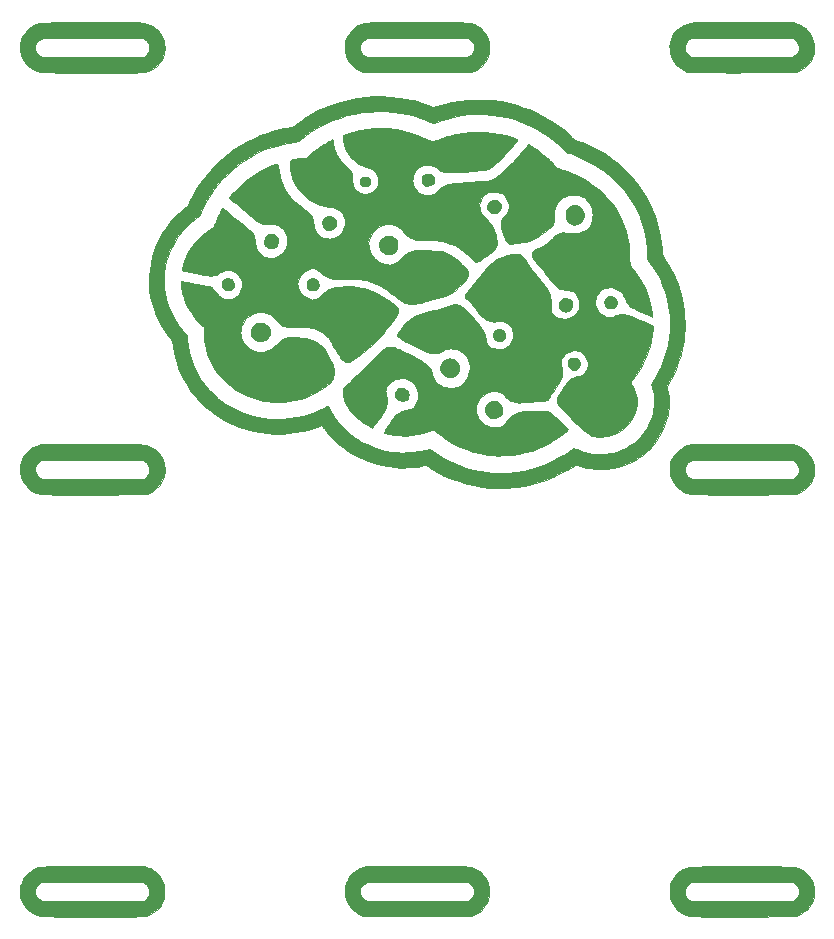
<source format=gbr>
%TF.GenerationSoftware,KiCad,Pcbnew,(6.0.0)*%
%TF.CreationDate,2022-01-31T16:35:22-08:00*%
%TF.ProjectId,PCB-side-brain,5043422d-7369-4646-952d-627261696e2e,rev?*%
%TF.SameCoordinates,Original*%
%TF.FileFunction,Soldermask,Top*%
%TF.FilePolarity,Negative*%
%FSLAX46Y46*%
G04 Gerber Fmt 4.6, Leading zero omitted, Abs format (unit mm)*
G04 Created by KiCad (PCBNEW (6.0.0)) date 2022-01-31 16:35:22*
%MOMM*%
%LPD*%
G01*
G04 APERTURE LIST*
%ADD10C,0.010000*%
G04 APERTURE END LIST*
D10*
%TO.C,Ref\u002A\u002A*%
X150883980Y-60179751D02*
X150909199Y-60186808D01*
X150909199Y-60186808D02*
X151033249Y-60242477D01*
X151033249Y-60242477D02*
X151131631Y-60323642D01*
X151131631Y-60323642D02*
X151203095Y-60423679D01*
X151203095Y-60423679D02*
X151246388Y-60535967D01*
X151246388Y-60535967D02*
X151260258Y-60653883D01*
X151260258Y-60653883D02*
X151243453Y-60770804D01*
X151243453Y-60770804D02*
X151194720Y-60880106D01*
X151194720Y-60880106D02*
X151112808Y-60975168D01*
X151112808Y-60975168D02*
X151065092Y-61011335D01*
X151065092Y-61011335D02*
X150943311Y-61077490D01*
X150943311Y-61077490D02*
X150809476Y-61126193D01*
X150809476Y-61126193D02*
X150676347Y-61154165D01*
X150676347Y-61154165D02*
X150556682Y-61158127D01*
X150556682Y-61158127D02*
X150516166Y-61152405D01*
X150516166Y-61152405D02*
X150403953Y-61108747D01*
X150403953Y-61108747D02*
X150313063Y-61028745D01*
X150313063Y-61028745D02*
X150243918Y-60912867D01*
X150243918Y-60912867D02*
X150208177Y-60808784D01*
X150208177Y-60808784D02*
X150181577Y-60647623D01*
X150181577Y-60647623D02*
X150192038Y-60504747D01*
X150192038Y-60504747D02*
X150239274Y-60381335D01*
X150239274Y-60381335D02*
X150323001Y-60278567D01*
X150323001Y-60278567D02*
X150339341Y-60264467D01*
X150339341Y-60264467D02*
X150449702Y-60199413D01*
X150449702Y-60199413D02*
X150583367Y-60162777D01*
X150583367Y-60162777D02*
X150731180Y-60155807D01*
X150731180Y-60155807D02*
X150883980Y-60179751D01*
X150883980Y-60179751D02*
X150883980Y-60179751D01*
G36*
X150883980Y-60179751D02*
G01*
X150909199Y-60186808D01*
X151033249Y-60242477D01*
X151131631Y-60323642D01*
X151203095Y-60423679D01*
X151246388Y-60535967D01*
X151260258Y-60653883D01*
X151243453Y-60770804D01*
X151194720Y-60880106D01*
X151112808Y-60975168D01*
X151065092Y-61011335D01*
X150943311Y-61077490D01*
X150809476Y-61126193D01*
X150676347Y-61154165D01*
X150556682Y-61158127D01*
X150516166Y-61152405D01*
X150403953Y-61108747D01*
X150313063Y-61028745D01*
X150243918Y-60912867D01*
X150208177Y-60808784D01*
X150181577Y-60647623D01*
X150192038Y-60504747D01*
X150239274Y-60381335D01*
X150323001Y-60278567D01*
X150339341Y-60264467D01*
X150449702Y-60199413D01*
X150583367Y-60162777D01*
X150731180Y-60155807D01*
X150883980Y-60179751D01*
G37*
X150883980Y-60179751D02*
X150909199Y-60186808D01*
X151033249Y-60242477D01*
X151131631Y-60323642D01*
X151203095Y-60423679D01*
X151246388Y-60535967D01*
X151260258Y-60653883D01*
X151243453Y-60770804D01*
X151194720Y-60880106D01*
X151112808Y-60975168D01*
X151065092Y-61011335D01*
X150943311Y-61077490D01*
X150809476Y-61126193D01*
X150676347Y-61154165D01*
X150556682Y-61158127D01*
X150516166Y-61152405D01*
X150403953Y-61108747D01*
X150313063Y-61028745D01*
X150243918Y-60912867D01*
X150208177Y-60808784D01*
X150181577Y-60647623D01*
X150192038Y-60504747D01*
X150239274Y-60381335D01*
X150323001Y-60278567D01*
X150339341Y-60264467D01*
X150449702Y-60199413D01*
X150583367Y-60162777D01*
X150731180Y-60155807D01*
X150883980Y-60179751D01*
X163249934Y-62836090D02*
X163407928Y-62891267D01*
X163407928Y-62891267D02*
X163558621Y-62983538D01*
X163558621Y-62983538D02*
X163651383Y-63064847D01*
X163651383Y-63064847D02*
X163766858Y-63205157D01*
X163766858Y-63205157D02*
X163843252Y-63358356D01*
X163843252Y-63358356D02*
X163883147Y-63530230D01*
X163883147Y-63530230D02*
X163889039Y-63597183D01*
X163889039Y-63597183D02*
X163886180Y-63765452D01*
X163886180Y-63765452D02*
X163855265Y-63911290D01*
X163855265Y-63911290D02*
X163793043Y-64046569D01*
X163793043Y-64046569D02*
X163746612Y-64117557D01*
X163746612Y-64117557D02*
X163639154Y-64236660D01*
X163639154Y-64236660D02*
X163507909Y-64332769D01*
X163507909Y-64332769D02*
X163361133Y-64402922D01*
X163361133Y-64402922D02*
X163207082Y-64444158D01*
X163207082Y-64444158D02*
X163054011Y-64453512D01*
X163054011Y-64453512D02*
X162910176Y-64428024D01*
X162910176Y-64428024D02*
X162895368Y-64423000D01*
X162895368Y-64423000D02*
X162727273Y-64343006D01*
X162727273Y-64343006D02*
X162589306Y-64233454D01*
X162589306Y-64233454D02*
X162480297Y-64093291D01*
X162480297Y-64093291D02*
X162435140Y-64008965D01*
X162435140Y-64008965D02*
X162412182Y-63956611D01*
X162412182Y-63956611D02*
X162396644Y-63908504D01*
X162396644Y-63908504D02*
X162387098Y-63854470D01*
X162387098Y-63854470D02*
X162382118Y-63784330D01*
X162382118Y-63784330D02*
X162380276Y-63687910D01*
X162380276Y-63687910D02*
X162380083Y-63616416D01*
X162380083Y-63616416D02*
X162380851Y-63499298D01*
X162380851Y-63499298D02*
X162383999Y-63414838D01*
X162383999Y-63414838D02*
X162390788Y-63353380D01*
X162390788Y-63353380D02*
X162402483Y-63305262D01*
X162402483Y-63305262D02*
X162420347Y-63260827D01*
X162420347Y-63260827D02*
X162428906Y-63243118D01*
X162428906Y-63243118D02*
X162525608Y-63091061D01*
X162525608Y-63091061D02*
X162645037Y-62971718D01*
X162645037Y-62971718D02*
X162782190Y-62885820D01*
X162782190Y-62885820D02*
X162932060Y-62834096D01*
X162932060Y-62834096D02*
X163089643Y-62817276D01*
X163089643Y-62817276D02*
X163249934Y-62836090D01*
X163249934Y-62836090D02*
X163249934Y-62836090D01*
G36*
X163249934Y-62836090D02*
G01*
X163407928Y-62891267D01*
X163558621Y-62983538D01*
X163651383Y-63064847D01*
X163766858Y-63205157D01*
X163843252Y-63358356D01*
X163883147Y-63530230D01*
X163889039Y-63597183D01*
X163886180Y-63765452D01*
X163855265Y-63911290D01*
X163793043Y-64046569D01*
X163746612Y-64117557D01*
X163639154Y-64236660D01*
X163507909Y-64332769D01*
X163361133Y-64402922D01*
X163207082Y-64444158D01*
X163054011Y-64453512D01*
X162910176Y-64428024D01*
X162895368Y-64423000D01*
X162727273Y-64343006D01*
X162589306Y-64233454D01*
X162480297Y-64093291D01*
X162435140Y-64008965D01*
X162412182Y-63956611D01*
X162396644Y-63908504D01*
X162387098Y-63854470D01*
X162382118Y-63784330D01*
X162380276Y-63687910D01*
X162380083Y-63616416D01*
X162380851Y-63499298D01*
X162383999Y-63414838D01*
X162390788Y-63353380D01*
X162402483Y-63305262D01*
X162420347Y-63260827D01*
X162428906Y-63243118D01*
X162525608Y-63091061D01*
X162645037Y-62971718D01*
X162782190Y-62885820D01*
X162932060Y-62834096D01*
X163089643Y-62817276D01*
X163249934Y-62836090D01*
G37*
X163249934Y-62836090D02*
X163407928Y-62891267D01*
X163558621Y-62983538D01*
X163651383Y-63064847D01*
X163766858Y-63205157D01*
X163843252Y-63358356D01*
X163883147Y-63530230D01*
X163889039Y-63597183D01*
X163886180Y-63765452D01*
X163855265Y-63911290D01*
X163793043Y-64046569D01*
X163746612Y-64117557D01*
X163639154Y-64236660D01*
X163507909Y-64332769D01*
X163361133Y-64402922D01*
X163207082Y-64444158D01*
X163054011Y-64453512D01*
X162910176Y-64428024D01*
X162895368Y-64423000D01*
X162727273Y-64343006D01*
X162589306Y-64233454D01*
X162480297Y-64093291D01*
X162435140Y-64008965D01*
X162412182Y-63956611D01*
X162396644Y-63908504D01*
X162387098Y-63854470D01*
X162382118Y-63784330D01*
X162380276Y-63687910D01*
X162380083Y-63616416D01*
X162380851Y-63499298D01*
X162383999Y-63414838D01*
X162390788Y-63353380D01*
X162402483Y-63305262D01*
X162420347Y-63260827D01*
X162428906Y-63243118D01*
X162525608Y-63091061D01*
X162645037Y-62971718D01*
X162782190Y-62885820D01*
X162932060Y-62834096D01*
X163089643Y-62817276D01*
X163249934Y-62836090D01*
X151733541Y-118790796D02*
X152140025Y-118791116D01*
X152140025Y-118791116D02*
X152507004Y-118791694D01*
X152507004Y-118791694D02*
X152835045Y-118792531D01*
X152835045Y-118792531D02*
X153124712Y-118793630D01*
X153124712Y-118793630D02*
X153376572Y-118794993D01*
X153376572Y-118794993D02*
X153591190Y-118796621D01*
X153591190Y-118796621D02*
X153769131Y-118798518D01*
X153769131Y-118798518D02*
X153910962Y-118800685D01*
X153910962Y-118800685D02*
X154017249Y-118803125D01*
X154017249Y-118803125D02*
X154088555Y-118805839D01*
X154088555Y-118805839D02*
X154125083Y-118808772D01*
X154125083Y-118808772D02*
X154412720Y-118873654D01*
X154412720Y-118873654D02*
X154686383Y-118977204D01*
X154686383Y-118977204D02*
X154942270Y-119116999D01*
X154942270Y-119116999D02*
X155176579Y-119290615D01*
X155176579Y-119290615D02*
X155385508Y-119495627D01*
X155385508Y-119495627D02*
X155562343Y-119725220D01*
X155562343Y-119725220D02*
X155710957Y-119983630D01*
X155710957Y-119983630D02*
X155819148Y-120252618D01*
X155819148Y-120252618D02*
X155888297Y-120536078D01*
X155888297Y-120536078D02*
X155911162Y-120709764D01*
X155911162Y-120709764D02*
X155918442Y-121007139D01*
X155918442Y-121007139D02*
X155885584Y-121298789D01*
X155885584Y-121298789D02*
X155814324Y-121580875D01*
X155814324Y-121580875D02*
X155706397Y-121849561D01*
X155706397Y-121849561D02*
X155563540Y-122101009D01*
X155563540Y-122101009D02*
X155387489Y-122331381D01*
X155387489Y-122331381D02*
X155179980Y-122536840D01*
X155179980Y-122536840D02*
X155032107Y-122653029D01*
X155032107Y-122653029D02*
X154896657Y-122738836D01*
X154896657Y-122738836D02*
X154735068Y-122823738D01*
X154735068Y-122823738D02*
X154563049Y-122900411D01*
X154563049Y-122900411D02*
X154396304Y-122961535D01*
X154396304Y-122961535D02*
X154325244Y-122982536D01*
X154325244Y-122982536D02*
X154146250Y-123030519D01*
X154146250Y-123030519D02*
X149849416Y-123033179D01*
X149849416Y-123033179D02*
X149425185Y-123033398D01*
X149425185Y-123033398D02*
X149011793Y-123033525D01*
X149011793Y-123033525D02*
X148611268Y-123033562D01*
X148611268Y-123033562D02*
X148225638Y-123033514D01*
X148225638Y-123033514D02*
X147856933Y-123033383D01*
X147856933Y-123033383D02*
X147507180Y-123033171D01*
X147507180Y-123033171D02*
X147178408Y-123032882D01*
X147178408Y-123032882D02*
X146872645Y-123032519D01*
X146872645Y-123032519D02*
X146591919Y-123032085D01*
X146591919Y-123032085D02*
X146338258Y-123031583D01*
X146338258Y-123031583D02*
X146113692Y-123031015D01*
X146113692Y-123031015D02*
X145920248Y-123030385D01*
X145920248Y-123030385D02*
X145759954Y-123029695D01*
X145759954Y-123029695D02*
X145634840Y-123028949D01*
X145634840Y-123028949D02*
X145546932Y-123028149D01*
X145546932Y-123028149D02*
X145498260Y-123027298D01*
X145498260Y-123027298D02*
X145489083Y-123026831D01*
X145489083Y-123026831D02*
X145238366Y-122973116D01*
X145238366Y-122973116D02*
X144984733Y-122884699D01*
X144984733Y-122884699D02*
X144740588Y-122766344D01*
X144740588Y-122766344D02*
X144617946Y-122692238D01*
X144617946Y-122692238D02*
X144383168Y-122514391D01*
X144383168Y-122514391D02*
X144177654Y-122306927D01*
X144177654Y-122306927D02*
X144003060Y-122072321D01*
X144003060Y-122072321D02*
X143861042Y-121813049D01*
X143861042Y-121813049D02*
X143753256Y-121531587D01*
X143753256Y-121531587D02*
X143697810Y-121316750D01*
X143697810Y-121316750D02*
X143684564Y-121223811D01*
X143684564Y-121223811D02*
X143675918Y-121101865D01*
X143675918Y-121101865D02*
X143672078Y-120970174D01*
X143672078Y-120970174D02*
X144957559Y-120970174D01*
X144957559Y-120970174D02*
X144983933Y-121128394D01*
X144983933Y-121128394D02*
X145039380Y-121279829D01*
X145039380Y-121279829D02*
X145123516Y-121419512D01*
X145123516Y-121419512D02*
X145235957Y-121542478D01*
X145235957Y-121542478D02*
X145376317Y-121643758D01*
X145376317Y-121643758D02*
X145544213Y-121718387D01*
X145544213Y-121718387D02*
X145552583Y-121721095D01*
X145552583Y-121721095D02*
X145570443Y-121724393D01*
X145570443Y-121724393D02*
X145603427Y-121727413D01*
X145603427Y-121727413D02*
X145653067Y-121730160D01*
X145653067Y-121730160D02*
X145720895Y-121732645D01*
X145720895Y-121732645D02*
X145808446Y-121734875D01*
X145808446Y-121734875D02*
X145917252Y-121736858D01*
X145917252Y-121736858D02*
X146048846Y-121738602D01*
X146048846Y-121738602D02*
X146204761Y-121740116D01*
X146204761Y-121740116D02*
X146386530Y-121741409D01*
X146386530Y-121741409D02*
X146595686Y-121742487D01*
X146595686Y-121742487D02*
X146833762Y-121743360D01*
X146833762Y-121743360D02*
X147102291Y-121744036D01*
X147102291Y-121744036D02*
X147402805Y-121744523D01*
X147402805Y-121744523D02*
X147736838Y-121744829D01*
X147736838Y-121744829D02*
X148105924Y-121744962D01*
X148105924Y-121744962D02*
X148511593Y-121744931D01*
X148511593Y-121744931D02*
X148955381Y-121744744D01*
X148955381Y-121744744D02*
X149438819Y-121744409D01*
X149438819Y-121744409D02*
X149828250Y-121744066D01*
X149828250Y-121744066D02*
X154019250Y-121740083D01*
X154019250Y-121740083D02*
X154140282Y-121683355D01*
X154140282Y-121683355D02*
X154295627Y-121587890D01*
X154295627Y-121587890D02*
X154427406Y-121461031D01*
X154427406Y-121461031D02*
X154530628Y-121309427D01*
X154530628Y-121309427D02*
X154600301Y-121139726D01*
X154600301Y-121139726D02*
X154622515Y-121041075D01*
X154622515Y-121041075D02*
X154630527Y-120863341D01*
X154630527Y-120863341D02*
X154599672Y-120689132D01*
X154599672Y-120689132D02*
X154533330Y-120524718D01*
X154533330Y-120524718D02*
X154434879Y-120376372D01*
X154434879Y-120376372D02*
X154307697Y-120250365D01*
X154307697Y-120250365D02*
X154155163Y-120152970D01*
X154155163Y-120152970D02*
X154140282Y-120145811D01*
X154140282Y-120145811D02*
X154019250Y-120089083D01*
X154019250Y-120089083D02*
X145573750Y-120089083D01*
X145573750Y-120089083D02*
X145431409Y-120156512D01*
X145431409Y-120156512D02*
X145275262Y-120251139D01*
X145275262Y-120251139D02*
X145150496Y-120368782D01*
X145150496Y-120368782D02*
X145056728Y-120504473D01*
X145056728Y-120504473D02*
X144993572Y-120653247D01*
X144993572Y-120653247D02*
X144960644Y-120810136D01*
X144960644Y-120810136D02*
X144957559Y-120970174D01*
X144957559Y-120970174D02*
X143672078Y-120970174D01*
X143672078Y-120970174D02*
X143671879Y-120963370D01*
X143671879Y-120963370D02*
X143672457Y-120820783D01*
X143672457Y-120820783D02*
X143677660Y-120686563D01*
X143677660Y-120686563D02*
X143687497Y-120573167D01*
X143687497Y-120573167D02*
X143697238Y-120512416D01*
X143697238Y-120512416D02*
X143782034Y-120209939D01*
X143782034Y-120209939D02*
X143901320Y-119931444D01*
X143901320Y-119931444D02*
X144053770Y-119678344D01*
X144053770Y-119678344D02*
X144238062Y-119452048D01*
X144238062Y-119452048D02*
X144452869Y-119253967D01*
X144452869Y-119253967D02*
X144696867Y-119085513D01*
X144696867Y-119085513D02*
X144968734Y-118948096D01*
X144968734Y-118948096D02*
X145263119Y-118844272D01*
X145263119Y-118844272D02*
X145425583Y-118797916D01*
X145425583Y-118797916D02*
X149701250Y-118792046D01*
X149701250Y-118792046D02*
X150271407Y-118791358D01*
X150271407Y-118791358D02*
X150799798Y-118790919D01*
X150799798Y-118790919D02*
X151286987Y-118790731D01*
X151286987Y-118790731D02*
X151733541Y-118790796D01*
X151733541Y-118790796D02*
X151733541Y-118790796D01*
G36*
X143672457Y-120820783D02*
G01*
X143677660Y-120686563D01*
X143687497Y-120573167D01*
X143697238Y-120512416D01*
X143782034Y-120209939D01*
X143901320Y-119931444D01*
X144053770Y-119678344D01*
X144238062Y-119452048D01*
X144452869Y-119253967D01*
X144696867Y-119085513D01*
X144968734Y-118948096D01*
X145263119Y-118844272D01*
X145425583Y-118797916D01*
X149701250Y-118792046D01*
X150271407Y-118791358D01*
X150799798Y-118790919D01*
X151286987Y-118790731D01*
X151733541Y-118790796D01*
X152140025Y-118791116D01*
X152507004Y-118791694D01*
X152835045Y-118792531D01*
X153124712Y-118793630D01*
X153376572Y-118794993D01*
X153591190Y-118796621D01*
X153769131Y-118798518D01*
X153910962Y-118800685D01*
X154017249Y-118803125D01*
X154088555Y-118805839D01*
X154125083Y-118808772D01*
X154412720Y-118873654D01*
X154686383Y-118977204D01*
X154942270Y-119116999D01*
X155176579Y-119290615D01*
X155385508Y-119495627D01*
X155562343Y-119725220D01*
X155710957Y-119983630D01*
X155819148Y-120252618D01*
X155888297Y-120536078D01*
X155911162Y-120709764D01*
X155918442Y-121007139D01*
X155885584Y-121298789D01*
X155814324Y-121580875D01*
X155706397Y-121849561D01*
X155563540Y-122101009D01*
X155387489Y-122331381D01*
X155179980Y-122536840D01*
X155032107Y-122653029D01*
X154896657Y-122738836D01*
X154735068Y-122823738D01*
X154563049Y-122900411D01*
X154396304Y-122961535D01*
X154325244Y-122982536D01*
X154146250Y-123030519D01*
X149849416Y-123033179D01*
X149425185Y-123033398D01*
X149011793Y-123033525D01*
X148611268Y-123033562D01*
X148225638Y-123033514D01*
X147856933Y-123033383D01*
X147507180Y-123033171D01*
X147178408Y-123032882D01*
X146872645Y-123032519D01*
X146591919Y-123032085D01*
X146338258Y-123031583D01*
X146113692Y-123031015D01*
X145920248Y-123030385D01*
X145759954Y-123029695D01*
X145634840Y-123028949D01*
X145546932Y-123028149D01*
X145498260Y-123027298D01*
X145489083Y-123026831D01*
X145238366Y-122973116D01*
X144984733Y-122884699D01*
X144740588Y-122766344D01*
X144617946Y-122692238D01*
X144383168Y-122514391D01*
X144177654Y-122306927D01*
X144003060Y-122072321D01*
X143861042Y-121813049D01*
X143753256Y-121531587D01*
X143697810Y-121316750D01*
X143684564Y-121223811D01*
X143675918Y-121101865D01*
X143672078Y-120970174D01*
X144957559Y-120970174D01*
X144983933Y-121128394D01*
X145039380Y-121279829D01*
X145123516Y-121419512D01*
X145235957Y-121542478D01*
X145376317Y-121643758D01*
X145544213Y-121718387D01*
X145552583Y-121721095D01*
X145570443Y-121724393D01*
X145603427Y-121727413D01*
X145653067Y-121730160D01*
X145720895Y-121732645D01*
X145808446Y-121734875D01*
X145917252Y-121736858D01*
X146048846Y-121738602D01*
X146204761Y-121740116D01*
X146386530Y-121741409D01*
X146595686Y-121742487D01*
X146833762Y-121743360D01*
X147102291Y-121744036D01*
X147402805Y-121744523D01*
X147736838Y-121744829D01*
X148105924Y-121744962D01*
X148511593Y-121744931D01*
X148955381Y-121744744D01*
X149438819Y-121744409D01*
X149828250Y-121744066D01*
X154019250Y-121740083D01*
X154140282Y-121683355D01*
X154295627Y-121587890D01*
X154427406Y-121461031D01*
X154530628Y-121309427D01*
X154600301Y-121139726D01*
X154622515Y-121041075D01*
X154630527Y-120863341D01*
X154599672Y-120689132D01*
X154533330Y-120524718D01*
X154434879Y-120376372D01*
X154307697Y-120250365D01*
X154155163Y-120152970D01*
X154140282Y-120145811D01*
X154019250Y-120089083D01*
X145573750Y-120089083D01*
X145431409Y-120156512D01*
X145275262Y-120251139D01*
X145150496Y-120368782D01*
X145056728Y-120504473D01*
X144993572Y-120653247D01*
X144960644Y-120810136D01*
X144957559Y-120970174D01*
X143672078Y-120970174D01*
X143671879Y-120963370D01*
X143672457Y-120820783D01*
G37*
X143672457Y-120820783D02*
X143677660Y-120686563D01*
X143687497Y-120573167D01*
X143697238Y-120512416D01*
X143782034Y-120209939D01*
X143901320Y-119931444D01*
X144053770Y-119678344D01*
X144238062Y-119452048D01*
X144452869Y-119253967D01*
X144696867Y-119085513D01*
X144968734Y-118948096D01*
X145263119Y-118844272D01*
X145425583Y-118797916D01*
X149701250Y-118792046D01*
X150271407Y-118791358D01*
X150799798Y-118790919D01*
X151286987Y-118790731D01*
X151733541Y-118790796D01*
X152140025Y-118791116D01*
X152507004Y-118791694D01*
X152835045Y-118792531D01*
X153124712Y-118793630D01*
X153376572Y-118794993D01*
X153591190Y-118796621D01*
X153769131Y-118798518D01*
X153910962Y-118800685D01*
X154017249Y-118803125D01*
X154088555Y-118805839D01*
X154125083Y-118808772D01*
X154412720Y-118873654D01*
X154686383Y-118977204D01*
X154942270Y-119116999D01*
X155176579Y-119290615D01*
X155385508Y-119495627D01*
X155562343Y-119725220D01*
X155710957Y-119983630D01*
X155819148Y-120252618D01*
X155888297Y-120536078D01*
X155911162Y-120709764D01*
X155918442Y-121007139D01*
X155885584Y-121298789D01*
X155814324Y-121580875D01*
X155706397Y-121849561D01*
X155563540Y-122101009D01*
X155387489Y-122331381D01*
X155179980Y-122536840D01*
X155032107Y-122653029D01*
X154896657Y-122738836D01*
X154735068Y-122823738D01*
X154563049Y-122900411D01*
X154396304Y-122961535D01*
X154325244Y-122982536D01*
X154146250Y-123030519D01*
X149849416Y-123033179D01*
X149425185Y-123033398D01*
X149011793Y-123033525D01*
X148611268Y-123033562D01*
X148225638Y-123033514D01*
X147856933Y-123033383D01*
X147507180Y-123033171D01*
X147178408Y-123032882D01*
X146872645Y-123032519D01*
X146591919Y-123032085D01*
X146338258Y-123031583D01*
X146113692Y-123031015D01*
X145920248Y-123030385D01*
X145759954Y-123029695D01*
X145634840Y-123028949D01*
X145546932Y-123028149D01*
X145498260Y-123027298D01*
X145489083Y-123026831D01*
X145238366Y-122973116D01*
X144984733Y-122884699D01*
X144740588Y-122766344D01*
X144617946Y-122692238D01*
X144383168Y-122514391D01*
X144177654Y-122306927D01*
X144003060Y-122072321D01*
X143861042Y-121813049D01*
X143753256Y-121531587D01*
X143697810Y-121316750D01*
X143684564Y-121223811D01*
X143675918Y-121101865D01*
X143672078Y-120970174D01*
X144957559Y-120970174D01*
X144983933Y-121128394D01*
X145039380Y-121279829D01*
X145123516Y-121419512D01*
X145235957Y-121542478D01*
X145376317Y-121643758D01*
X145544213Y-121718387D01*
X145552583Y-121721095D01*
X145570443Y-121724393D01*
X145603427Y-121727413D01*
X145653067Y-121730160D01*
X145720895Y-121732645D01*
X145808446Y-121734875D01*
X145917252Y-121736858D01*
X146048846Y-121738602D01*
X146204761Y-121740116D01*
X146386530Y-121741409D01*
X146595686Y-121742487D01*
X146833762Y-121743360D01*
X147102291Y-121744036D01*
X147402805Y-121744523D01*
X147736838Y-121744829D01*
X148105924Y-121744962D01*
X148511593Y-121744931D01*
X148955381Y-121744744D01*
X149438819Y-121744409D01*
X149828250Y-121744066D01*
X154019250Y-121740083D01*
X154140282Y-121683355D01*
X154295627Y-121587890D01*
X154427406Y-121461031D01*
X154530628Y-121309427D01*
X154600301Y-121139726D01*
X154622515Y-121041075D01*
X154630527Y-120863341D01*
X154599672Y-120689132D01*
X154533330Y-120524718D01*
X154434879Y-120376372D01*
X154307697Y-120250365D01*
X154155163Y-120152970D01*
X154140282Y-120145811D01*
X154019250Y-120089083D01*
X145573750Y-120089083D01*
X145431409Y-120156512D01*
X145275262Y-120251139D01*
X145150496Y-120368782D01*
X145056728Y-120504473D01*
X144993572Y-120653247D01*
X144960644Y-120810136D01*
X144957559Y-120970174D01*
X143672078Y-120970174D01*
X143671879Y-120963370D01*
X143672457Y-120820783D01*
X156416084Y-62371643D02*
X156481507Y-62378417D01*
X156481507Y-62378417D02*
X156536856Y-62395027D01*
X156536856Y-62395027D02*
X156598203Y-62424859D01*
X156598203Y-62424859D02*
X156610534Y-62431571D01*
X156610534Y-62431571D02*
X156731837Y-62520131D01*
X156731837Y-62520131D02*
X156818770Y-62632631D01*
X156818770Y-62632631D02*
X156870144Y-62766728D01*
X156870144Y-62766728D02*
X156884772Y-62920075D01*
X156884772Y-62920075D02*
X156881991Y-62967583D01*
X156881991Y-62967583D02*
X156848155Y-63121673D01*
X156848155Y-63121673D02*
X156777745Y-63255775D01*
X156777745Y-63255775D02*
X156673062Y-63366655D01*
X156673062Y-63366655D02*
X156538526Y-63450096D01*
X156538526Y-63450096D02*
X156401894Y-63492084D01*
X156401894Y-63492084D02*
X156255181Y-63499924D01*
X156255181Y-63499924D02*
X156112624Y-63473631D01*
X156112624Y-63473631D02*
X156051250Y-63449553D01*
X156051250Y-63449553D02*
X155930311Y-63374801D01*
X155930311Y-63374801D02*
X155841175Y-63277080D01*
X155841175Y-63277080D02*
X155789888Y-63182500D01*
X155789888Y-63182500D02*
X155742918Y-63030427D01*
X155742918Y-63030427D02*
X155732606Y-62881538D01*
X155732606Y-62881538D02*
X155757048Y-62741547D01*
X155757048Y-62741547D02*
X155814343Y-62616171D01*
X155814343Y-62616171D02*
X155902589Y-62511125D01*
X155902589Y-62511125D02*
X156019883Y-62432125D01*
X156019883Y-62432125D02*
X156043132Y-62421457D01*
X156043132Y-62421457D02*
X156132668Y-62391289D01*
X156132668Y-62391289D02*
X156234257Y-62375494D01*
X156234257Y-62375494D02*
X156324511Y-62371318D01*
X156324511Y-62371318D02*
X156416084Y-62371643D01*
X156416084Y-62371643D02*
X156416084Y-62371643D01*
G36*
X156416084Y-62371643D02*
G01*
X156481507Y-62378417D01*
X156536856Y-62395027D01*
X156598203Y-62424859D01*
X156610534Y-62431571D01*
X156731837Y-62520131D01*
X156818770Y-62632631D01*
X156870144Y-62766728D01*
X156884772Y-62920075D01*
X156881991Y-62967583D01*
X156848155Y-63121673D01*
X156777745Y-63255775D01*
X156673062Y-63366655D01*
X156538526Y-63450096D01*
X156401894Y-63492084D01*
X156255181Y-63499924D01*
X156112624Y-63473631D01*
X156051250Y-63449553D01*
X155930311Y-63374801D01*
X155841175Y-63277080D01*
X155789888Y-63182500D01*
X155742918Y-63030427D01*
X155732606Y-62881538D01*
X155757048Y-62741547D01*
X155814343Y-62616171D01*
X155902589Y-62511125D01*
X156019883Y-62432125D01*
X156043132Y-62421457D01*
X156132668Y-62391289D01*
X156234257Y-62375494D01*
X156324511Y-62371318D01*
X156416084Y-62371643D01*
G37*
X156416084Y-62371643D02*
X156481507Y-62378417D01*
X156536856Y-62395027D01*
X156598203Y-62424859D01*
X156610534Y-62431571D01*
X156731837Y-62520131D01*
X156818770Y-62632631D01*
X156870144Y-62766728D01*
X156884772Y-62920075D01*
X156881991Y-62967583D01*
X156848155Y-63121673D01*
X156777745Y-63255775D01*
X156673062Y-63366655D01*
X156538526Y-63450096D01*
X156401894Y-63492084D01*
X156255181Y-63499924D01*
X156112624Y-63473631D01*
X156051250Y-63449553D01*
X155930311Y-63374801D01*
X155841175Y-63277080D01*
X155789888Y-63182500D01*
X155742918Y-63030427D01*
X155732606Y-62881538D01*
X155757048Y-62741547D01*
X155814343Y-62616171D01*
X155902589Y-62511125D01*
X156019883Y-62432125D01*
X156043132Y-62421457D01*
X156132668Y-62391289D01*
X156234257Y-62375494D01*
X156324511Y-62371318D01*
X156416084Y-62371643D01*
X147366165Y-56316087D02*
X147967724Y-56385343D01*
X147967724Y-56385343D02*
X148060383Y-56399726D01*
X148060383Y-56399726D02*
X148652842Y-56515273D01*
X148652842Y-56515273D02*
X149235344Y-56670192D01*
X149235344Y-56670192D02*
X149810368Y-56865291D01*
X149810368Y-56865291D02*
X150380393Y-57101380D01*
X150380393Y-57101380D02*
X150748959Y-57276979D01*
X150748959Y-57276979D02*
X150852402Y-57327958D01*
X150852402Y-57327958D02*
X150943679Y-57371363D01*
X150943679Y-57371363D02*
X151015611Y-57403901D01*
X151015611Y-57403901D02*
X151061020Y-57422283D01*
X151061020Y-57422283D02*
X151072147Y-57425166D01*
X151072147Y-57425166D02*
X151100021Y-57417601D01*
X151100021Y-57417601D02*
X151160073Y-57396641D01*
X151160073Y-57396641D02*
X151245283Y-57364888D01*
X151245283Y-57364888D02*
X151348636Y-57324944D01*
X151348636Y-57324944D02*
X151437554Y-57289684D01*
X151437554Y-57289684D02*
X151694103Y-57189009D01*
X151694103Y-57189009D02*
X151923222Y-57103977D01*
X151923222Y-57103977D02*
X152135190Y-57031000D01*
X152135190Y-57031000D02*
X152340288Y-56966484D01*
X152340288Y-56966484D02*
X152474083Y-56927583D01*
X152474083Y-56927583D02*
X153077863Y-56779029D01*
X153077863Y-56779029D02*
X153686981Y-56672128D01*
X153686981Y-56672128D02*
X154299572Y-56606836D01*
X154299572Y-56606836D02*
X154913776Y-56583106D01*
X154913776Y-56583106D02*
X155527729Y-56600894D01*
X155527729Y-56600894D02*
X156139568Y-56660156D01*
X156139568Y-56660156D02*
X156747431Y-56760844D01*
X156747431Y-56760844D02*
X157349456Y-56902916D01*
X157349456Y-56902916D02*
X157861000Y-57058124D01*
X157861000Y-57058124D02*
X157998252Y-57104582D01*
X157998252Y-57104582D02*
X158100334Y-57140616D01*
X158100334Y-57140616D02*
X158172389Y-57168727D01*
X158172389Y-57168727D02*
X158219556Y-57191422D01*
X158219556Y-57191422D02*
X158246979Y-57211202D01*
X158246979Y-57211202D02*
X158259797Y-57230572D01*
X158259797Y-57230572D02*
X158263153Y-57252036D01*
X158263153Y-57252036D02*
X158263166Y-57253972D01*
X158263166Y-57253972D02*
X158249966Y-57282400D01*
X158249966Y-57282400D02*
X158212750Y-57338437D01*
X158212750Y-57338437D02*
X158155095Y-57417588D01*
X158155095Y-57417588D02*
X158080578Y-57515356D01*
X158080578Y-57515356D02*
X157992776Y-57627245D01*
X157992776Y-57627245D02*
X157895266Y-57748759D01*
X157895266Y-57748759D02*
X157791625Y-57875401D01*
X157791625Y-57875401D02*
X157685429Y-58002677D01*
X157685429Y-58002677D02*
X157580256Y-58126089D01*
X157580256Y-58126089D02*
X157479682Y-58241142D01*
X157479682Y-58241142D02*
X157462121Y-58260867D01*
X157462121Y-58260867D02*
X157329165Y-58406548D01*
X157329165Y-58406548D02*
X157183376Y-58560707D01*
X157183376Y-58560707D02*
X157028988Y-58719298D01*
X157028988Y-58719298D02*
X156870231Y-58878275D01*
X156870231Y-58878275D02*
X156711338Y-59033593D01*
X156711338Y-59033593D02*
X156556540Y-59181206D01*
X156556540Y-59181206D02*
X156410070Y-59317068D01*
X156410070Y-59317068D02*
X156276158Y-59437133D01*
X156276158Y-59437133D02*
X156159038Y-59537355D01*
X156159038Y-59537355D02*
X156062941Y-59613689D01*
X156062941Y-59613689D02*
X156004017Y-59654855D01*
X156004017Y-59654855D02*
X155877308Y-59718715D01*
X155877308Y-59718715D02*
X155722661Y-59771552D01*
X155722661Y-59771552D02*
X155553887Y-59809341D01*
X155553887Y-59809341D02*
X155416250Y-59826159D01*
X155416250Y-59826159D02*
X155345072Y-59832268D01*
X155345072Y-59832268D02*
X155239345Y-59842588D01*
X155239345Y-59842588D02*
X155106552Y-59856328D01*
X155106552Y-59856328D02*
X154954181Y-59872696D01*
X154954181Y-59872696D02*
X154789718Y-59890898D01*
X154789718Y-59890898D02*
X154620648Y-59910144D01*
X154620648Y-59910144D02*
X154601333Y-59912379D01*
X154601333Y-59912379D02*
X154304535Y-59945526D01*
X154304535Y-59945526D02*
X154039285Y-59972165D01*
X154039285Y-59972165D02*
X153795409Y-59992946D01*
X153795409Y-59992946D02*
X153562730Y-60008516D01*
X153562730Y-60008516D02*
X153331073Y-60019524D01*
X153331073Y-60019524D02*
X153090264Y-60026619D01*
X153090264Y-60026619D02*
X152830125Y-60030449D01*
X152830125Y-60030449D02*
X152738666Y-60031105D01*
X152738666Y-60031105D02*
X152568706Y-60031756D01*
X152568706Y-60031756D02*
X152434554Y-60031324D01*
X152434554Y-60031324D02*
X152329693Y-60029433D01*
X152329693Y-60029433D02*
X152247603Y-60025705D01*
X152247603Y-60025705D02*
X152181767Y-60019763D01*
X152181767Y-60019763D02*
X152125665Y-60011231D01*
X152125665Y-60011231D02*
X152072778Y-59999730D01*
X152072778Y-59999730D02*
X152037128Y-59990508D01*
X152037128Y-59990508D02*
X151888886Y-59943055D01*
X151888886Y-59943055D02*
X151749322Y-59881079D01*
X151749322Y-59881079D02*
X151606960Y-59798637D01*
X151606960Y-59798637D02*
X151450324Y-59689786D01*
X151450324Y-59689786D02*
X151436283Y-59679349D01*
X151436283Y-59679349D02*
X151351005Y-59617263D01*
X151351005Y-59617263D02*
X151270103Y-59561127D01*
X151270103Y-59561127D02*
X151204251Y-59518206D01*
X151204251Y-59518206D02*
X151171696Y-59499330D01*
X151171696Y-59499330D02*
X150981805Y-59425249D01*
X150981805Y-59425249D02*
X150779195Y-59388677D01*
X150779195Y-59388677D02*
X150569705Y-59389070D01*
X150569705Y-59389070D02*
X150359172Y-59425888D01*
X150359172Y-59425888D02*
X150153434Y-59498589D01*
X150153434Y-59498589D02*
X149958329Y-59606632D01*
X149958329Y-59606632D02*
X149949252Y-59612751D01*
X149949252Y-59612751D02*
X149775985Y-59754190D01*
X149775985Y-59754190D02*
X149635756Y-59917211D01*
X149635756Y-59917211D02*
X149528222Y-60097364D01*
X149528222Y-60097364D02*
X149453040Y-60290196D01*
X149453040Y-60290196D02*
X149409867Y-60491254D01*
X149409867Y-60491254D02*
X149398359Y-60696088D01*
X149398359Y-60696088D02*
X149418174Y-60900246D01*
X149418174Y-60900246D02*
X149468968Y-61099274D01*
X149468968Y-61099274D02*
X149550399Y-61288723D01*
X149550399Y-61288723D02*
X149662122Y-61464139D01*
X149662122Y-61464139D02*
X149803796Y-61621071D01*
X149803796Y-61621071D02*
X149975077Y-61755066D01*
X149975077Y-61755066D02*
X150120662Y-61836828D01*
X150120662Y-61836828D02*
X150269002Y-61901966D01*
X150269002Y-61901966D02*
X150400159Y-61944270D01*
X150400159Y-61944270D02*
X150529892Y-61967495D01*
X150529892Y-61967495D02*
X150673959Y-61975396D01*
X150673959Y-61975396D02*
X150702416Y-61975482D01*
X150702416Y-61975482D02*
X150863102Y-61967347D01*
X150863102Y-61967347D02*
X151004940Y-61941571D01*
X151004940Y-61941571D02*
X151135640Y-61894456D01*
X151135640Y-61894456D02*
X151262913Y-61822303D01*
X151262913Y-61822303D02*
X151394468Y-61721414D01*
X151394468Y-61721414D02*
X151538015Y-61588089D01*
X151538015Y-61588089D02*
X151563916Y-61562183D01*
X151563916Y-61562183D02*
X151738980Y-61395016D01*
X151738980Y-61395016D02*
X151902539Y-61261403D01*
X151902539Y-61261403D02*
X152062946Y-61157514D01*
X152062946Y-61157514D02*
X152228552Y-61079517D01*
X152228552Y-61079517D02*
X152407712Y-61023579D01*
X152407712Y-61023579D02*
X152608777Y-60985869D01*
X152608777Y-60985869D02*
X152840101Y-60962555D01*
X152840101Y-60962555D02*
X152876250Y-60960167D01*
X152876250Y-60960167D02*
X152996568Y-60951580D01*
X152996568Y-60951580D02*
X153146713Y-60939209D01*
X153146713Y-60939209D02*
X153314462Y-60924158D01*
X153314462Y-60924158D02*
X153487591Y-60907531D01*
X153487591Y-60907531D02*
X153653877Y-60890431D01*
X153653877Y-60890431D02*
X153680583Y-60887557D01*
X153680583Y-60887557D02*
X153853754Y-60869918D01*
X153853754Y-60869918D02*
X154044548Y-60852395D01*
X154044548Y-60852395D02*
X154238196Y-60836218D01*
X154238196Y-60836218D02*
X154419925Y-60822620D01*
X154419925Y-60822620D02*
X154574964Y-60812832D01*
X154574964Y-60812832D02*
X154580166Y-60812550D01*
X154580166Y-60812550D02*
X154743407Y-60803786D01*
X154743407Y-60803786D02*
X154925338Y-60794060D01*
X154925338Y-60794060D02*
X155108999Y-60784276D01*
X155108999Y-60784276D02*
X155277427Y-60775339D01*
X155277427Y-60775339D02*
X155363333Y-60770800D01*
X155363333Y-60770800D02*
X155519195Y-60761354D01*
X155519195Y-60761354D02*
X155642548Y-60750640D01*
X155642548Y-60750640D02*
X155743213Y-60737360D01*
X155743213Y-60737360D02*
X155831014Y-60720214D01*
X155831014Y-60720214D02*
X155915774Y-60697905D01*
X155915774Y-60697905D02*
X155916599Y-60697664D01*
X155916599Y-60697664D02*
X156027698Y-60663760D01*
X156027698Y-60663760D02*
X156128128Y-60629274D01*
X156128128Y-60629274D02*
X156221397Y-60591596D01*
X156221397Y-60591596D02*
X156311016Y-60548120D01*
X156311016Y-60548120D02*
X156400495Y-60496236D01*
X156400495Y-60496236D02*
X156493344Y-60433335D01*
X156493344Y-60433335D02*
X156593072Y-60356811D01*
X156593072Y-60356811D02*
X156703191Y-60264054D01*
X156703191Y-60264054D02*
X156827209Y-60152456D01*
X156827209Y-60152456D02*
X156968637Y-60019409D01*
X156968637Y-60019409D02*
X157130985Y-59862305D01*
X157130985Y-59862305D02*
X157317762Y-59678535D01*
X157317762Y-59678535D02*
X157407026Y-59590106D01*
X157407026Y-59590106D02*
X157616095Y-59381973D01*
X157616095Y-59381973D02*
X157798819Y-59198238D01*
X157798819Y-59198238D02*
X157959566Y-59034163D01*
X157959566Y-59034163D02*
X158102704Y-58885011D01*
X158102704Y-58885011D02*
X158232599Y-58746043D01*
X158232599Y-58746043D02*
X158353618Y-58612522D01*
X158353618Y-58612522D02*
X158470129Y-58479710D01*
X158470129Y-58479710D02*
X158586500Y-58342870D01*
X158586500Y-58342870D02*
X158707096Y-58197263D01*
X158707096Y-58197263D02*
X158827070Y-58049583D01*
X158827070Y-58049583D02*
X158910672Y-57946839D01*
X158910672Y-57946839D02*
X158988839Y-57852431D01*
X158988839Y-57852431D02*
X159056335Y-57772560D01*
X159056335Y-57772560D02*
X159107918Y-57713425D01*
X159107918Y-57713425D02*
X159138290Y-57681283D01*
X159138290Y-57681283D02*
X159193404Y-57630483D01*
X159193404Y-57630483D02*
X159368577Y-57731952D01*
X159368577Y-57731952D02*
X159702051Y-57938794D01*
X159702051Y-57938794D02*
X160042790Y-58175919D01*
X160042790Y-58175919D02*
X160380156Y-58435253D01*
X160380156Y-58435253D02*
X160703510Y-58708718D01*
X160703510Y-58708718D02*
X160927205Y-58915135D01*
X160927205Y-58915135D02*
X160990733Y-58978866D01*
X160990733Y-58978866D02*
X161077132Y-59069604D01*
X161077132Y-59069604D02*
X161181702Y-59182231D01*
X161181702Y-59182231D02*
X161299744Y-59311627D01*
X161299744Y-59311627D02*
X161426560Y-59452675D01*
X161426560Y-59452675D02*
X161557449Y-59600255D01*
X161557449Y-59600255D02*
X161585502Y-59632155D01*
X161585502Y-59632155D02*
X161609781Y-59643208D01*
X161609781Y-59643208D02*
X161667630Y-59663241D01*
X161667630Y-59663241D02*
X161751822Y-59689932D01*
X161751822Y-59689932D02*
X161855129Y-59720962D01*
X161855129Y-59720962D02*
X161926422Y-59741593D01*
X161926422Y-59741593D02*
X162499071Y-59925098D01*
X162499071Y-59925098D02*
X163049957Y-60142191D01*
X163049957Y-60142191D02*
X163577744Y-60391816D01*
X163577744Y-60391816D02*
X164081092Y-60672919D01*
X164081092Y-60672919D02*
X164558665Y-60984444D01*
X164558665Y-60984444D02*
X165009126Y-61325337D01*
X165009126Y-61325337D02*
X165431136Y-61694543D01*
X165431136Y-61694543D02*
X165823359Y-62091007D01*
X165823359Y-62091007D02*
X166184456Y-62513674D01*
X166184456Y-62513674D02*
X166513091Y-62961489D01*
X166513091Y-62961489D02*
X166807926Y-63433397D01*
X166807926Y-63433397D02*
X166959778Y-63711666D01*
X166959778Y-63711666D02*
X167159766Y-64124933D01*
X167159766Y-64124933D02*
X167329405Y-64536635D01*
X167329405Y-64536635D02*
X167471343Y-64955227D01*
X167471343Y-64955227D02*
X167588229Y-65389166D01*
X167588229Y-65389166D02*
X167682711Y-65846907D01*
X167682711Y-65846907D02*
X167738747Y-66198750D01*
X167738747Y-66198750D02*
X167749765Y-66287575D01*
X167749765Y-66287575D02*
X167758521Y-66385247D01*
X167758521Y-66385247D02*
X167765241Y-66497525D01*
X167765241Y-66497525D02*
X167770147Y-66630168D01*
X167770147Y-66630168D02*
X167773464Y-66788937D01*
X167773464Y-66788937D02*
X167775414Y-66979591D01*
X167775414Y-66979591D02*
X167776147Y-67161833D01*
X167776147Y-67161833D02*
X167777583Y-67870916D01*
X167777583Y-67870916D02*
X167981579Y-68114333D01*
X167981579Y-68114333D02*
X168332953Y-68565157D01*
X168332953Y-68565157D02*
X168646223Y-69033355D01*
X168646223Y-69033355D02*
X168920984Y-69518059D01*
X168920984Y-69518059D02*
X169156832Y-70018403D01*
X169156832Y-70018403D02*
X169353364Y-70533517D01*
X169353364Y-70533517D02*
X169510174Y-71062535D01*
X169510174Y-71062535D02*
X169626859Y-71604589D01*
X169626859Y-71604589D02*
X169638123Y-71670333D01*
X169638123Y-71670333D02*
X169667737Y-71852812D01*
X169667737Y-71852812D02*
X169689180Y-71996622D01*
X169689180Y-71996622D02*
X169702742Y-72104577D01*
X169702742Y-72104577D02*
X169708710Y-72179487D01*
X169708710Y-72179487D02*
X169707373Y-72224165D01*
X169707373Y-72224165D02*
X169699019Y-72241422D01*
X169699019Y-72241422D02*
X169696739Y-72241833D01*
X169696739Y-72241833D02*
X169671634Y-72233538D01*
X169671634Y-72233538D02*
X169614062Y-72210376D01*
X169614062Y-72210376D02*
X169530124Y-72174935D01*
X169530124Y-72174935D02*
X169425921Y-72129800D01*
X169425921Y-72129800D02*
X169307555Y-72077557D01*
X169307555Y-72077557D02*
X169276619Y-72063758D01*
X169276619Y-72063758D02*
X169132692Y-71999426D01*
X169132692Y-71999426D02*
X168963251Y-71923700D01*
X168963251Y-71923700D02*
X168781432Y-71842448D01*
X168781432Y-71842448D02*
X168600373Y-71761542D01*
X168600373Y-71761542D02*
X168433211Y-71686853D01*
X168433211Y-71686853D02*
X168404974Y-71674238D01*
X168404974Y-71674238D02*
X168266792Y-71611657D01*
X168266792Y-71611657D02*
X168135745Y-71550740D01*
X168135745Y-71550740D02*
X168018718Y-71494807D01*
X168018718Y-71494807D02*
X167922594Y-71447179D01*
X167922594Y-71447179D02*
X167854255Y-71411178D01*
X167854255Y-71411178D02*
X167829463Y-71396547D01*
X167829463Y-71396547D02*
X167717057Y-71301974D01*
X167717057Y-71301974D02*
X167609478Y-71168097D01*
X167609478Y-71168097D02*
X167508861Y-70997861D01*
X167508861Y-70997861D02*
X167450159Y-70873616D01*
X167450159Y-70873616D02*
X167372065Y-70697455D01*
X167372065Y-70697455D02*
X167304467Y-70554372D01*
X167304467Y-70554372D02*
X167243367Y-70437673D01*
X167243367Y-70437673D02*
X167184768Y-70340662D01*
X167184768Y-70340662D02*
X167124672Y-70256641D01*
X167124672Y-70256641D02*
X167059080Y-70178917D01*
X167059080Y-70178917D02*
X166995726Y-70112504D01*
X166995726Y-70112504D02*
X166832205Y-69969011D01*
X166832205Y-69969011D02*
X166663949Y-69864959D01*
X166663949Y-69864959D02*
X166484146Y-69797504D01*
X166484146Y-69797504D02*
X166285984Y-69763804D01*
X166285984Y-69763804D02*
X166147750Y-69758631D01*
X166147750Y-69758631D02*
X165911773Y-69779951D01*
X165911773Y-69779951D02*
X165690436Y-69840923D01*
X165690436Y-69840923D02*
X165484804Y-69941101D01*
X165484804Y-69941101D02*
X165295940Y-70080040D01*
X165295940Y-70080040D02*
X165227660Y-70144033D01*
X165227660Y-70144033D02*
X165084097Y-70306557D01*
X165084097Y-70306557D02*
X164979668Y-70471275D01*
X164979668Y-70471275D02*
X164911497Y-70645586D01*
X164911497Y-70645586D02*
X164876707Y-70836892D01*
X164876707Y-70836892D02*
X164872420Y-71052591D01*
X164872420Y-71052591D02*
X164872622Y-71057131D01*
X164872622Y-71057131D02*
X164879931Y-71172263D01*
X164879931Y-71172263D02*
X164891631Y-71260345D01*
X164891631Y-71260345D02*
X164910711Y-71336636D01*
X164910711Y-71336636D02*
X164940156Y-71416395D01*
X164940156Y-71416395D02*
X164945419Y-71429049D01*
X164945419Y-71429049D02*
X165050051Y-71634301D01*
X165050051Y-71634301D02*
X165181737Y-71821380D01*
X165181737Y-71821380D02*
X165335146Y-71985090D01*
X165335146Y-71985090D02*
X165504946Y-72120236D01*
X165504946Y-72120236D02*
X165685808Y-72221624D01*
X165685808Y-72221624D02*
X165804576Y-72266298D01*
X165804576Y-72266298D02*
X165983810Y-72302662D01*
X165983810Y-72302662D02*
X166161949Y-72300981D01*
X166161949Y-72300981D02*
X166344966Y-72260727D01*
X166344966Y-72260727D02*
X166486416Y-72206081D01*
X166486416Y-72206081D02*
X166661186Y-72133986D01*
X166661186Y-72133986D02*
X166817451Y-72085430D01*
X166817451Y-72085430D02*
X166969499Y-72057180D01*
X166969499Y-72057180D02*
X167131618Y-72045999D01*
X167131618Y-72045999D02*
X167195500Y-72045532D01*
X167195500Y-72045532D02*
X167279122Y-72047040D01*
X167279122Y-72047040D02*
X167358152Y-72051332D01*
X167358152Y-72051332D02*
X167435978Y-72059602D01*
X167435978Y-72059602D02*
X167515991Y-72073038D01*
X167515991Y-72073038D02*
X167601580Y-72092834D01*
X167601580Y-72092834D02*
X167696136Y-72120180D01*
X167696136Y-72120180D02*
X167803049Y-72156267D01*
X167803049Y-72156267D02*
X167925709Y-72202287D01*
X167925709Y-72202287D02*
X168067505Y-72259431D01*
X168067505Y-72259431D02*
X168231829Y-72328890D01*
X168231829Y-72328890D02*
X168422068Y-72411856D01*
X168422068Y-72411856D02*
X168641615Y-72509519D01*
X168641615Y-72509519D02*
X168893859Y-72623071D01*
X168893859Y-72623071D02*
X169083944Y-72709133D01*
X169083944Y-72709133D02*
X169755305Y-73013545D01*
X169755305Y-73013545D02*
X169744071Y-73172731D01*
X169744071Y-73172731D02*
X169691034Y-73710262D01*
X169691034Y-73710262D02*
X169608818Y-74221719D01*
X169608818Y-74221719D02*
X169495775Y-74713187D01*
X169495775Y-74713187D02*
X169350258Y-75190750D01*
X169350258Y-75190750D02*
X169170618Y-75660494D01*
X169170618Y-75660494D02*
X168955209Y-76128503D01*
X168955209Y-76128503D02*
X168929921Y-76178833D01*
X168929921Y-76178833D02*
X168792269Y-76437500D01*
X168792269Y-76437500D02*
X168643914Y-76689426D01*
X168643914Y-76689426D02*
X168478851Y-76944042D01*
X168478851Y-76944042D02*
X168291073Y-77210780D01*
X168291073Y-77210780D02*
X168163329Y-77382784D01*
X168163329Y-77382784D02*
X168078912Y-77495034D01*
X168078912Y-77495034D02*
X168003127Y-77596794D01*
X168003127Y-77596794D02*
X167939718Y-77682958D01*
X167939718Y-77682958D02*
X167892424Y-77748420D01*
X167892424Y-77748420D02*
X167864991Y-77788075D01*
X167864991Y-77788075D02*
X167859741Y-77796988D01*
X167859741Y-77796988D02*
X167866054Y-77823765D01*
X167866054Y-77823765D02*
X167890089Y-77879639D01*
X167890089Y-77879639D02*
X167928285Y-77957112D01*
X167928285Y-77957112D02*
X167977085Y-78048684D01*
X167977085Y-78048684D02*
X167991534Y-78074703D01*
X167991534Y-78074703D02*
X168136108Y-78352695D01*
X168136108Y-78352695D02*
X168247218Y-78612933D01*
X168247218Y-78612933D02*
X168326377Y-78861509D01*
X168326377Y-78861509D02*
X168375101Y-79104515D01*
X168375101Y-79104515D02*
X168394903Y-79348042D01*
X168394903Y-79348042D02*
X168387297Y-79598182D01*
X168387297Y-79598182D02*
X168382729Y-79648452D01*
X168382729Y-79648452D02*
X168326353Y-80012260D01*
X168326353Y-80012260D02*
X168232592Y-80358201D01*
X168232592Y-80358201D02*
X168102702Y-80684451D01*
X168102702Y-80684451D02*
X167937936Y-80989185D01*
X167937936Y-80989185D02*
X167739547Y-81270580D01*
X167739547Y-81270580D02*
X167508790Y-81526810D01*
X167508790Y-81526810D02*
X167246917Y-81756052D01*
X167246917Y-81756052D02*
X166955183Y-81956482D01*
X166955183Y-81956482D02*
X166701550Y-82094654D01*
X166701550Y-82094654D02*
X166453523Y-82204641D01*
X166453523Y-82204641D02*
X166210532Y-82288355D01*
X166210532Y-82288355D02*
X165962741Y-82347930D01*
X165962741Y-82347930D02*
X165700309Y-82385499D01*
X165700309Y-82385499D02*
X165413399Y-82403196D01*
X165413399Y-82403196D02*
X165269333Y-82405253D01*
X165269333Y-82405253D02*
X165053355Y-82400953D01*
X165053355Y-82400953D02*
X164861440Y-82387769D01*
X164861440Y-82387769D02*
X164697639Y-82366293D01*
X164697639Y-82366293D02*
X164566004Y-82337116D01*
X164566004Y-82337116D02*
X164470585Y-82300829D01*
X164470585Y-82300829D02*
X164443833Y-82284716D01*
X164443833Y-82284716D02*
X164353731Y-82218967D01*
X164353731Y-82218967D02*
X164239318Y-82132153D01*
X164239318Y-82132153D02*
X164108548Y-82030615D01*
X164108548Y-82030615D02*
X163969373Y-81920694D01*
X163969373Y-81920694D02*
X163829749Y-81808732D01*
X163829749Y-81808732D02*
X163697628Y-81701070D01*
X163697628Y-81701070D02*
X163580964Y-81604049D01*
X163580964Y-81604049D02*
X163487712Y-81524010D01*
X163487712Y-81524010D02*
X163470166Y-81508451D01*
X163470166Y-81508451D02*
X163395546Y-81438649D01*
X163395546Y-81438649D02*
X163299144Y-81343792D01*
X163299144Y-81343792D02*
X163187343Y-81230425D01*
X163187343Y-81230425D02*
X163066527Y-81105097D01*
X163066527Y-81105097D02*
X162943081Y-80974354D01*
X162943081Y-80974354D02*
X162828829Y-80850708D01*
X162828829Y-80850708D02*
X162705395Y-80717559D01*
X162705395Y-80717559D02*
X162575222Y-80580722D01*
X162575222Y-80580722D02*
X162445447Y-80447452D01*
X162445447Y-80447452D02*
X162323211Y-80325003D01*
X162323211Y-80325003D02*
X162215653Y-80220632D01*
X162215653Y-80220632D02*
X162139125Y-80149781D01*
X162139125Y-80149781D02*
X161958913Y-79978020D01*
X161958913Y-79978020D02*
X161817411Y-79818300D01*
X161817411Y-79818300D02*
X161713673Y-79667847D01*
X161713673Y-79667847D02*
X161646754Y-79523886D01*
X161646754Y-79523886D02*
X161615707Y-79383643D01*
X161615707Y-79383643D02*
X161619586Y-79244342D01*
X161619586Y-79244342D02*
X161657447Y-79103209D01*
X161657447Y-79103209D02*
X161728342Y-78957469D01*
X161728342Y-78957469D02*
X161731093Y-78952788D01*
X161731093Y-78952788D02*
X161882429Y-78699449D01*
X161882429Y-78699449D02*
X162025164Y-78466359D01*
X162025164Y-78466359D02*
X162157554Y-78256170D01*
X162157554Y-78256170D02*
X162277855Y-78071535D01*
X162277855Y-78071535D02*
X162384324Y-77915105D01*
X162384324Y-77915105D02*
X162475217Y-77789532D01*
X162475217Y-77789532D02*
X162548791Y-77697470D01*
X162548791Y-77697470D02*
X162576356Y-77667086D01*
X162576356Y-77667086D02*
X162740683Y-77523020D01*
X162740683Y-77523020D02*
X162923422Y-77414460D01*
X162923422Y-77414460D02*
X163128682Y-77339389D01*
X163128682Y-77339389D02*
X163322795Y-77300557D01*
X163322795Y-77300557D02*
X163541018Y-77253916D01*
X163541018Y-77253916D02*
X163729685Y-77177348D01*
X163729685Y-77177348D02*
X163889998Y-77070014D01*
X163889998Y-77070014D02*
X164023157Y-76931075D01*
X164023157Y-76931075D02*
X164130363Y-76759693D01*
X164130363Y-76759693D02*
X164147272Y-76724742D01*
X164147272Y-76724742D02*
X164207341Y-76561088D01*
X164207341Y-76561088D02*
X164236620Y-76389986D01*
X164236620Y-76389986D02*
X164236690Y-76200494D01*
X164236690Y-76200494D02*
X164231558Y-76141369D01*
X164231558Y-76141369D02*
X164193247Y-75921954D01*
X164193247Y-75921954D02*
X164125398Y-75729725D01*
X164125398Y-75729725D02*
X164025784Y-75559524D01*
X164025784Y-75559524D02*
X163931180Y-75445642D01*
X163931180Y-75445642D02*
X163768652Y-75302408D01*
X163768652Y-75302408D02*
X163589807Y-75195733D01*
X163589807Y-75195733D02*
X163399280Y-75125390D01*
X163399280Y-75125390D02*
X163201707Y-75091155D01*
X163201707Y-75091155D02*
X163001722Y-75092802D01*
X163001722Y-75092802D02*
X162803960Y-75130104D01*
X162803960Y-75130104D02*
X162613058Y-75202837D01*
X162613058Y-75202837D02*
X162433650Y-75310773D01*
X162433650Y-75310773D02*
X162270371Y-75453689D01*
X162270371Y-75453689D02*
X162203015Y-75529814D01*
X162203015Y-75529814D02*
X162105636Y-75656107D01*
X162105636Y-75656107D02*
X162036234Y-75765361D01*
X162036234Y-75765361D02*
X161990299Y-75867674D01*
X161990299Y-75867674D02*
X161963320Y-75973147D01*
X161963320Y-75973147D02*
X161950785Y-76091880D01*
X161950785Y-76091880D02*
X161950630Y-76094871D01*
X161950630Y-76094871D02*
X161947955Y-76195939D01*
X161947955Y-76195939D02*
X161953695Y-76277400D01*
X161953695Y-76277400D02*
X161970528Y-76359177D01*
X161970528Y-76359177D02*
X161999044Y-76454705D01*
X161999044Y-76454705D02*
X162040337Y-76622201D01*
X162040337Y-76622201D02*
X162065128Y-76808081D01*
X162065128Y-76808081D02*
X162072613Y-76997247D01*
X162072613Y-76997247D02*
X162061992Y-77174599D01*
X162061992Y-77174599D02*
X162043121Y-77284638D01*
X162043121Y-77284638D02*
X161997583Y-77431649D01*
X161997583Y-77431649D02*
X161925937Y-77600692D01*
X161925937Y-77600692D02*
X161832221Y-77784082D01*
X161832221Y-77784082D02*
X161720478Y-77974133D01*
X161720478Y-77974133D02*
X161594748Y-78163162D01*
X161594748Y-78163162D02*
X161544977Y-78232000D01*
X161544977Y-78232000D02*
X161394788Y-78437155D01*
X161394788Y-78437155D02*
X161264506Y-78619726D01*
X161264506Y-78619726D02*
X161155668Y-78777462D01*
X161155668Y-78777462D02*
X161069811Y-78908112D01*
X161069811Y-78908112D02*
X161008469Y-79009425D01*
X161008469Y-79009425D02*
X160987062Y-79049190D01*
X160987062Y-79049190D02*
X160937877Y-79141051D01*
X160937877Y-79141051D02*
X160889624Y-79213972D01*
X160889624Y-79213972D02*
X160836616Y-79270424D01*
X160836616Y-79270424D02*
X160773166Y-79312876D01*
X160773166Y-79312876D02*
X160693588Y-79343798D01*
X160693588Y-79343798D02*
X160592193Y-79365658D01*
X160592193Y-79365658D02*
X160463297Y-79380927D01*
X160463297Y-79380927D02*
X160301210Y-79392073D01*
X160301210Y-79392073D02*
X160184050Y-79397883D01*
X160184050Y-79397883D02*
X160018931Y-79406194D01*
X160018931Y-79406194D02*
X159838797Y-79416578D01*
X159838797Y-79416578D02*
X159658531Y-79428092D01*
X159658531Y-79428092D02*
X159493018Y-79439791D01*
X159493018Y-79439791D02*
X159374920Y-79449186D01*
X159374920Y-79449186D02*
X159151973Y-79468227D01*
X159151973Y-79468227D02*
X158966718Y-79483853D01*
X158966718Y-79483853D02*
X158814670Y-79496283D01*
X158814670Y-79496283D02*
X158691344Y-79505736D01*
X158691344Y-79505736D02*
X158592256Y-79512432D01*
X158592256Y-79512432D02*
X158512919Y-79516589D01*
X158512919Y-79516589D02*
X158448850Y-79518428D01*
X158448850Y-79518428D02*
X158395563Y-79518168D01*
X158395563Y-79518168D02*
X158348573Y-79516028D01*
X158348573Y-79516028D02*
X158303395Y-79512226D01*
X158303395Y-79512226D02*
X158255544Y-79506984D01*
X158255544Y-79506984D02*
X158237124Y-79504824D01*
X158237124Y-79504824D02*
X158045733Y-79474440D01*
X158045733Y-79474440D02*
X157876801Y-79428876D01*
X157876801Y-79428876D02*
X157722252Y-79363868D01*
X157722252Y-79363868D02*
X157574010Y-79275155D01*
X157574010Y-79275155D02*
X157423999Y-79158475D01*
X157423999Y-79158475D02*
X157264142Y-79009565D01*
X157264142Y-79009565D02*
X157226000Y-78971191D01*
X157226000Y-78971191D02*
X157082028Y-78832326D01*
X157082028Y-78832326D02*
X156952108Y-78725956D01*
X156952108Y-78725956D02*
X156828377Y-78648353D01*
X156828377Y-78648353D02*
X156702971Y-78595793D01*
X156702971Y-78595793D02*
X156568026Y-78564550D01*
X156568026Y-78564550D02*
X156415680Y-78550899D01*
X156415680Y-78550899D02*
X156335938Y-78549500D01*
X156335938Y-78549500D02*
X156096330Y-78570106D01*
X156096330Y-78570106D02*
X155861097Y-78629714D01*
X155861097Y-78629714D02*
X155635704Y-78725005D01*
X155635704Y-78725005D02*
X155425615Y-78852661D01*
X155425615Y-78852661D02*
X155236295Y-79009363D01*
X155236295Y-79009363D02*
X155073207Y-79191794D01*
X155073207Y-79191794D02*
X154942262Y-79395794D01*
X154942262Y-79395794D02*
X154861205Y-79573336D01*
X154861205Y-79573336D02*
X154809134Y-79750782D01*
X154809134Y-79750782D02*
X154781624Y-79944616D01*
X154781624Y-79944616D02*
X154777422Y-80010000D01*
X154777422Y-80010000D02*
X154777125Y-80206832D01*
X154777125Y-80206832D02*
X154799281Y-80382659D01*
X154799281Y-80382659D02*
X154847148Y-80553053D01*
X154847148Y-80553053D02*
X154923983Y-80733582D01*
X154923983Y-80733582D02*
X154932418Y-80750833D01*
X154932418Y-80750833D02*
X154982561Y-80847110D01*
X154982561Y-80847110D02*
X155031384Y-80925883D01*
X155031384Y-80925883D02*
X155088032Y-80999462D01*
X155088032Y-80999462D02*
X155161648Y-81080156D01*
X155161648Y-81080156D02*
X155223946Y-81143264D01*
X155223946Y-81143264D02*
X155332216Y-81246095D01*
X155332216Y-81246095D02*
X155426980Y-81323933D01*
X155426980Y-81323933D02*
X155519943Y-81385798D01*
X155519943Y-81385798D02*
X155586162Y-81422342D01*
X155586162Y-81422342D02*
X155821197Y-81523623D01*
X155821197Y-81523623D02*
X156058481Y-81587332D01*
X156058481Y-81587332D02*
X156294000Y-81613518D01*
X156294000Y-81613518D02*
X156523741Y-81602230D01*
X156523741Y-81602230D02*
X156743690Y-81553518D01*
X156743690Y-81553518D02*
X156949832Y-81467430D01*
X156949832Y-81467430D02*
X157055582Y-81404362D01*
X157055582Y-81404362D02*
X157138560Y-81339932D01*
X157138560Y-81339932D02*
X157222415Y-81254962D01*
X157222415Y-81254962D02*
X157314945Y-81141370D01*
X157314945Y-81141370D02*
X157335014Y-81114726D01*
X157335014Y-81114726D02*
X157515878Y-80892809D01*
X157515878Y-80892809D02*
X157699637Y-80709904D01*
X157699637Y-80709904D02*
X157890334Y-80562706D01*
X157890334Y-80562706D02*
X158092017Y-80447908D01*
X158092017Y-80447908D02*
X158216418Y-80394563D01*
X158216418Y-80394563D02*
X158314644Y-80359137D01*
X158314644Y-80359137D02*
X158412232Y-80328977D01*
X158412232Y-80328977D02*
X158513386Y-80303703D01*
X158513386Y-80303703D02*
X158622311Y-80282939D01*
X158622311Y-80282939D02*
X158743213Y-80266306D01*
X158743213Y-80266306D02*
X158880295Y-80253426D01*
X158880295Y-80253426D02*
X159037762Y-80243921D01*
X159037762Y-80243921D02*
X159219820Y-80237414D01*
X159219820Y-80237414D02*
X159430672Y-80233527D01*
X159430672Y-80233527D02*
X159674524Y-80231881D01*
X159674524Y-80231881D02*
X159955580Y-80232099D01*
X159955580Y-80232099D02*
X160021065Y-80232351D01*
X160021065Y-80232351D02*
X160837048Y-80235860D01*
X160837048Y-80235860D02*
X160957630Y-80291065D01*
X160957630Y-80291065D02*
X161031941Y-80333130D01*
X161031941Y-80333130D02*
X161120733Y-80398888D01*
X161120733Y-80398888D02*
X161228419Y-80491822D01*
X161228419Y-80491822D02*
X161317509Y-80575009D01*
X161317509Y-80575009D02*
X161394539Y-80648173D01*
X161394539Y-80648173D02*
X161496384Y-80744203D01*
X161496384Y-80744203D02*
X161616776Y-80857226D01*
X161616776Y-80857226D02*
X161749446Y-80981371D01*
X161749446Y-80981371D02*
X161888125Y-81110766D01*
X161888125Y-81110766D02*
X162026546Y-81239539D01*
X162026546Y-81239539D02*
X162068986Y-81278936D01*
X162068986Y-81278936D02*
X162191723Y-81393239D01*
X162191723Y-81393239D02*
X162303908Y-81498545D01*
X162303908Y-81498545D02*
X162401908Y-81591378D01*
X162401908Y-81591378D02*
X162482090Y-81668263D01*
X162482090Y-81668263D02*
X162540820Y-81725724D01*
X162540820Y-81725724D02*
X162574466Y-81760286D01*
X162574466Y-81760286D02*
X162581166Y-81768881D01*
X162581166Y-81768881D02*
X162564623Y-81795498D01*
X162564623Y-81795498D02*
X162517972Y-81843017D01*
X162517972Y-81843017D02*
X162445684Y-81907916D01*
X162445684Y-81907916D02*
X162352228Y-81986672D01*
X162352228Y-81986672D02*
X162242073Y-82075763D01*
X162242073Y-82075763D02*
X162119688Y-82171666D01*
X162119688Y-82171666D02*
X161989544Y-82270859D01*
X161989544Y-82270859D02*
X161856109Y-82369819D01*
X161856109Y-82369819D02*
X161723853Y-82465024D01*
X161723853Y-82465024D02*
X161597245Y-82552950D01*
X161597245Y-82552950D02*
X161524808Y-82601434D01*
X161524808Y-82601434D02*
X161324852Y-82730974D01*
X161324852Y-82730974D02*
X161146976Y-82841192D01*
X161146976Y-82841192D02*
X160979733Y-82938609D01*
X160979733Y-82938609D02*
X160811670Y-83029744D01*
X160811670Y-83029744D02*
X160631339Y-83121115D01*
X160631339Y-83121115D02*
X160502198Y-83183686D01*
X160502198Y-83183686D02*
X159999817Y-83404493D01*
X159999817Y-83404493D02*
X159489341Y-83590013D01*
X159489341Y-83590013D02*
X158965175Y-83741845D01*
X158965175Y-83741845D02*
X158421726Y-83861585D01*
X158421726Y-83861585D02*
X157853402Y-83950830D01*
X157853402Y-83950830D02*
X157786916Y-83959123D01*
X157786916Y-83959123D02*
X157691033Y-83968234D01*
X157691033Y-83968234D02*
X157562375Y-83976755D01*
X157562375Y-83976755D02*
X157409042Y-83984479D01*
X157409042Y-83984479D02*
X157239133Y-83991196D01*
X157239133Y-83991196D02*
X157060746Y-83996698D01*
X157060746Y-83996698D02*
X156881981Y-84000776D01*
X156881981Y-84000776D02*
X156710937Y-84003222D01*
X156710937Y-84003222D02*
X156555713Y-84003826D01*
X156555713Y-84003826D02*
X156424408Y-84002381D01*
X156424408Y-84002381D02*
X156325122Y-83998677D01*
X156325122Y-83998677D02*
X156305250Y-83997295D01*
X156305250Y-83997295D02*
X155687320Y-83928107D01*
X155687320Y-83928107D02*
X155085533Y-83820655D01*
X155085533Y-83820655D02*
X154500762Y-83675292D01*
X154500762Y-83675292D02*
X153933883Y-83492374D01*
X153933883Y-83492374D02*
X153385772Y-83272255D01*
X153385772Y-83272255D02*
X152857304Y-83015291D01*
X152857304Y-83015291D02*
X152349355Y-82721836D01*
X152349355Y-82721836D02*
X151862799Y-82392246D01*
X151862799Y-82392246D02*
X151398512Y-82026874D01*
X151398512Y-82026874D02*
X151355895Y-81990574D01*
X151355895Y-81990574D02*
X151281088Y-81927500D01*
X151281088Y-81927500D02*
X151217746Y-81876112D01*
X151217746Y-81876112D02*
X151172811Y-81841907D01*
X151172811Y-81841907D02*
X151153548Y-81830333D01*
X151153548Y-81830333D02*
X151129316Y-81836990D01*
X151129316Y-81836990D02*
X151072151Y-81855406D01*
X151072151Y-81855406D02*
X150989043Y-81883250D01*
X150989043Y-81883250D02*
X150886978Y-81918190D01*
X150886978Y-81918190D02*
X150807903Y-81945655D01*
X150807903Y-81945655D02*
X150303343Y-82100971D01*
X150303343Y-82100971D02*
X149799862Y-82214005D01*
X149799862Y-82214005D02*
X149297145Y-82284787D01*
X149297145Y-82284787D02*
X148794878Y-82313346D01*
X148794878Y-82313346D02*
X148292747Y-82299710D01*
X148292747Y-82299710D02*
X147790437Y-82243909D01*
X147790437Y-82243909D02*
X147711583Y-82231328D01*
X147711583Y-82231328D02*
X147621310Y-82214918D01*
X147621310Y-82214918D02*
X147514700Y-82193331D01*
X147514700Y-82193331D02*
X147399613Y-82168420D01*
X147399613Y-82168420D02*
X147283905Y-82142037D01*
X147283905Y-82142037D02*
X147175434Y-82116036D01*
X147175434Y-82116036D02*
X147082059Y-82092268D01*
X147082059Y-82092268D02*
X147011637Y-82072587D01*
X147011637Y-82072587D02*
X146972025Y-82058846D01*
X146972025Y-82058846D02*
X146966837Y-82055726D01*
X146966837Y-82055726D02*
X146974803Y-82035836D01*
X146974803Y-82035836D02*
X147002483Y-81985576D01*
X147002483Y-81985576D02*
X147046635Y-81910141D01*
X147046635Y-81910141D02*
X147104016Y-81814731D01*
X147104016Y-81814731D02*
X147171386Y-81704543D01*
X147171386Y-81704543D02*
X147245503Y-81584775D01*
X147245503Y-81584775D02*
X147323125Y-81460624D01*
X147323125Y-81460624D02*
X147401010Y-81337289D01*
X147401010Y-81337289D02*
X147475917Y-81219967D01*
X147475917Y-81219967D02*
X147544604Y-81113856D01*
X147544604Y-81113856D02*
X147603830Y-81024154D01*
X147603830Y-81024154D02*
X147650352Y-80956059D01*
X147650352Y-80956059D02*
X147667714Y-80931904D01*
X147667714Y-80931904D02*
X147850742Y-80711470D01*
X147850742Y-80711470D02*
X148048826Y-80523437D01*
X148048826Y-80523437D02*
X148258191Y-80370878D01*
X148258191Y-80370878D02*
X148475064Y-80256867D01*
X148475064Y-80256867D02*
X148518425Y-80239187D01*
X148518425Y-80239187D02*
X148604772Y-80210599D01*
X148604772Y-80210599D02*
X148717151Y-80180337D01*
X148717151Y-80180337D02*
X148839644Y-80152411D01*
X148839644Y-80152411D02*
X148934157Y-80134458D01*
X148934157Y-80134458D02*
X149104798Y-80100235D01*
X149104798Y-80100235D02*
X149242209Y-80059466D01*
X149242209Y-80059466D02*
X149355408Y-80008271D01*
X149355408Y-80008271D02*
X149453415Y-79942768D01*
X149453415Y-79942768D02*
X149523325Y-79880995D01*
X149523325Y-79880995D02*
X149631136Y-79750143D01*
X149631136Y-79750143D02*
X149722072Y-79587923D01*
X149722072Y-79587923D02*
X149793676Y-79402770D01*
X149793676Y-79402770D02*
X149843488Y-79203120D01*
X149843488Y-79203120D02*
X149869048Y-78997409D01*
X149869048Y-78997409D02*
X149867897Y-78794072D01*
X149867897Y-78794072D02*
X149860609Y-78724125D01*
X149860609Y-78724125D02*
X149808378Y-78467745D01*
X149808378Y-78467745D02*
X149723425Y-78235478D01*
X149723425Y-78235478D02*
X149606918Y-78029051D01*
X149606918Y-78029051D02*
X149460025Y-77850189D01*
X149460025Y-77850189D02*
X149283914Y-77700620D01*
X149283914Y-77700620D02*
X149091608Y-77587714D01*
X149091608Y-77587714D02*
X148938301Y-77521232D01*
X148938301Y-77521232D02*
X148797220Y-77478350D01*
X148797220Y-77478350D02*
X148652914Y-77455990D01*
X148652914Y-77455990D02*
X148489932Y-77451072D01*
X148489932Y-77451072D02*
X148416885Y-77453263D01*
X148416885Y-77453263D02*
X148171106Y-77484486D01*
X148171106Y-77484486D02*
X147936669Y-77556043D01*
X147936669Y-77556043D02*
X147715764Y-77666934D01*
X147715764Y-77666934D02*
X147510579Y-77816163D01*
X147510579Y-77816163D02*
X147404590Y-77914857D01*
X147404590Y-77914857D02*
X147277215Y-78059649D01*
X147277215Y-78059649D02*
X147186924Y-78202044D01*
X147186924Y-78202044D02*
X147132039Y-78348751D01*
X147132039Y-78348751D02*
X147110879Y-78506479D01*
X147110879Y-78506479D02*
X147121768Y-78681937D01*
X147121768Y-78681937D02*
X147162821Y-78881050D01*
X147162821Y-78881050D02*
X147191131Y-78997923D01*
X147191131Y-78997923D02*
X147208883Y-79096861D01*
X147208883Y-79096861D02*
X147218230Y-79195670D01*
X147218230Y-79195670D02*
X147221328Y-79312155D01*
X147221328Y-79312155D02*
X147221317Y-79364416D01*
X147221317Y-79364416D02*
X147212772Y-79559383D01*
X147212772Y-79559383D02*
X147186778Y-79733889D01*
X147186778Y-79733889D02*
X147139767Y-79903021D01*
X147139767Y-79903021D02*
X147068171Y-80081866D01*
X147068171Y-80081866D02*
X147034712Y-80153569D01*
X147034712Y-80153569D02*
X146991974Y-80240028D01*
X146991974Y-80240028D02*
X146948886Y-80321244D01*
X146948886Y-80321244D02*
X146902128Y-80402194D01*
X146902128Y-80402194D02*
X146848381Y-80487859D01*
X146848381Y-80487859D02*
X146784326Y-80583217D01*
X146784326Y-80583217D02*
X146706641Y-80693247D01*
X146706641Y-80693247D02*
X146612009Y-80822930D01*
X146612009Y-80822930D02*
X146497108Y-80977243D01*
X146497108Y-80977243D02*
X146395572Y-81112220D01*
X146395572Y-81112220D02*
X146301203Y-81237657D01*
X146301203Y-81237657D02*
X146214526Y-81353521D01*
X146214526Y-81353521D02*
X146139028Y-81455101D01*
X146139028Y-81455101D02*
X146078197Y-81537684D01*
X146078197Y-81537684D02*
X146035517Y-81596557D01*
X146035517Y-81596557D02*
X146014477Y-81627009D01*
X146014477Y-81627009D02*
X146013524Y-81628613D01*
X146013524Y-81628613D02*
X146001759Y-81643298D01*
X146001759Y-81643298D02*
X145983421Y-81647665D01*
X145983421Y-81647665D02*
X145951872Y-81639491D01*
X145951872Y-81639491D02*
X145900475Y-81616554D01*
X145900475Y-81616554D02*
X145822594Y-81576633D01*
X145822594Y-81576633D02*
X145761673Y-81544287D01*
X145761673Y-81544287D02*
X145446967Y-81369093D01*
X145446967Y-81369093D02*
X145168107Y-81198123D01*
X145168107Y-81198123D02*
X144919378Y-81027558D01*
X144919378Y-81027558D02*
X144695063Y-80853580D01*
X144695063Y-80853580D02*
X144578916Y-80754070D01*
X144578916Y-80754070D02*
X144329948Y-80505857D01*
X144329948Y-80505857D02*
X144103222Y-80224190D01*
X144103222Y-80224190D02*
X143901357Y-79913124D01*
X143901357Y-79913124D02*
X143726972Y-79576712D01*
X143726972Y-79576712D02*
X143582683Y-79219011D01*
X143582683Y-79219011D02*
X143576671Y-79201701D01*
X143576671Y-79201701D02*
X143493158Y-78959505D01*
X143493158Y-78959505D02*
X143517648Y-78637516D01*
X143517648Y-78637516D02*
X143542139Y-78315526D01*
X143542139Y-78315526D02*
X144028777Y-77834339D01*
X144028777Y-77834339D02*
X144161665Y-77703308D01*
X144161665Y-77703308D02*
X144317469Y-77550297D01*
X144317469Y-77550297D02*
X144488622Y-77382700D01*
X144488622Y-77382700D02*
X144667556Y-77207911D01*
X144667556Y-77207911D02*
X144846704Y-77033324D01*
X144846704Y-77033324D02*
X145018498Y-76866334D01*
X145018498Y-76866334D02*
X145138386Y-76750117D01*
X145138386Y-76750117D02*
X145303587Y-76589000D01*
X145303587Y-76589000D02*
X145484819Y-76410154D01*
X145484819Y-76410154D02*
X145673821Y-76221869D01*
X145673821Y-76221869D02*
X145862332Y-76032433D01*
X145862332Y-76032433D02*
X146042091Y-75850136D01*
X146042091Y-75850136D02*
X146204837Y-75683268D01*
X146204837Y-75683268D02*
X146298386Y-75586166D01*
X146298386Y-75586166D02*
X146426087Y-75453962D01*
X146426087Y-75453962D02*
X146549465Y-75328442D01*
X146549465Y-75328442D02*
X146664334Y-75213703D01*
X146664334Y-75213703D02*
X146766510Y-75113839D01*
X146766510Y-75113839D02*
X146851809Y-75032945D01*
X146851809Y-75032945D02*
X146916044Y-74975118D01*
X146916044Y-74975118D02*
X146952318Y-74946228D01*
X146952318Y-74946228D02*
X147126373Y-74853918D01*
X147126373Y-74853918D02*
X147319390Y-74798995D01*
X147319390Y-74798995D02*
X147518021Y-74781951D01*
X147518021Y-74781951D02*
X147612336Y-74784948D01*
X147612336Y-74784948D02*
X147701828Y-74792748D01*
X147701828Y-74792748D02*
X147768901Y-74803750D01*
X147768901Y-74803750D02*
X147775083Y-74805339D01*
X147775083Y-74805339D02*
X147813583Y-74820006D01*
X147813583Y-74820006D02*
X147884987Y-74851244D01*
X147884987Y-74851244D02*
X147984317Y-74896721D01*
X147984317Y-74896721D02*
X148106598Y-74954107D01*
X148106598Y-74954107D02*
X148246855Y-75021069D01*
X148246855Y-75021069D02*
X148400111Y-75095275D01*
X148400111Y-75095275D02*
X148537083Y-75162404D01*
X148537083Y-75162404D02*
X148717342Y-75251196D01*
X148717342Y-75251196D02*
X148906084Y-75344095D01*
X148906084Y-75344095D02*
X149094792Y-75436913D01*
X149094792Y-75436913D02*
X149274949Y-75525464D01*
X149274949Y-75525464D02*
X149438037Y-75605559D01*
X149438037Y-75605559D02*
X149575540Y-75673011D01*
X149575540Y-75673011D02*
X149627166Y-75698304D01*
X149627166Y-75698304D02*
X149866718Y-75819576D01*
X149866718Y-75819576D02*
X150070588Y-75931816D01*
X150070588Y-75931816D02*
X150243645Y-76038143D01*
X150243645Y-76038143D02*
X150390757Y-76141675D01*
X150390757Y-76141675D02*
X150516795Y-76245534D01*
X150516795Y-76245534D02*
X150590516Y-76315490D01*
X150590516Y-76315490D02*
X150730833Y-76470018D01*
X150730833Y-76470018D02*
X150844636Y-76628034D01*
X150844636Y-76628034D02*
X150937285Y-76799340D01*
X150937285Y-76799340D02*
X151014140Y-76993736D01*
X151014140Y-76993736D02*
X151075960Y-77203146D01*
X151075960Y-77203146D02*
X151132262Y-77386124D01*
X151132262Y-77386124D02*
X151200614Y-77539069D01*
X151200614Y-77539069D02*
X151287616Y-77673929D01*
X151287616Y-77673929D02*
X151399871Y-77802654D01*
X151399871Y-77802654D02*
X151416351Y-77819250D01*
X151416351Y-77819250D02*
X151562398Y-77949988D01*
X151562398Y-77949988D02*
X151711532Y-78050961D01*
X151711532Y-78050961D02*
X151879079Y-78131674D01*
X151879079Y-78131674D02*
X151981720Y-78169877D01*
X151981720Y-78169877D02*
X152254710Y-78241939D01*
X152254710Y-78241939D02*
X152531410Y-78272987D01*
X152531410Y-78272987D02*
X152807780Y-78263021D01*
X152807780Y-78263021D02*
X153079779Y-78212038D01*
X153079779Y-78212038D02*
X153215000Y-78170422D01*
X153215000Y-78170422D02*
X153387460Y-78090570D01*
X153387460Y-78090570D02*
X153558553Y-77975135D01*
X153558553Y-77975135D02*
X153722052Y-77830586D01*
X153722052Y-77830586D02*
X153871727Y-77663394D01*
X153871727Y-77663394D02*
X154001351Y-77480029D01*
X154001351Y-77480029D02*
X154104694Y-77286960D01*
X154104694Y-77286960D02*
X154134779Y-77214993D01*
X154134779Y-77214993D02*
X154215677Y-76950492D01*
X154215677Y-76950492D02*
X154254263Y-76686639D01*
X154254263Y-76686639D02*
X154250557Y-76423950D01*
X154250557Y-76423950D02*
X154204580Y-76162940D01*
X154204580Y-76162940D02*
X154116353Y-75904126D01*
X154116353Y-75904126D02*
X154078686Y-75820780D01*
X154078686Y-75820780D02*
X154031366Y-75727175D01*
X154031366Y-75727175D02*
X153985358Y-75650716D01*
X153985358Y-75650716D02*
X153931943Y-75579530D01*
X153931943Y-75579530D02*
X153862402Y-75501745D01*
X153862402Y-75501745D02*
X153789528Y-75427015D01*
X153789528Y-75427015D02*
X153594291Y-75254459D01*
X153594291Y-75254459D02*
X153390417Y-75121814D01*
X153390417Y-75121814D02*
X153173446Y-75026864D01*
X153173446Y-75026864D02*
X152938920Y-74967393D01*
X152938920Y-74967393D02*
X152834646Y-74952523D01*
X152834646Y-74952523D02*
X152612052Y-74942408D01*
X152612052Y-74942408D02*
X152395753Y-74964763D01*
X152395753Y-74964763D02*
X152177880Y-75021175D01*
X152177880Y-75021175D02*
X151950562Y-75113232D01*
X151950562Y-75113232D02*
X151888848Y-75143248D01*
X151888848Y-75143248D02*
X151700325Y-75229566D01*
X151700325Y-75229566D02*
X151529229Y-75288625D01*
X151529229Y-75288625D02*
X151363523Y-75323560D01*
X151363523Y-75323560D02*
X151191166Y-75337506D01*
X151191166Y-75337506D02*
X151140583Y-75338077D01*
X151140583Y-75338077D02*
X151026846Y-75335245D01*
X151026846Y-75335245D02*
X150924265Y-75325635D01*
X150924265Y-75325635D02*
X150825247Y-75306921D01*
X150825247Y-75306921D02*
X150722197Y-75276777D01*
X150722197Y-75276777D02*
X150607519Y-75232877D01*
X150607519Y-75232877D02*
X150473620Y-75172892D01*
X150473620Y-75172892D02*
X150312903Y-75094498D01*
X150312903Y-75094498D02*
X150262166Y-75068984D01*
X150262166Y-75068984D02*
X150119633Y-74997908D01*
X150119633Y-74997908D02*
X149951733Y-74915689D01*
X149951733Y-74915689D02*
X149771647Y-74828689D01*
X149771647Y-74828689D02*
X149592552Y-74743269D01*
X149592552Y-74743269D02*
X149427628Y-74665788D01*
X149427628Y-74665788D02*
X149404916Y-74655239D01*
X149404916Y-74655239D02*
X149113332Y-74517349D01*
X149113332Y-74517349D02*
X148861131Y-74392254D01*
X148861131Y-74392254D02*
X148647501Y-74279473D01*
X148647501Y-74279473D02*
X148471627Y-74178527D01*
X148471627Y-74178527D02*
X148332695Y-74088935D01*
X148332695Y-74088935D02*
X148229891Y-74010216D01*
X148229891Y-74010216D02*
X148162402Y-73941891D01*
X148162402Y-73941891D02*
X148140208Y-73908878D01*
X148140208Y-73908878D02*
X148115256Y-73849258D01*
X148115256Y-73849258D02*
X148107180Y-73787885D01*
X148107180Y-73787885D02*
X148117930Y-73719881D01*
X148117930Y-73719881D02*
X148149455Y-73640367D01*
X148149455Y-73640367D02*
X148203707Y-73544465D01*
X148203707Y-73544465D02*
X148282634Y-73427295D01*
X148282634Y-73427295D02*
X148388187Y-73283979D01*
X148388187Y-73283979D02*
X148391955Y-73279000D01*
X148391955Y-73279000D02*
X148558986Y-73066131D01*
X148558986Y-73066131D02*
X148715250Y-72884469D01*
X148715250Y-72884469D02*
X148867996Y-72726912D01*
X148867996Y-72726912D02*
X149024470Y-72586356D01*
X149024470Y-72586356D02*
X149191919Y-72455697D01*
X149191919Y-72455697D02*
X149330833Y-72358744D01*
X149330833Y-72358744D02*
X149552470Y-72220335D01*
X149552470Y-72220335D02*
X149774562Y-72103035D01*
X149774562Y-72103035D02*
X150005680Y-72003490D01*
X150005680Y-72003490D02*
X150254392Y-71918346D01*
X150254392Y-71918346D02*
X150529269Y-71844248D01*
X150529269Y-71844248D02*
X150791333Y-71787157D01*
X150791333Y-71787157D02*
X151267013Y-71685121D01*
X151267013Y-71685121D02*
X151707294Y-71574881D01*
X151707294Y-71574881D02*
X152118613Y-71454676D01*
X152118613Y-71454676D02*
X152507413Y-71322741D01*
X152507413Y-71322741D02*
X152563667Y-71302024D01*
X152563667Y-71302024D02*
X152671963Y-71264086D01*
X152671963Y-71264086D02*
X152778101Y-71230999D01*
X152778101Y-71230999D02*
X152869400Y-71206481D01*
X152869400Y-71206481D02*
X152929795Y-71194641D01*
X152929795Y-71194641D02*
X153109599Y-71192799D01*
X153109599Y-71192799D02*
X153291235Y-71228112D01*
X153291235Y-71228112D02*
X153464730Y-71297079D01*
X153464730Y-71297079D02*
X153620109Y-71396201D01*
X153620109Y-71396201D02*
X153695106Y-71463186D01*
X153695106Y-71463186D02*
X153774906Y-71544844D01*
X153774906Y-71544844D02*
X153872988Y-71646631D01*
X153872988Y-71646631D02*
X153985059Y-71763965D01*
X153985059Y-71763965D02*
X154106824Y-71892266D01*
X154106824Y-71892266D02*
X154233987Y-72026951D01*
X154233987Y-72026951D02*
X154362255Y-72163440D01*
X154362255Y-72163440D02*
X154487332Y-72297151D01*
X154487332Y-72297151D02*
X154604924Y-72423504D01*
X154604924Y-72423504D02*
X154710736Y-72537917D01*
X154710736Y-72537917D02*
X154800473Y-72635809D01*
X154800473Y-72635809D02*
X154869841Y-72712598D01*
X154869841Y-72712598D02*
X154914545Y-72763704D01*
X154914545Y-72763704D02*
X154916669Y-72766236D01*
X154916669Y-72766236D02*
X155123917Y-73037256D01*
X155123917Y-73037256D02*
X155292322Y-73309307D01*
X155292322Y-73309307D02*
X155425011Y-73588956D01*
X155425011Y-73588956D02*
X155525110Y-73882767D01*
X155525110Y-73882767D02*
X155594261Y-74188824D01*
X155594261Y-74188824D02*
X155630232Y-74355500D01*
X155630232Y-74355500D02*
X155672186Y-74482786D01*
X155672186Y-74482786D02*
X155694361Y-74529491D01*
X155694361Y-74529491D02*
X155791894Y-74665347D01*
X155791894Y-74665347D02*
X155923206Y-74780234D01*
X155923206Y-74780234D02*
X156084296Y-74872283D01*
X156084296Y-74872283D02*
X156271165Y-74939625D01*
X156271165Y-74939625D02*
X156479811Y-74980391D01*
X156479811Y-74980391D02*
X156686250Y-74992819D01*
X156686250Y-74992819D02*
X156886847Y-74981274D01*
X156886847Y-74981274D02*
X157067252Y-74943950D01*
X157067252Y-74943950D02*
X157243479Y-74877003D01*
X157243479Y-74877003D02*
X157314708Y-74841943D01*
X157314708Y-74841943D02*
X157504424Y-74722284D01*
X157504424Y-74722284D02*
X157658877Y-74579297D01*
X157658877Y-74579297D02*
X157777787Y-74413488D01*
X157777787Y-74413488D02*
X157860878Y-74225364D01*
X157860878Y-74225364D02*
X157907871Y-74015432D01*
X157907871Y-74015432D02*
X157918489Y-73784197D01*
X157918489Y-73784197D02*
X157916761Y-73744666D01*
X157916761Y-73744666D02*
X157895495Y-73527851D01*
X157895495Y-73527851D02*
X157856090Y-73343576D01*
X157856090Y-73343576D02*
X157795894Y-73184985D01*
X157795894Y-73184985D02*
X157712258Y-73045221D01*
X157712258Y-73045221D02*
X157602530Y-72917425D01*
X157602530Y-72917425D02*
X157593530Y-72908482D01*
X157593530Y-72908482D02*
X157437483Y-72783838D01*
X157437483Y-72783838D02*
X157260765Y-72694051D01*
X157260765Y-72694051D02*
X157069788Y-72641441D01*
X157069788Y-72641441D02*
X156870967Y-72628331D01*
X156870967Y-72628331D02*
X156826913Y-72630970D01*
X156826913Y-72630970D02*
X156650255Y-72645012D01*
X156650255Y-72645012D02*
X156508750Y-72654629D01*
X156508750Y-72654629D02*
X156395466Y-72659955D01*
X156395466Y-72659955D02*
X156303470Y-72661127D01*
X156303470Y-72661127D02*
X156225830Y-72658278D01*
X156225830Y-72658278D02*
X156155611Y-72651544D01*
X156155611Y-72651544D02*
X156109365Y-72644941D01*
X156109365Y-72644941D02*
X155950650Y-72611917D01*
X155950650Y-72611917D02*
X155800457Y-72563105D01*
X155800457Y-72563105D02*
X155655265Y-72495788D01*
X155655265Y-72495788D02*
X155511554Y-72407250D01*
X155511554Y-72407250D02*
X155365804Y-72294776D01*
X155365804Y-72294776D02*
X155214493Y-72155650D01*
X155214493Y-72155650D02*
X155054102Y-71987155D01*
X155054102Y-71987155D02*
X154881109Y-71786577D01*
X154881109Y-71786577D02*
X154692664Y-71552056D01*
X154692664Y-71552056D02*
X154499847Y-71312582D01*
X154499847Y-71312582D02*
X154319542Y-71103050D01*
X154319542Y-71103050D02*
X154153753Y-70925653D01*
X154153753Y-70925653D02*
X154004483Y-70782587D01*
X154004483Y-70782587D02*
X153939126Y-70726620D01*
X153939126Y-70726620D02*
X153861651Y-70648291D01*
X153861651Y-70648291D02*
X153824410Y-70569437D01*
X153824410Y-70569437D02*
X153825752Y-70483380D01*
X153825752Y-70483380D02*
X153857528Y-70396405D01*
X153857528Y-70396405D02*
X153883272Y-70354829D01*
X153883272Y-70354829D02*
X153933451Y-70284179D01*
X153933451Y-70284179D02*
X154005326Y-70187837D01*
X154005326Y-70187837D02*
X154096160Y-70069190D01*
X154096160Y-70069190D02*
X154203214Y-69931623D01*
X154203214Y-69931623D02*
X154323750Y-69778521D01*
X154323750Y-69778521D02*
X154455030Y-69613270D01*
X154455030Y-69613270D02*
X154594314Y-69439253D01*
X154594314Y-69439253D02*
X154738866Y-69259858D01*
X154738866Y-69259858D02*
X154885946Y-69078468D01*
X154885946Y-69078468D02*
X155032816Y-68898470D01*
X155032816Y-68898470D02*
X155176739Y-68723248D01*
X155176739Y-68723248D02*
X155314975Y-68556187D01*
X155314975Y-68556187D02*
X155444786Y-68400673D01*
X155444786Y-68400673D02*
X155563434Y-68260092D01*
X155563434Y-68260092D02*
X155668181Y-68137827D01*
X155668181Y-68137827D02*
X155756288Y-68037265D01*
X155756288Y-68037265D02*
X155825017Y-67961790D01*
X155825017Y-67961790D02*
X155837744Y-67948389D01*
X155837744Y-67948389D02*
X156103049Y-67701338D01*
X156103049Y-67701338D02*
X156392609Y-67487995D01*
X156392609Y-67487995D02*
X156707880Y-67307460D01*
X156707880Y-67307460D02*
X157050318Y-67158832D01*
X157050318Y-67158832D02*
X157195905Y-67107889D01*
X157195905Y-67107889D02*
X157366157Y-67058246D01*
X157366157Y-67058246D02*
X157546795Y-67016408D01*
X157546795Y-67016408D02*
X157730889Y-66983078D01*
X157730889Y-66983078D02*
X157911509Y-66958959D01*
X157911509Y-66958959D02*
X158081725Y-66944751D01*
X158081725Y-66944751D02*
X158234608Y-66941157D01*
X158234608Y-66941157D02*
X158363227Y-66948879D01*
X158363227Y-66948879D02*
X158460653Y-66968618D01*
X158460653Y-66968618D02*
X158483784Y-66977442D01*
X158483784Y-66977442D02*
X158588904Y-67037051D01*
X158588904Y-67037051D02*
X158688711Y-67121498D01*
X158688711Y-67121498D02*
X158788685Y-67236211D01*
X158788685Y-67236211D02*
X158889897Y-67379843D01*
X158889897Y-67379843D02*
X158998698Y-67545730D01*
X158998698Y-67545730D02*
X159089333Y-67681437D01*
X159089333Y-67681437D02*
X159165960Y-67792750D01*
X159165960Y-67792750D02*
X159232741Y-67885457D01*
X159232741Y-67885457D02*
X159293833Y-67965344D01*
X159293833Y-67965344D02*
X159353398Y-68038199D01*
X159353398Y-68038199D02*
X159410210Y-68103750D01*
X159410210Y-68103750D02*
X159467225Y-68170675D01*
X159467225Y-68170675D02*
X159543511Y-68264075D01*
X159543511Y-68264075D02*
X159633102Y-68376434D01*
X159633102Y-68376434D02*
X159730034Y-68500238D01*
X159730034Y-68500238D02*
X159828341Y-68627973D01*
X159828341Y-68627973D02*
X159872269Y-68685833D01*
X159872269Y-68685833D02*
X159977820Y-68824702D01*
X159977820Y-68824702D02*
X160092532Y-68974233D01*
X160092532Y-68974233D02*
X160208263Y-69123907D01*
X160208263Y-69123907D02*
X160316872Y-69263204D01*
X160316872Y-69263204D02*
X160410218Y-69381606D01*
X160410218Y-69381606D02*
X160429250Y-69405500D01*
X160429250Y-69405500D02*
X160609691Y-69641576D01*
X160609691Y-69641576D02*
X160758123Y-69858856D01*
X160758123Y-69858856D02*
X160877421Y-70062525D01*
X160877421Y-70062525D02*
X160970462Y-70257767D01*
X160970462Y-70257767D02*
X161040122Y-70449765D01*
X161040122Y-70449765D02*
X161071069Y-70562185D01*
X161071069Y-70562185D02*
X161087382Y-70644563D01*
X161087382Y-70644563D02*
X161097202Y-70736877D01*
X161097202Y-70736877D02*
X161101215Y-70849631D01*
X161101215Y-70849631D02*
X161100108Y-70993328D01*
X161100108Y-70993328D02*
X161099884Y-71003583D01*
X161099884Y-71003583D02*
X161095704Y-71191768D01*
X161095704Y-71191768D02*
X161092776Y-71342865D01*
X161092776Y-71342865D02*
X161091456Y-71462110D01*
X161091456Y-71462110D02*
X161092099Y-71554741D01*
X161092099Y-71554741D02*
X161095064Y-71625993D01*
X161095064Y-71625993D02*
X161100705Y-71681102D01*
X161100705Y-71681102D02*
X161109379Y-71725305D01*
X161109379Y-71725305D02*
X161121442Y-71763838D01*
X161121442Y-71763838D02*
X161137251Y-71801937D01*
X161137251Y-71801937D02*
X161157127Y-71844762D01*
X161157127Y-71844762D02*
X161255803Y-72006789D01*
X161255803Y-72006789D02*
X161387627Y-72142729D01*
X161387627Y-72142729D02*
X161552961Y-72252941D01*
X161552961Y-72252941D02*
X161587346Y-72270586D01*
X161587346Y-72270586D02*
X161760051Y-72341421D01*
X161760051Y-72341421D02*
X161942182Y-72386468D01*
X161942182Y-72386468D02*
X162144908Y-72408064D01*
X162144908Y-72408064D02*
X162257333Y-72410799D01*
X162257333Y-72410799D02*
X162418778Y-72406650D01*
X162418778Y-72406650D02*
X162552537Y-72391735D01*
X162552537Y-72391735D02*
X162672495Y-72363273D01*
X162672495Y-72363273D02*
X162792541Y-72318482D01*
X162792541Y-72318482D02*
X162851197Y-72291826D01*
X162851197Y-72291826D02*
X163031505Y-72183397D01*
X163031505Y-72183397D02*
X163191107Y-72041204D01*
X163191107Y-72041204D02*
X163325277Y-71870684D01*
X163325277Y-71870684D02*
X163429287Y-71677276D01*
X163429287Y-71677276D02*
X163464085Y-71586890D01*
X163464085Y-71586890D02*
X163494042Y-71461087D01*
X163494042Y-71461087D02*
X163510061Y-71308875D01*
X163510061Y-71308875D02*
X163511869Y-71143909D01*
X163511869Y-71143909D02*
X163499191Y-70979847D01*
X163499191Y-70979847D02*
X163478693Y-70859595D01*
X163478693Y-70859595D02*
X163419292Y-70662675D01*
X163419292Y-70662675D02*
X163334267Y-70483647D01*
X163334267Y-70483647D02*
X163227611Y-70328258D01*
X163227611Y-70328258D02*
X163103319Y-70202252D01*
X163103319Y-70202252D02*
X162965386Y-70111379D01*
X162965386Y-70111379D02*
X162955217Y-70106432D01*
X162955217Y-70106432D02*
X162890058Y-70078279D01*
X162890058Y-70078279D02*
X162824992Y-70057788D01*
X162824992Y-70057788D02*
X162748683Y-70042548D01*
X162748683Y-70042548D02*
X162649795Y-70030148D01*
X162649795Y-70030148D02*
X162555340Y-70021376D01*
X162555340Y-70021376D02*
X162330909Y-69992799D01*
X162330909Y-69992799D02*
X162124449Y-69945328D01*
X162124449Y-69945328D02*
X161931965Y-69876276D01*
X161931965Y-69876276D02*
X161749460Y-69782957D01*
X161749460Y-69782957D02*
X161572941Y-69662688D01*
X161572941Y-69662688D02*
X161398411Y-69512781D01*
X161398411Y-69512781D02*
X161221875Y-69330551D01*
X161221875Y-69330551D02*
X161039338Y-69113314D01*
X161039338Y-69113314D02*
X160867546Y-68886916D01*
X160867546Y-68886916D02*
X160731511Y-68701059D01*
X160731511Y-68701059D02*
X160616133Y-68544814D01*
X160616133Y-68544814D02*
X160517523Y-68413300D01*
X160517523Y-68413300D02*
X160431793Y-68301637D01*
X160431793Y-68301637D02*
X160355053Y-68204946D01*
X160355053Y-68204946D02*
X160283416Y-68118347D01*
X160283416Y-68118347D02*
X160212992Y-68036961D01*
X160212992Y-68036961D02*
X160139892Y-67955907D01*
X160139892Y-67955907D02*
X160060229Y-67870305D01*
X160060229Y-67870305D02*
X160042037Y-67851015D01*
X160042037Y-67851015D02*
X159950297Y-67751854D01*
X159950297Y-67751854D02*
X159862186Y-67652911D01*
X159862186Y-67652911D02*
X159784746Y-67562361D01*
X159784746Y-67562361D02*
X159725018Y-67488380D01*
X159725018Y-67488380D02*
X159698079Y-67451657D01*
X159698079Y-67451657D02*
X159607881Y-67292997D01*
X159607881Y-67292997D02*
X159552748Y-67136992D01*
X159552748Y-67136992D02*
X159532723Y-66987745D01*
X159532723Y-66987745D02*
X159547851Y-66849360D01*
X159547851Y-66849360D02*
X159598175Y-66725941D01*
X159598175Y-66725941D02*
X159683739Y-66621593D01*
X159683739Y-66621593D02*
X159689182Y-66616740D01*
X159689182Y-66616740D02*
X159740894Y-66574707D01*
X159740894Y-66574707D02*
X159797702Y-66536769D01*
X159797702Y-66536769D02*
X159866967Y-66499199D01*
X159866967Y-66499199D02*
X159956051Y-66458270D01*
X159956051Y-66458270D02*
X160072318Y-66410256D01*
X160072318Y-66410256D02*
X160182176Y-66367203D01*
X160182176Y-66367203D02*
X160314229Y-66314828D01*
X160314229Y-66314828D02*
X160415963Y-66270221D01*
X160415963Y-66270221D02*
X160497193Y-66227677D01*
X160497193Y-66227677D02*
X160567732Y-66181492D01*
X160567732Y-66181492D02*
X160637394Y-66125962D01*
X160637394Y-66125962D02*
X160711535Y-66059508D01*
X160711535Y-66059508D02*
X160768451Y-66008248D01*
X160768451Y-66008248D02*
X160851103Y-65935610D01*
X160851103Y-65935610D02*
X160952744Y-65847368D01*
X160952744Y-65847368D02*
X161066631Y-65749295D01*
X161066631Y-65749295D02*
X161186018Y-65647164D01*
X161186018Y-65647164D02*
X161304160Y-65546749D01*
X161304160Y-65546749D02*
X161414313Y-65453822D01*
X161414313Y-65453822D02*
X161509732Y-65374157D01*
X161509732Y-65374157D02*
X161572245Y-65322781D01*
X161572245Y-65322781D02*
X161732691Y-65219593D01*
X161732691Y-65219593D02*
X161918722Y-65149548D01*
X161918722Y-65149548D02*
X162021965Y-65126978D01*
X162021965Y-65126978D02*
X162087718Y-65117164D01*
X162087718Y-65117164D02*
X162147383Y-65112887D01*
X162147383Y-65112887D02*
X162211487Y-65114699D01*
X162211487Y-65114699D02*
X162290558Y-65123149D01*
X162290558Y-65123149D02*
X162395122Y-65138790D01*
X162395122Y-65138790D02*
X162464010Y-65150104D01*
X162464010Y-65150104D02*
X162717361Y-65181012D01*
X162717361Y-65181012D02*
X162972241Y-65190770D01*
X162972241Y-65190770D02*
X163220964Y-65180107D01*
X163220964Y-65180107D02*
X163455846Y-65149749D01*
X163455846Y-65149749D02*
X163669201Y-65100421D01*
X163669201Y-65100421D02*
X163853344Y-65032850D01*
X163853344Y-65032850D02*
X163889685Y-65015349D01*
X163889685Y-65015349D02*
X164088523Y-64892147D01*
X164088523Y-64892147D02*
X164261148Y-64739107D01*
X164261148Y-64739107D02*
X164403896Y-64560731D01*
X164403896Y-64560731D02*
X164513105Y-64361522D01*
X164513105Y-64361522D02*
X164580043Y-64166750D01*
X164580043Y-64166750D02*
X164628528Y-63902382D01*
X164628528Y-63902382D02*
X164643733Y-63631044D01*
X164643733Y-63631044D02*
X164626454Y-63360896D01*
X164626454Y-63360896D02*
X164577486Y-63100098D01*
X164577486Y-63100098D02*
X164497626Y-62856809D01*
X164497626Y-62856809D02*
X164440056Y-62731931D01*
X164440056Y-62731931D02*
X164341772Y-62574861D01*
X164341772Y-62574861D02*
X164213229Y-62419007D01*
X164213229Y-62419007D02*
X164065153Y-62275109D01*
X164065153Y-62275109D02*
X163908275Y-62153910D01*
X163908275Y-62153910D02*
X163795357Y-62086453D01*
X163795357Y-62086453D02*
X163660050Y-62021761D01*
X163660050Y-62021761D02*
X163536942Y-61976234D01*
X163536942Y-61976234D02*
X163413128Y-61946979D01*
X163413128Y-61946979D02*
X163275700Y-61931097D01*
X163275700Y-61931097D02*
X163111752Y-61925692D01*
X163111752Y-61925692D02*
X163078583Y-61925609D01*
X163078583Y-61925609D02*
X162844013Y-61935832D01*
X162844013Y-61935832D02*
X162634736Y-61967838D01*
X162634736Y-61967838D02*
X162438244Y-62024352D01*
X162438244Y-62024352D02*
X162242500Y-62107872D01*
X162242500Y-62107872D02*
X162155828Y-62153465D01*
X162155828Y-62153465D02*
X162080728Y-62201487D01*
X162080728Y-62201487D02*
X162006379Y-62260163D01*
X162006379Y-62260163D02*
X161921960Y-62337716D01*
X161921960Y-62337716D02*
X161860436Y-62398269D01*
X161860436Y-62398269D02*
X161767758Y-62493607D01*
X161767758Y-62493607D02*
X161698993Y-62572086D01*
X161698993Y-62572086D02*
X161645978Y-62644470D01*
X161645978Y-62644470D02*
X161600548Y-62721526D01*
X161600548Y-62721526D02*
X161570674Y-62780333D01*
X161570674Y-62780333D02*
X161524143Y-62879327D01*
X161524143Y-62879327D02*
X161487606Y-62967786D01*
X161487606Y-62967786D02*
X161459609Y-63053337D01*
X161459609Y-63053337D02*
X161438700Y-63143606D01*
X161438700Y-63143606D02*
X161423427Y-63246221D01*
X161423427Y-63246221D02*
X161412339Y-63368808D01*
X161412339Y-63368808D02*
X161403982Y-63518994D01*
X161403982Y-63518994D02*
X161397376Y-63690500D01*
X161397376Y-63690500D02*
X161390574Y-63871403D01*
X161390574Y-63871403D02*
X161381591Y-64022832D01*
X161381591Y-64022832D02*
X161367355Y-64150297D01*
X161367355Y-64150297D02*
X161344793Y-64259312D01*
X161344793Y-64259312D02*
X161310833Y-64355388D01*
X161310833Y-64355388D02*
X161262403Y-64444037D01*
X161262403Y-64444037D02*
X161196429Y-64530771D01*
X161196429Y-64530771D02*
X161109841Y-64621103D01*
X161109841Y-64621103D02*
X160999564Y-64720544D01*
X160999564Y-64720544D02*
X160862527Y-64834606D01*
X160862527Y-64834606D02*
X160695658Y-64968803D01*
X160695658Y-64968803D02*
X160676166Y-64984377D01*
X160676166Y-64984377D02*
X160429545Y-65177436D01*
X160429545Y-65177436D02*
X160206438Y-65342465D01*
X160206438Y-65342465D02*
X160001138Y-65482068D01*
X160001138Y-65482068D02*
X159807941Y-65598850D01*
X159807941Y-65598850D02*
X159621141Y-65695414D01*
X159621141Y-65695414D02*
X159435033Y-65774364D01*
X159435033Y-65774364D02*
X159243912Y-65838303D01*
X159243912Y-65838303D02*
X159042071Y-65889836D01*
X159042071Y-65889836D02*
X158823806Y-65931566D01*
X158823806Y-65931566D02*
X158583411Y-65966096D01*
X158583411Y-65966096D02*
X158503983Y-65975690D01*
X158503983Y-65975690D02*
X158372535Y-65991397D01*
X158372535Y-65991397D02*
X158247015Y-66007147D01*
X158247015Y-66007147D02*
X158137041Y-66021678D01*
X158137041Y-66021678D02*
X158052228Y-66033728D01*
X158052228Y-66033728D02*
X158010570Y-66040440D01*
X158010570Y-66040440D02*
X157823796Y-66061637D01*
X157823796Y-66061637D02*
X157662213Y-66053824D01*
X157662213Y-66053824D02*
X157528571Y-66017181D01*
X157528571Y-66017181D02*
X157507045Y-66007215D01*
X157507045Y-66007215D02*
X157437113Y-65964894D01*
X157437113Y-65964894D02*
X157373849Y-65908852D01*
X157373849Y-65908852D02*
X157314707Y-65834674D01*
X157314707Y-65834674D02*
X157257144Y-65737945D01*
X157257144Y-65737945D02*
X157198615Y-65614250D01*
X157198615Y-65614250D02*
X157136576Y-65459174D01*
X157136576Y-65459174D02*
X157068483Y-65268303D01*
X157068483Y-65268303D02*
X157050224Y-65214500D01*
X157050224Y-65214500D02*
X156970453Y-64953127D01*
X156970453Y-64953127D02*
X156918093Y-64719558D01*
X156918093Y-64719558D02*
X156893890Y-64508715D01*
X156893890Y-64508715D02*
X156898592Y-64315523D01*
X156898592Y-64315523D02*
X156932944Y-64134903D01*
X156932944Y-64134903D02*
X156997695Y-63961779D01*
X156997695Y-63961779D02*
X157093589Y-63791074D01*
X157093589Y-63791074D02*
X157221375Y-63617711D01*
X157221375Y-63617711D02*
X157298359Y-63527433D01*
X157298359Y-63527433D02*
X157367342Y-63444279D01*
X157367342Y-63444279D02*
X157430863Y-63358157D01*
X157430863Y-63358157D02*
X157479453Y-63282321D01*
X157479453Y-63282321D02*
X157495784Y-63251114D01*
X157495784Y-63251114D02*
X157551334Y-63080922D01*
X157551334Y-63080922D02*
X157571312Y-62898103D01*
X157571312Y-62898103D02*
X157558044Y-62708895D01*
X157558044Y-62708895D02*
X157513856Y-62519534D01*
X157513856Y-62519534D02*
X157441074Y-62336259D01*
X157441074Y-62336259D02*
X157342023Y-62165308D01*
X157342023Y-62165308D02*
X157219030Y-62012917D01*
X157219030Y-62012917D02*
X157074421Y-61885324D01*
X157074421Y-61885324D02*
X156959545Y-61813017D01*
X156959545Y-61813017D02*
X156777239Y-61735877D01*
X156777239Y-61735877D02*
X156573134Y-61683690D01*
X156573134Y-61683690D02*
X156359982Y-61658028D01*
X156359982Y-61658028D02*
X156150539Y-61660464D01*
X156150539Y-61660464D02*
X155965738Y-61690460D01*
X155965738Y-61690460D02*
X155834666Y-61732688D01*
X155834666Y-61732688D02*
X155697442Y-61792240D01*
X155697442Y-61792240D02*
X155566515Y-61862541D01*
X155566515Y-61862541D02*
X155454332Y-61937018D01*
X155454332Y-61937018D02*
X155383996Y-61997683D01*
X155383996Y-61997683D02*
X155260347Y-62153902D01*
X155260347Y-62153902D02*
X155164688Y-62337118D01*
X155164688Y-62337118D02*
X155099574Y-62540488D01*
X155099574Y-62540488D02*
X155067560Y-62757167D01*
X155067560Y-62757167D02*
X155064609Y-62853217D01*
X155064609Y-62853217D02*
X155082558Y-63081006D01*
X155082558Y-63081006D02*
X155135421Y-63286648D01*
X155135421Y-63286648D02*
X155225071Y-63474457D01*
X155225071Y-63474457D02*
X155353379Y-63648749D01*
X155353379Y-63648749D02*
X155455378Y-63754000D01*
X155455378Y-63754000D02*
X155605718Y-63897148D01*
X155605718Y-63897148D02*
X155728444Y-64018087D01*
X155728444Y-64018087D02*
X155828272Y-64121931D01*
X155828272Y-64121931D02*
X155909924Y-64213794D01*
X155909924Y-64213794D02*
X155978118Y-64298791D01*
X155978118Y-64298791D02*
X156037572Y-64382036D01*
X156037572Y-64382036D02*
X156044701Y-64392688D01*
X156044701Y-64392688D02*
X156214662Y-64678286D01*
X156214662Y-64678286D02*
X156345220Y-64966666D01*
X156345220Y-64966666D02*
X156438540Y-65264549D01*
X156438540Y-65264549D02*
X156496787Y-65578658D01*
X156496787Y-65578658D02*
X156520627Y-65870666D01*
X156520627Y-65870666D02*
X156524851Y-66018957D01*
X156524851Y-66018957D02*
X156523151Y-66134272D01*
X156523151Y-66134272D02*
X156513690Y-66225773D01*
X156513690Y-66225773D02*
X156494632Y-66302620D01*
X156494632Y-66302620D02*
X156464142Y-66373974D01*
X156464142Y-66373974D02*
X156420382Y-66448994D01*
X156420382Y-66448994D02*
X156397785Y-66483530D01*
X156397785Y-66483530D02*
X156346359Y-66553083D01*
X156346359Y-66553083D02*
X156282808Y-66624147D01*
X156282808Y-66624147D02*
X156203223Y-66699984D01*
X156203223Y-66699984D02*
X156103696Y-66783855D01*
X156103696Y-66783855D02*
X155980316Y-66879021D01*
X155980316Y-66879021D02*
X155829176Y-66988743D01*
X155829176Y-66988743D02*
X155646366Y-67116283D01*
X155646366Y-67116283D02*
X155606750Y-67143470D01*
X155606750Y-67143470D02*
X155483269Y-67228198D01*
X155483269Y-67228198D02*
X155363972Y-67310382D01*
X155363972Y-67310382D02*
X155255879Y-67385162D01*
X155255879Y-67385162D02*
X155166011Y-67447675D01*
X155166011Y-67447675D02*
X155101390Y-67493060D01*
X155101390Y-67493060D02*
X155084738Y-67504931D01*
X155084738Y-67504931D02*
X154967739Y-67573949D01*
X154967739Y-67573949D02*
X154858116Y-67605247D01*
X154858116Y-67605247D02*
X154751906Y-67598127D01*
X154751906Y-67598127D02*
X154645147Y-67551891D01*
X154645147Y-67551891D02*
X154533876Y-67465842D01*
X154533876Y-67465842D02*
X154464065Y-67395640D01*
X154464065Y-67395640D02*
X154313951Y-67236571D01*
X154313951Y-67236571D02*
X154164215Y-67083921D01*
X154164215Y-67083921D02*
X154020471Y-66943095D01*
X154020471Y-66943095D02*
X153888330Y-66819496D01*
X153888330Y-66819496D02*
X153773405Y-66718528D01*
X153773405Y-66718528D02*
X153697796Y-66657804D01*
X153697796Y-66657804D02*
X153350180Y-66421454D01*
X153350180Y-66421454D02*
X152980881Y-66221076D01*
X152980881Y-66221076D02*
X152589276Y-66056387D01*
X152589276Y-66056387D02*
X152174746Y-65927106D01*
X152174746Y-65927106D02*
X151997833Y-65884228D01*
X151997833Y-65884228D02*
X151850988Y-65852553D01*
X151850988Y-65852553D02*
X151716706Y-65826468D01*
X151716706Y-65826468D02*
X151588480Y-65805409D01*
X151588480Y-65805409D02*
X151459800Y-65788815D01*
X151459800Y-65788815D02*
X151324157Y-65776123D01*
X151324157Y-65776123D02*
X151175044Y-65766771D01*
X151175044Y-65766771D02*
X151005952Y-65760197D01*
X151005952Y-65760197D02*
X150810371Y-65755839D01*
X150810371Y-65755839D02*
X150581794Y-65753135D01*
X150581794Y-65753135D02*
X150470885Y-65752335D01*
X150470885Y-65752335D02*
X150266498Y-65750920D01*
X150266498Y-65750920D02*
X150099454Y-65749288D01*
X150099454Y-65749288D02*
X149964762Y-65747174D01*
X149964762Y-65747174D02*
X149857433Y-65744312D01*
X149857433Y-65744312D02*
X149772476Y-65740435D01*
X149772476Y-65740435D02*
X149704901Y-65735278D01*
X149704901Y-65735278D02*
X149649717Y-65728575D01*
X149649717Y-65728575D02*
X149601934Y-65720060D01*
X149601934Y-65720060D02*
X149556562Y-65709468D01*
X149556562Y-65709468D02*
X149528969Y-65702154D01*
X149528969Y-65702154D02*
X149290909Y-65618047D01*
X149290909Y-65618047D02*
X149074025Y-65502567D01*
X149074025Y-65502567D02*
X148883059Y-65358881D01*
X148883059Y-65358881D02*
X148722755Y-65190159D01*
X148722755Y-65190159D02*
X148682437Y-65136659D01*
X148682437Y-65136659D02*
X148566895Y-64988919D01*
X148566895Y-64988919D02*
X148438325Y-64849156D01*
X148438325Y-64849156D02*
X148304783Y-64724884D01*
X148304783Y-64724884D02*
X148174326Y-64623615D01*
X148174326Y-64623615D02*
X148057885Y-64554244D01*
X148057885Y-64554244D02*
X147829015Y-64461577D01*
X147829015Y-64461577D02*
X147604091Y-64408413D01*
X147604091Y-64408413D02*
X147378170Y-64394565D01*
X147378170Y-64394565D02*
X147146310Y-64419846D01*
X147146310Y-64419846D02*
X146903565Y-64484068D01*
X146903565Y-64484068D02*
X146836005Y-64507879D01*
X146836005Y-64507879D02*
X146613808Y-64602209D01*
X146613808Y-64602209D02*
X146422709Y-64710981D01*
X146422709Y-64710981D02*
X146252273Y-64840446D01*
X146252273Y-64840446D02*
X146196320Y-64891096D01*
X146196320Y-64891096D02*
X146019582Y-65085865D01*
X146019582Y-65085865D02*
X145878078Y-65301342D01*
X145878078Y-65301342D02*
X145772712Y-65533465D01*
X145772712Y-65533465D02*
X145704390Y-65778167D01*
X145704390Y-65778167D02*
X145674018Y-66031386D01*
X145674018Y-66031386D02*
X145682500Y-66289057D01*
X145682500Y-66289057D02*
X145730743Y-66547114D01*
X145730743Y-66547114D02*
X145787965Y-66724004D01*
X145787965Y-66724004D02*
X145887554Y-66930393D01*
X145887554Y-66930393D02*
X146020571Y-67122763D01*
X146020571Y-67122763D02*
X146181938Y-67298269D01*
X146181938Y-67298269D02*
X146366573Y-67454064D01*
X146366573Y-67454064D02*
X146569398Y-67587303D01*
X146569398Y-67587303D02*
X146785333Y-67695140D01*
X146785333Y-67695140D02*
X147009298Y-67774729D01*
X147009298Y-67774729D02*
X147236215Y-67823224D01*
X147236215Y-67823224D02*
X147461002Y-67837778D01*
X147461002Y-67837778D02*
X147678581Y-67815546D01*
X147678581Y-67815546D02*
X147720196Y-67806574D01*
X147720196Y-67806574D02*
X147903810Y-67745662D01*
X147903810Y-67745662D02*
X148064418Y-67653032D01*
X148064418Y-67653032D02*
X148209634Y-67524076D01*
X148209634Y-67524076D02*
X148237907Y-67493058D01*
X148237907Y-67493058D02*
X148374496Y-67340433D01*
X148374496Y-67340433D02*
X148490750Y-67216203D01*
X148490750Y-67216203D02*
X148592481Y-67115466D01*
X148592481Y-67115466D02*
X148685501Y-67033324D01*
X148685501Y-67033324D02*
X148775621Y-66964874D01*
X148775621Y-66964874D02*
X148868652Y-66905218D01*
X148868652Y-66905218D02*
X148970405Y-66849455D01*
X148970405Y-66849455D02*
X149045083Y-66812443D01*
X149045083Y-66812443D02*
X149179591Y-66751710D01*
X149179591Y-66751710D02*
X149304893Y-66705047D01*
X149304893Y-66705047D02*
X149430407Y-66670529D01*
X149430407Y-66670529D02*
X149565554Y-66646231D01*
X149565554Y-66646231D02*
X149719754Y-66630228D01*
X149719754Y-66630228D02*
X149902428Y-66620596D01*
X149902428Y-66620596D02*
X149997583Y-66617799D01*
X149997583Y-66617799D02*
X150140218Y-66616666D01*
X150140218Y-66616666D02*
X150308290Y-66619136D01*
X150308290Y-66619136D02*
X150494871Y-66624783D01*
X150494871Y-66624783D02*
X150693032Y-66633177D01*
X150693032Y-66633177D02*
X150895845Y-66643892D01*
X150895845Y-66643892D02*
X151096383Y-66656499D01*
X151096383Y-66656499D02*
X151287718Y-66670571D01*
X151287718Y-66670571D02*
X151462920Y-66685679D01*
X151462920Y-66685679D02*
X151615064Y-66701396D01*
X151615064Y-66701396D02*
X151737219Y-66717294D01*
X151737219Y-66717294D02*
X151807333Y-66729567D01*
X151807333Y-66729567D02*
X152123286Y-66815473D01*
X152123286Y-66815473D02*
X152432365Y-66939375D01*
X152432365Y-66939375D02*
X152735955Y-67102122D01*
X152735955Y-67102122D02*
X153035438Y-67304563D01*
X153035438Y-67304563D02*
X153332200Y-67547545D01*
X153332200Y-67547545D02*
X153627624Y-67831919D01*
X153627624Y-67831919D02*
X153660038Y-67865700D01*
X153660038Y-67865700D02*
X153808518Y-68026480D01*
X153808518Y-68026480D02*
X153925875Y-68165356D01*
X153925875Y-68165356D02*
X154014463Y-68286339D01*
X154014463Y-68286339D02*
X154076633Y-68393439D01*
X154076633Y-68393439D02*
X154114739Y-68490668D01*
X154114739Y-68490668D02*
X154131134Y-68582035D01*
X154131134Y-68582035D02*
X154128977Y-68665104D01*
X154128977Y-68665104D02*
X154115544Y-68737326D01*
X154115544Y-68737326D02*
X154090509Y-68809837D01*
X154090509Y-68809837D02*
X154050516Y-68888073D01*
X154050516Y-68888073D02*
X153992206Y-68977474D01*
X153992206Y-68977474D02*
X153912221Y-69083478D01*
X153912221Y-69083478D02*
X153807205Y-69211523D01*
X153807205Y-69211523D02*
X153750273Y-69278500D01*
X153750273Y-69278500D02*
X153511218Y-69545590D01*
X153511218Y-69545590D02*
X153282629Y-69775900D01*
X153282629Y-69775900D02*
X153060816Y-69972544D01*
X153060816Y-69972544D02*
X152842090Y-70138638D01*
X152842090Y-70138638D02*
X152622761Y-70277299D01*
X152622761Y-70277299D02*
X152474083Y-70356185D01*
X152474083Y-70356185D02*
X152339669Y-70418926D01*
X152339669Y-70418926D02*
X152211732Y-70470468D01*
X152211732Y-70470468D02*
X152078694Y-70514574D01*
X152078694Y-70514574D02*
X151928979Y-70555003D01*
X151928979Y-70555003D02*
X151751009Y-70595517D01*
X151751009Y-70595517D02*
X151712083Y-70603736D01*
X151712083Y-70603736D02*
X151607699Y-70626614D01*
X151607699Y-70626614D02*
X151496284Y-70653309D01*
X151496284Y-70653309D02*
X151372695Y-70685247D01*
X151372695Y-70685247D02*
X151231789Y-70723852D01*
X151231789Y-70723852D02*
X151068421Y-70770549D01*
X151068421Y-70770549D02*
X150877448Y-70826765D01*
X150877448Y-70826765D02*
X150653727Y-70893922D01*
X150653727Y-70893922D02*
X150537333Y-70929207D01*
X150537333Y-70929207D02*
X150306424Y-70997132D01*
X150306424Y-70997132D02*
X150106666Y-71050459D01*
X150106666Y-71050459D02*
X149930047Y-71090666D01*
X149930047Y-71090666D02*
X149768556Y-71119231D01*
X149768556Y-71119231D02*
X149614180Y-71137630D01*
X149614180Y-71137630D02*
X149458909Y-71147343D01*
X149458909Y-71147343D02*
X149341416Y-71149790D01*
X149341416Y-71149790D02*
X149210857Y-71149786D01*
X149210857Y-71149786D02*
X149112223Y-71147229D01*
X149112223Y-71147229D02*
X149035133Y-71141081D01*
X149035133Y-71141081D02*
X148969206Y-71130303D01*
X148969206Y-71130303D02*
X148904060Y-71113855D01*
X148904060Y-71113855D02*
X148865166Y-71102130D01*
X148865166Y-71102130D02*
X148740652Y-71058876D01*
X148740652Y-71058876D02*
X148618252Y-71006613D01*
X148618252Y-71006613D02*
X148493518Y-70942457D01*
X148493518Y-70942457D02*
X148362004Y-70863526D01*
X148362004Y-70863526D02*
X148219263Y-70766934D01*
X148219263Y-70766934D02*
X148060848Y-70649799D01*
X148060848Y-70649799D02*
X147882312Y-70509235D01*
X147882312Y-70509235D02*
X147679209Y-70342358D01*
X147679209Y-70342358D02*
X147629419Y-70300679D01*
X147629419Y-70300679D02*
X147509942Y-70202399D01*
X147509942Y-70202399D02*
X147384370Y-70102605D01*
X147384370Y-70102605D02*
X147262286Y-70008671D01*
X147262286Y-70008671D02*
X147153267Y-69927972D01*
X147153267Y-69927972D02*
X147068976Y-69869257D01*
X147068976Y-69869257D02*
X146696588Y-69647309D01*
X146696588Y-69647309D02*
X146298499Y-69456053D01*
X146298499Y-69456053D02*
X145880566Y-69297963D01*
X145880566Y-69297963D02*
X145448646Y-69175512D01*
X145448646Y-69175512D02*
X145399206Y-69164022D01*
X145399206Y-69164022D02*
X145204163Y-69122868D01*
X145204163Y-69122868D02*
X145016514Y-69090496D01*
X145016514Y-69090496D02*
X144829002Y-69066423D01*
X144829002Y-69066423D02*
X144634367Y-69050168D01*
X144634367Y-69050168D02*
X144425351Y-69041247D01*
X144425351Y-69041247D02*
X144194696Y-69039180D01*
X144194696Y-69039180D02*
X143935142Y-69043483D01*
X143935142Y-69043483D02*
X143701349Y-69051206D01*
X143701349Y-69051206D02*
X143429661Y-69059694D01*
X143429661Y-69059694D02*
X143194662Y-69062203D01*
X143194662Y-69062203D02*
X142991053Y-69058131D01*
X142991053Y-69058131D02*
X142813534Y-69046873D01*
X142813534Y-69046873D02*
X142656802Y-69027826D01*
X142656802Y-69027826D02*
X142515560Y-69000388D01*
X142515560Y-69000388D02*
X142384505Y-68963955D01*
X142384505Y-68963955D02*
X142258337Y-68917925D01*
X142258337Y-68917925D02*
X142162248Y-68876055D01*
X142162248Y-68876055D02*
X142043464Y-68817808D01*
X142043464Y-68817808D02*
X141940687Y-68758831D01*
X141940687Y-68758831D02*
X141843871Y-68691957D01*
X141843871Y-68691957D02*
X141742965Y-68610021D01*
X141742965Y-68610021D02*
X141627923Y-68505858D01*
X141627923Y-68505858D02*
X141581522Y-68461929D01*
X141581522Y-68461929D02*
X141462037Y-68354201D01*
X141462037Y-68354201D02*
X141357318Y-68275914D01*
X141357318Y-68275914D02*
X141257738Y-68221913D01*
X141257738Y-68221913D02*
X141153672Y-68187037D01*
X141153672Y-68187037D02*
X141035494Y-68166130D01*
X141035494Y-68166130D02*
X141027771Y-68165210D01*
X141027771Y-68165210D02*
X140854332Y-68165053D01*
X140854332Y-68165053D02*
X140671975Y-68201562D01*
X140671975Y-68201562D02*
X140487036Y-68271914D01*
X140487036Y-68271914D02*
X140305847Y-68373286D01*
X140305847Y-68373286D02*
X140134744Y-68502854D01*
X140134744Y-68502854D02*
X140018482Y-68615081D01*
X140018482Y-68615081D02*
X139871652Y-68800185D01*
X139871652Y-68800185D02*
X139762953Y-68998245D01*
X139762953Y-68998245D02*
X139692994Y-69205653D01*
X139692994Y-69205653D02*
X139662381Y-69418801D01*
X139662381Y-69418801D02*
X139671721Y-69634078D01*
X139671721Y-69634078D02*
X139721622Y-69847877D01*
X139721622Y-69847877D02*
X139784942Y-70002858D01*
X139784942Y-70002858D02*
X139891157Y-70181707D01*
X139891157Y-70181707D02*
X140025074Y-70344936D01*
X140025074Y-70344936D02*
X140180826Y-70488843D01*
X140180826Y-70488843D02*
X140352548Y-70609723D01*
X140352548Y-70609723D02*
X140534376Y-70703872D01*
X140534376Y-70703872D02*
X140720444Y-70767588D01*
X140720444Y-70767588D02*
X140904885Y-70797167D01*
X140904885Y-70797167D02*
X141038964Y-70794685D01*
X141038964Y-70794685D02*
X141154859Y-70774920D01*
X141154859Y-70774920D02*
X141261656Y-70738440D01*
X141261656Y-70738440D02*
X141366756Y-70680925D01*
X141366756Y-70680925D02*
X141477560Y-70598055D01*
X141477560Y-70598055D02*
X141601471Y-70485511D01*
X141601471Y-70485511D02*
X141648860Y-70438758D01*
X141648860Y-70438758D02*
X141821153Y-70273883D01*
X141821153Y-70273883D02*
X141980131Y-70140005D01*
X141980131Y-70140005D02*
X142134030Y-70031683D01*
X142134030Y-70031683D02*
X142291083Y-69943474D01*
X142291083Y-69943474D02*
X142459524Y-69869938D01*
X142459524Y-69869938D02*
X142568664Y-69830868D01*
X142568664Y-69830868D02*
X142688474Y-69793349D01*
X142688474Y-69793349D02*
X142804532Y-69763054D01*
X142804532Y-69763054D02*
X142923707Y-69739132D01*
X142923707Y-69739132D02*
X143052868Y-69720730D01*
X143052868Y-69720730D02*
X143198887Y-69706996D01*
X143198887Y-69706996D02*
X143368632Y-69697079D01*
X143368632Y-69697079D02*
X143568972Y-69690125D01*
X143568972Y-69690125D02*
X143732250Y-69686544D01*
X143732250Y-69686544D02*
X144047518Y-69684688D01*
X144047518Y-69684688D02*
X144329870Y-69692097D01*
X144329870Y-69692097D02*
X144587946Y-69709965D01*
X144587946Y-69709965D02*
X144830385Y-69739486D01*
X144830385Y-69739486D02*
X145065829Y-69781853D01*
X145065829Y-69781853D02*
X145302917Y-69838261D01*
X145302917Y-69838261D02*
X145550289Y-69909903D01*
X145550289Y-69909903D02*
X145700750Y-69958528D01*
X145700750Y-69958528D02*
X146007668Y-70072460D01*
X146007668Y-70072460D02*
X146311235Y-70209232D01*
X146311235Y-70209232D02*
X146618904Y-70372640D01*
X146618904Y-70372640D02*
X146938130Y-70566479D01*
X146938130Y-70566479D02*
X147087814Y-70664831D01*
X147087814Y-70664831D02*
X147321538Y-70823519D01*
X147321538Y-70823519D02*
X147521135Y-70963364D01*
X147521135Y-70963364D02*
X147689064Y-71086819D01*
X147689064Y-71086819D02*
X147827785Y-71196334D01*
X147827785Y-71196334D02*
X147939757Y-71294363D01*
X147939757Y-71294363D02*
X148027440Y-71383357D01*
X148027440Y-71383357D02*
X148093295Y-71465769D01*
X148093295Y-71465769D02*
X148139780Y-71544051D01*
X148139780Y-71544051D02*
X148169356Y-71620655D01*
X148169356Y-71620655D02*
X148184483Y-71698032D01*
X148184483Y-71698032D02*
X148187833Y-71761455D01*
X148187833Y-71761455D02*
X148180319Y-71859528D01*
X148180319Y-71859528D02*
X148155627Y-71957957D01*
X148155627Y-71957957D02*
X148110531Y-72064705D01*
X148110531Y-72064705D02*
X148041805Y-72187735D01*
X148041805Y-72187735D02*
X147969425Y-72300564D01*
X147969425Y-72300564D02*
X147913671Y-72380041D01*
X147913671Y-72380041D02*
X147834899Y-72486584D01*
X147834899Y-72486584D02*
X147737345Y-72614862D01*
X147737345Y-72614862D02*
X147625244Y-72759547D01*
X147625244Y-72759547D02*
X147502831Y-72915308D01*
X147502831Y-72915308D02*
X147374342Y-73076818D01*
X147374342Y-73076818D02*
X147244011Y-73238746D01*
X147244011Y-73238746D02*
X147116074Y-73395763D01*
X147116074Y-73395763D02*
X146994767Y-73542540D01*
X146994767Y-73542540D02*
X146884324Y-73673748D01*
X146884324Y-73673748D02*
X146804968Y-73765833D01*
X146804968Y-73765833D02*
X146554067Y-74040980D01*
X146554067Y-74040980D02*
X146274439Y-74326481D01*
X146274439Y-74326481D02*
X145975227Y-74613763D01*
X145975227Y-74613763D02*
X145665574Y-74894255D01*
X145665574Y-74894255D02*
X145354619Y-75159383D01*
X145354619Y-75159383D02*
X145108083Y-75356979D01*
X145108083Y-75356979D02*
X144973352Y-75459684D01*
X144973352Y-75459684D02*
X144831225Y-75564592D01*
X144831225Y-75564592D02*
X144686846Y-75668211D01*
X144686846Y-75668211D02*
X144545355Y-75767050D01*
X144545355Y-75767050D02*
X144411897Y-75857620D01*
X144411897Y-75857620D02*
X144291614Y-75936428D01*
X144291614Y-75936428D02*
X144189649Y-75999983D01*
X144189649Y-75999983D02*
X144111145Y-76044796D01*
X144111145Y-76044796D02*
X144061794Y-76067205D01*
X144061794Y-76067205D02*
X143930896Y-76089116D01*
X143930896Y-76089116D02*
X143788850Y-76081609D01*
X143788850Y-76081609D02*
X143653281Y-76046320D01*
X143653281Y-76046320D02*
X143604837Y-76024802D01*
X143604837Y-76024802D02*
X143477282Y-75940018D01*
X143477282Y-75940018D02*
X143371498Y-75825047D01*
X143371498Y-75825047D02*
X143307363Y-75723750D01*
X143307363Y-75723750D02*
X143276355Y-75670488D01*
X143276355Y-75670488D02*
X143227468Y-75590146D01*
X143227468Y-75590146D02*
X143165914Y-75491126D01*
X143165914Y-75491126D02*
X143096902Y-75381831D01*
X143096902Y-75381831D02*
X143044830Y-75300416D01*
X143044830Y-75300416D02*
X142899267Y-75071780D01*
X142899267Y-75071780D02*
X142777839Y-74875870D01*
X142777839Y-74875870D02*
X142679680Y-74711246D01*
X142679680Y-74711246D02*
X142603926Y-74576470D01*
X142603926Y-74576470D02*
X142567530Y-74506666D01*
X142567530Y-74506666D02*
X142446011Y-74297938D01*
X142446011Y-74297938D02*
X142293189Y-74089045D01*
X142293189Y-74089045D02*
X142118570Y-73891077D01*
X142118570Y-73891077D02*
X141931659Y-73715127D01*
X141931659Y-73715127D02*
X141801922Y-73613381D01*
X141801922Y-73613381D02*
X141543478Y-73451377D01*
X141543478Y-73451377D02*
X141260415Y-73316622D01*
X141260415Y-73316622D02*
X140964219Y-73214263D01*
X140964219Y-73214263D02*
X140840456Y-73182581D01*
X140840456Y-73182581D02*
X140795255Y-73173674D01*
X140795255Y-73173674D02*
X140740660Y-73166018D01*
X140740660Y-73166018D02*
X140672645Y-73159429D01*
X140672645Y-73159429D02*
X140587184Y-73153726D01*
X140587184Y-73153726D02*
X140480251Y-73148726D01*
X140480251Y-73148726D02*
X140347821Y-73144247D01*
X140347821Y-73144247D02*
X140185868Y-73140106D01*
X140185868Y-73140106D02*
X139990365Y-73136120D01*
X139990365Y-73136120D02*
X139757287Y-73132107D01*
X139757287Y-73132107D02*
X139710583Y-73131361D01*
X139710583Y-73131361D02*
X139480587Y-73127630D01*
X139480587Y-73127630D02*
X139288688Y-73124209D01*
X139288688Y-73124209D02*
X139130654Y-73120865D01*
X139130654Y-73120865D02*
X139002253Y-73117367D01*
X139002253Y-73117367D02*
X138899252Y-73113482D01*
X138899252Y-73113482D02*
X138817418Y-73108978D01*
X138817418Y-73108978D02*
X138752519Y-73103622D01*
X138752519Y-73103622D02*
X138700324Y-73097182D01*
X138700324Y-73097182D02*
X138656598Y-73089426D01*
X138656598Y-73089426D02*
X138617110Y-73080121D01*
X138617110Y-73080121D02*
X138578166Y-73069193D01*
X138578166Y-73069193D02*
X138417199Y-73013122D01*
X138417199Y-73013122D02*
X138275347Y-72943099D01*
X138275347Y-72943099D02*
X138145257Y-72853565D01*
X138145257Y-72853565D02*
X138019576Y-72738962D01*
X138019576Y-72738962D02*
X137890952Y-72593730D01*
X137890952Y-72593730D02*
X137806377Y-72485701D01*
X137806377Y-72485701D02*
X137682074Y-72330571D01*
X137682074Y-72330571D02*
X137565745Y-72207394D01*
X137565745Y-72207394D02*
X137449327Y-72108943D01*
X137449327Y-72108943D02*
X137324754Y-72027995D01*
X137324754Y-72027995D02*
X137252942Y-71989855D01*
X137252942Y-71989855D02*
X137025994Y-71899838D01*
X137025994Y-71899838D02*
X136790357Y-71850906D01*
X136790357Y-71850906D02*
X136547255Y-71842988D01*
X136547255Y-71842988D02*
X136297913Y-71876014D01*
X136297913Y-71876014D02*
X136043555Y-71949911D01*
X136043555Y-71949911D02*
X135785406Y-72064608D01*
X135785406Y-72064608D02*
X135763000Y-72076412D01*
X135763000Y-72076412D02*
X135533619Y-72222054D01*
X135533619Y-72222054D02*
X135332492Y-72397961D01*
X135332492Y-72397961D02*
X135161787Y-72601053D01*
X135161787Y-72601053D02*
X135023677Y-72828251D01*
X135023677Y-72828251D02*
X134920333Y-73076473D01*
X134920333Y-73076473D02*
X134853926Y-73342641D01*
X134853926Y-73342641D02*
X134848934Y-73373105D01*
X134848934Y-73373105D02*
X134837507Y-73562038D01*
X134837507Y-73562038D02*
X134856870Y-73767803D01*
X134856870Y-73767803D02*
X134904803Y-73980731D01*
X134904803Y-73980731D02*
X134979085Y-74191153D01*
X134979085Y-74191153D02*
X135077497Y-74389400D01*
X135077497Y-74389400D02*
X135085416Y-74402881D01*
X135085416Y-74402881D02*
X135186571Y-74549232D01*
X135186571Y-74549232D02*
X135314775Y-74698476D01*
X135314775Y-74698476D02*
X135457769Y-74837782D01*
X135457769Y-74837782D02*
X135603296Y-74954320D01*
X135603296Y-74954320D02*
X135629358Y-74972252D01*
X135629358Y-74972252D02*
X135829478Y-75081882D01*
X135829478Y-75081882D02*
X136052137Y-75161078D01*
X136052137Y-75161078D02*
X136289777Y-75209173D01*
X136289777Y-75209173D02*
X136534837Y-75225502D01*
X136534837Y-75225502D02*
X136779758Y-75209398D01*
X136779758Y-75209398D02*
X137016981Y-75160195D01*
X137016981Y-75160195D02*
X137168951Y-75107932D01*
X137168951Y-75107932D02*
X137281346Y-75058719D01*
X137281346Y-75058719D02*
X137383613Y-75005068D01*
X137383613Y-75005068D02*
X137482252Y-74942136D01*
X137482252Y-74942136D02*
X137583766Y-74865081D01*
X137583766Y-74865081D02*
X137694655Y-74769058D01*
X137694655Y-74769058D02*
X137821420Y-74649226D01*
X137821420Y-74649226D02*
X137932469Y-74539159D01*
X137932469Y-74539159D02*
X138081379Y-74391957D01*
X138081379Y-74391957D02*
X138209481Y-74273409D01*
X138209481Y-74273409D02*
X138324045Y-74180483D01*
X138324045Y-74180483D02*
X138432336Y-74110149D01*
X138432336Y-74110149D02*
X138541622Y-74059374D01*
X138541622Y-74059374D02*
X138659172Y-74025129D01*
X138659172Y-74025129D02*
X138792252Y-74004380D01*
X138792252Y-74004380D02*
X138948129Y-73994098D01*
X138948129Y-73994098D02*
X139134072Y-73991250D01*
X139134072Y-73991250D02*
X139244984Y-73991701D01*
X139244984Y-73991701D02*
X139636566Y-74000810D01*
X139636566Y-74000810D02*
X139990645Y-74023135D01*
X139990645Y-74023135D02*
X140310563Y-74060759D01*
X140310563Y-74060759D02*
X140599660Y-74115768D01*
X140599660Y-74115768D02*
X140861276Y-74190245D01*
X140861276Y-74190245D02*
X141098754Y-74286275D01*
X141098754Y-74286275D02*
X141315434Y-74405942D01*
X141315434Y-74405942D02*
X141514656Y-74551331D01*
X141514656Y-74551331D02*
X141699762Y-74724524D01*
X141699762Y-74724524D02*
X141874093Y-74927608D01*
X141874093Y-74927608D02*
X142040990Y-75162666D01*
X142040990Y-75162666D02*
X142203793Y-75431782D01*
X142203793Y-75431782D02*
X142365844Y-75737040D01*
X142365844Y-75737040D02*
X142505044Y-76025525D01*
X142505044Y-76025525D02*
X142578973Y-76187623D01*
X142578973Y-76187623D02*
X142635394Y-76321015D01*
X142635394Y-76321015D02*
X142676606Y-76434409D01*
X142676606Y-76434409D02*
X142704907Y-76536513D01*
X142704907Y-76536513D02*
X142722596Y-76636036D01*
X142722596Y-76636036D02*
X142731973Y-76741684D01*
X142731973Y-76741684D02*
X142735337Y-76862166D01*
X142735337Y-76862166D02*
X142735512Y-76898500D01*
X142735512Y-76898500D02*
X142727244Y-77104995D01*
X142727244Y-77104995D02*
X142699805Y-77285898D01*
X142699805Y-77285898D02*
X142650218Y-77454728D01*
X142650218Y-77454728D02*
X142575764Y-77624499D01*
X142575764Y-77624499D02*
X142520891Y-77728561D01*
X142520891Y-77728561D02*
X142471436Y-77806379D01*
X142471436Y-77806379D02*
X142416945Y-77870956D01*
X142416945Y-77870956D02*
X142346960Y-77935290D01*
X142346960Y-77935290D02*
X142285774Y-77985068D01*
X142285774Y-77985068D02*
X141853894Y-78301449D01*
X141853894Y-78301449D02*
X141404365Y-78579906D01*
X141404365Y-78579906D02*
X140936339Y-78820801D01*
X140936339Y-78820801D02*
X140448970Y-79024497D01*
X140448970Y-79024497D02*
X139941412Y-79191355D01*
X139941412Y-79191355D02*
X139412819Y-79321736D01*
X139412819Y-79321736D02*
X138980333Y-79399106D01*
X138980333Y-79399106D02*
X138804561Y-79420414D01*
X138804561Y-79420414D02*
X138597347Y-79437058D01*
X138597347Y-79437058D02*
X138369211Y-79448852D01*
X138369211Y-79448852D02*
X138130671Y-79455610D01*
X138130671Y-79455610D02*
X137892245Y-79457146D01*
X137892245Y-79457146D02*
X137664454Y-79453274D01*
X137664454Y-79453274D02*
X137457817Y-79443808D01*
X137457817Y-79443808D02*
X137287000Y-79429044D01*
X137287000Y-79429044D02*
X136752130Y-79346851D01*
X136752130Y-79346851D02*
X136231771Y-79225255D01*
X136231771Y-79225255D02*
X135726973Y-79064671D01*
X135726973Y-79064671D02*
X135238787Y-78865515D01*
X135238787Y-78865515D02*
X134768263Y-78628203D01*
X134768263Y-78628203D02*
X134316450Y-78353150D01*
X134316450Y-78353150D02*
X133996440Y-78126810D01*
X133996440Y-78126810D02*
X133619339Y-77817302D01*
X133619339Y-77817302D02*
X133272999Y-77479530D01*
X133272999Y-77479530D02*
X132958648Y-77115561D01*
X132958648Y-77115561D02*
X132677513Y-76727460D01*
X132677513Y-76727460D02*
X132430821Y-76317293D01*
X132430821Y-76317293D02*
X132219800Y-75887128D01*
X132219800Y-75887128D02*
X132045678Y-75439028D01*
X132045678Y-75439028D02*
X131909681Y-74975061D01*
X131909681Y-74975061D02*
X131813037Y-74497292D01*
X131813037Y-74497292D02*
X131803691Y-74436062D01*
X131803691Y-74436062D02*
X131788634Y-74321437D01*
X131788634Y-74321437D02*
X131777490Y-74204991D01*
X131777490Y-74204991D02*
X131769794Y-74077806D01*
X131769794Y-74077806D02*
X131765083Y-73930967D01*
X131765083Y-73930967D02*
X131762894Y-73755558D01*
X131762894Y-73755558D02*
X131762597Y-73645947D01*
X131762597Y-73645947D02*
X131762500Y-73134478D01*
X131762500Y-73134478D02*
X131530817Y-72930761D01*
X131530817Y-72930761D02*
X131189792Y-72604388D01*
X131189792Y-72604388D02*
X130883470Y-72256009D01*
X130883470Y-72256009D02*
X130612802Y-71887219D01*
X130612802Y-71887219D02*
X130378735Y-71499614D01*
X130378735Y-71499614D02*
X130182221Y-71094790D01*
X130182221Y-71094790D02*
X130024209Y-70674342D01*
X130024209Y-70674342D02*
X129905649Y-70239865D01*
X129905649Y-70239865D02*
X129892268Y-70178083D01*
X129892268Y-70178083D02*
X129862195Y-70020879D01*
X129862195Y-70020879D02*
X129837230Y-69862924D01*
X129837230Y-69862924D02*
X129817858Y-69710375D01*
X129817858Y-69710375D02*
X129804561Y-69569386D01*
X129804561Y-69569386D02*
X129797823Y-69446111D01*
X129797823Y-69446111D02*
X129798126Y-69346707D01*
X129798126Y-69346707D02*
X129805955Y-69277328D01*
X129805955Y-69277328D02*
X129819114Y-69246329D01*
X129819114Y-69246329D02*
X129841965Y-69247264D01*
X129841965Y-69247264D02*
X129899897Y-69255712D01*
X129899897Y-69255712D02*
X129986541Y-69270570D01*
X129986541Y-69270570D02*
X130095531Y-69290734D01*
X130095531Y-69290734D02*
X130220500Y-69315102D01*
X130220500Y-69315102D02*
X130248498Y-69320715D01*
X130248498Y-69320715D02*
X130395562Y-69349774D01*
X130395562Y-69349774D02*
X130571448Y-69383624D01*
X130571448Y-69383624D02*
X130763266Y-69419841D01*
X130763266Y-69419841D02*
X130958123Y-69455999D01*
X130958123Y-69455999D02*
X131143130Y-69489671D01*
X131143130Y-69489671D02*
X131209863Y-69501612D01*
X131209863Y-69501612D02*
X131451512Y-69544586D01*
X131451512Y-69544586D02*
X131655056Y-69580838D01*
X131655056Y-69580838D02*
X131824056Y-69611144D01*
X131824056Y-69611144D02*
X131962071Y-69636280D01*
X131962071Y-69636280D02*
X132072660Y-69657022D01*
X132072660Y-69657022D02*
X132159384Y-69674145D01*
X132159384Y-69674145D02*
X132225802Y-69688425D01*
X132225802Y-69688425D02*
X132275474Y-69700637D01*
X132275474Y-69700637D02*
X132311959Y-69711558D01*
X132311959Y-69711558D02*
X132338817Y-69721963D01*
X132338817Y-69721963D02*
X132359609Y-69732628D01*
X132359609Y-69732628D02*
X132377892Y-69744328D01*
X132377892Y-69744328D02*
X132397229Y-69757839D01*
X132397229Y-69757839D02*
X132402526Y-69761510D01*
X132402526Y-69761510D02*
X132455486Y-69806876D01*
X132455486Y-69806876D02*
X132521134Y-69875975D01*
X132521134Y-69875975D02*
X132588836Y-69957211D01*
X132588836Y-69957211D02*
X132620371Y-69999082D01*
X132620371Y-69999082D02*
X132735394Y-70154683D01*
X132735394Y-70154683D02*
X132834358Y-70279712D01*
X132834358Y-70279712D02*
X132923161Y-70379792D01*
X132923161Y-70379792D02*
X133007702Y-70460546D01*
X133007702Y-70460546D02*
X133093878Y-70527597D01*
X133093878Y-70527597D02*
X133187587Y-70586567D01*
X133187587Y-70586567D02*
X133294727Y-70643079D01*
X133294727Y-70643079D02*
X133297083Y-70644241D01*
X133297083Y-70644241D02*
X133509491Y-70730077D01*
X133509491Y-70730077D02*
X133715272Y-70774503D01*
X133715272Y-70774503D02*
X133916451Y-70777551D01*
X133916451Y-70777551D02*
X134115051Y-70739250D01*
X134115051Y-70739250D02*
X134313083Y-70659638D01*
X134313083Y-70659638D02*
X134405533Y-70600148D01*
X134405533Y-70600148D02*
X134508445Y-70513228D01*
X134508445Y-70513228D02*
X134612335Y-70408790D01*
X134612335Y-70408790D02*
X134707723Y-70296745D01*
X134707723Y-70296745D02*
X134785125Y-70187004D01*
X134785125Y-70187004D02*
X134814296Y-70135750D01*
X134814296Y-70135750D02*
X134902748Y-69919662D01*
X134902748Y-69919662D02*
X134950813Y-69698720D01*
X134950813Y-69698720D02*
X134959172Y-69477270D01*
X134959172Y-69477270D02*
X134928508Y-69259658D01*
X134928508Y-69259658D02*
X134859505Y-69050230D01*
X134859505Y-69050230D02*
X134752846Y-68853334D01*
X134752846Y-68853334D02*
X134609213Y-68673316D01*
X134609213Y-68673316D02*
X134579794Y-68643346D01*
X134579794Y-68643346D02*
X134402462Y-68493339D01*
X134402462Y-68493339D02*
X134215336Y-68384348D01*
X134215336Y-68384348D02*
X134017432Y-68315980D01*
X134017432Y-68315980D02*
X133807762Y-68287845D01*
X133807762Y-68287845D02*
X133688666Y-68289280D01*
X133688666Y-68289280D02*
X133507892Y-68313185D01*
X133507892Y-68313185D02*
X133341402Y-68364825D01*
X133341402Y-68364825D02*
X133175789Y-68448827D01*
X133175789Y-68448827D02*
X133114483Y-68487432D01*
X133114483Y-68487432D02*
X132929376Y-68596690D01*
X132929376Y-68596690D02*
X132743376Y-68682949D01*
X132743376Y-68682949D02*
X132578261Y-68737933D01*
X132578261Y-68737933D02*
X132470486Y-68757046D01*
X132470486Y-68757046D02*
X132338495Y-68767551D01*
X132338495Y-68767551D02*
X132197222Y-68769430D01*
X132197222Y-68769430D02*
X132061600Y-68762666D01*
X132061600Y-68762666D02*
X131946562Y-68747240D01*
X131946562Y-68747240D02*
X131909987Y-68738732D01*
X131909987Y-68738732D02*
X131864983Y-68727996D01*
X131864983Y-68727996D02*
X131783328Y-68710206D01*
X131783328Y-68710206D02*
X131669932Y-68686369D01*
X131669932Y-68686369D02*
X131529703Y-68657489D01*
X131529703Y-68657489D02*
X131367551Y-68624574D01*
X131367551Y-68624574D02*
X131188383Y-68588630D01*
X131188383Y-68588630D02*
X130997110Y-68550661D01*
X130997110Y-68550661D02*
X130873500Y-68526330D01*
X130873500Y-68526330D02*
X130680664Y-68488406D01*
X130680664Y-68488406D02*
X130499786Y-68452652D01*
X130499786Y-68452652D02*
X130335281Y-68419956D01*
X130335281Y-68419956D02*
X130191569Y-68391204D01*
X130191569Y-68391204D02*
X130073066Y-68367282D01*
X130073066Y-68367282D02*
X129984192Y-68349076D01*
X129984192Y-68349076D02*
X129929363Y-68337473D01*
X129929363Y-68337473D02*
X129913618Y-68333758D01*
X129913618Y-68333758D02*
X129894384Y-68319905D01*
X129894384Y-68319905D02*
X129885354Y-68290101D01*
X129885354Y-68290101D02*
X129887182Y-68239908D01*
X129887182Y-68239908D02*
X129900526Y-68164887D01*
X129900526Y-68164887D02*
X129926041Y-68060600D01*
X129926041Y-68060600D02*
X129964383Y-67922610D01*
X129964383Y-67922610D02*
X129984776Y-67852495D01*
X129984776Y-67852495D02*
X130139016Y-67400680D01*
X130139016Y-67400680D02*
X130330068Y-66969156D01*
X130330068Y-66969156D02*
X130556868Y-66559303D01*
X130556868Y-66559303D02*
X130818352Y-66172502D01*
X130818352Y-66172502D02*
X131113457Y-65810133D01*
X131113457Y-65810133D02*
X131441119Y-65473576D01*
X131441119Y-65473576D02*
X131800275Y-65164212D01*
X131800275Y-65164212D02*
X132189862Y-64883422D01*
X132189862Y-64883422D02*
X132350916Y-64781286D01*
X132350916Y-64781286D02*
X132580275Y-64641112D01*
X132580275Y-64641112D02*
X132629065Y-64488598D01*
X132629065Y-64488598D02*
X132734073Y-64191932D01*
X132734073Y-64191932D02*
X132867900Y-63868637D01*
X132867900Y-63868637D02*
X133031142Y-63517289D01*
X133031142Y-63517289D02*
X133065612Y-63447083D01*
X133065612Y-63447083D02*
X133125820Y-63325875D01*
X133125820Y-63325875D02*
X133180542Y-63216524D01*
X133180542Y-63216524D02*
X133226709Y-63125099D01*
X133226709Y-63125099D02*
X133261251Y-63057669D01*
X133261251Y-63057669D02*
X133281097Y-63020305D01*
X133281097Y-63020305D02*
X133283750Y-63015831D01*
X133283750Y-63015831D02*
X133297258Y-63013428D01*
X133297258Y-63013428D02*
X133326541Y-63027540D01*
X133326541Y-63027540D02*
X133374344Y-63060262D01*
X133374344Y-63060262D02*
X133443409Y-63113689D01*
X133443409Y-63113689D02*
X133536482Y-63189915D01*
X133536482Y-63189915D02*
X133656307Y-63291036D01*
X133656307Y-63291036D02*
X133755141Y-63375665D01*
X133755141Y-63375665D02*
X134233188Y-63783386D01*
X134233188Y-63783386D02*
X134707874Y-64181302D01*
X134707874Y-64181302D02*
X135195874Y-64583349D01*
X135195874Y-64583349D02*
X135367864Y-64723524D01*
X135367864Y-64723524D02*
X135486853Y-64821501D01*
X135486853Y-64821501D02*
X135598649Y-64915895D01*
X135598649Y-64915895D02*
X135697777Y-65001896D01*
X135697777Y-65001896D02*
X135778757Y-65074699D01*
X135778757Y-65074699D02*
X135836112Y-65129494D01*
X135836112Y-65129494D02*
X135860036Y-65155510D01*
X135860036Y-65155510D02*
X135922755Y-65245693D01*
X135922755Y-65245693D02*
X135969431Y-65342614D01*
X135969431Y-65342614D02*
X136002734Y-65455184D01*
X136002734Y-65455184D02*
X136025332Y-65592315D01*
X136025332Y-65592315D02*
X136039365Y-65754250D01*
X136039365Y-65754250D02*
X136066510Y-66006582D01*
X136066510Y-66006582D02*
X136116671Y-66233552D01*
X136116671Y-66233552D02*
X136192993Y-66447175D01*
X136192993Y-66447175D02*
X136255095Y-66578705D01*
X136255095Y-66578705D02*
X136336609Y-66710762D01*
X136336609Y-66710762D02*
X136443310Y-66845114D01*
X136443310Y-66845114D02*
X136565096Y-66971286D01*
X136565096Y-66971286D02*
X136691863Y-67078805D01*
X136691863Y-67078805D02*
X136812719Y-67156785D01*
X136812719Y-67156785D02*
X137011007Y-67237617D01*
X137011007Y-67237617D02*
X137218475Y-67280113D01*
X137218475Y-67280113D02*
X137430603Y-67285995D01*
X137430603Y-67285995D02*
X137642870Y-67256981D01*
X137642870Y-67256981D02*
X137850755Y-67194791D01*
X137850755Y-67194791D02*
X138049738Y-67101146D01*
X138049738Y-67101146D02*
X138235300Y-66977764D01*
X138235300Y-66977764D02*
X138402919Y-66826367D01*
X138402919Y-66826367D02*
X138548074Y-66648674D01*
X138548074Y-66648674D02*
X138663169Y-66452750D01*
X138663169Y-66452750D02*
X138732849Y-66293088D01*
X138732849Y-66293088D02*
X138778113Y-66143818D01*
X138778113Y-66143818D02*
X138801937Y-65990071D01*
X138801937Y-65990071D02*
X138807299Y-65816975D01*
X138807299Y-65816975D02*
X138805142Y-65743666D01*
X138805142Y-65743666D02*
X138798233Y-65622860D01*
X138798233Y-65622860D02*
X138787405Y-65528981D01*
X138787405Y-65528981D02*
X138769879Y-65446639D01*
X138769879Y-65446639D02*
X138742879Y-65360441D01*
X138742879Y-65360441D02*
X138729053Y-65322108D01*
X138729053Y-65322108D02*
X138630398Y-65106630D01*
X138630398Y-65106630D02*
X138503651Y-64913828D01*
X138503651Y-64913828D02*
X138352975Y-64748548D01*
X138352975Y-64748548D02*
X138182538Y-64615633D01*
X138182538Y-64615633D02*
X138065031Y-64549800D01*
X138065031Y-64549800D02*
X137980093Y-64510891D01*
X137980093Y-64510891D02*
X137902504Y-64480900D01*
X137902504Y-64480900D02*
X137824708Y-64458634D01*
X137824708Y-64458634D02*
X137739149Y-64442899D01*
X137739149Y-64442899D02*
X137638271Y-64432502D01*
X137638271Y-64432502D02*
X137514518Y-64426251D01*
X137514518Y-64426251D02*
X137360335Y-64422952D01*
X137360335Y-64422952D02*
X137255250Y-64421931D01*
X137255250Y-64421931D02*
X137102782Y-64420450D01*
X137102782Y-64420450D02*
X136985241Y-64418065D01*
X136985241Y-64418065D02*
X136895219Y-64414126D01*
X136895219Y-64414126D02*
X136825310Y-64407984D01*
X136825310Y-64407984D02*
X136768108Y-64398989D01*
X136768108Y-64398989D02*
X136716207Y-64386493D01*
X136716207Y-64386493D02*
X136662583Y-64369972D01*
X136662583Y-64369972D02*
X136407509Y-64266476D01*
X136407509Y-64266476D02*
X136175285Y-64132375D01*
X136175285Y-64132375D02*
X135972050Y-63971229D01*
X135972050Y-63971229D02*
X135967488Y-63966972D01*
X135967488Y-63966972D02*
X135900627Y-63905907D01*
X135900627Y-63905907D02*
X135808546Y-63824030D01*
X135808546Y-63824030D02*
X135698504Y-63727678D01*
X135698504Y-63727678D02*
X135577762Y-63623188D01*
X135577762Y-63623188D02*
X135453581Y-63516897D01*
X135453581Y-63516897D02*
X135392583Y-63465153D01*
X135392583Y-63465153D02*
X135183334Y-63288022D01*
X135183334Y-63288022D02*
X134981252Y-63116545D01*
X134981252Y-63116545D02*
X134788771Y-62952813D01*
X134788771Y-62952813D02*
X134608324Y-62798915D01*
X134608324Y-62798915D02*
X134442345Y-62656943D01*
X134442345Y-62656943D02*
X134293267Y-62528986D01*
X134293267Y-62528986D02*
X134163524Y-62417134D01*
X134163524Y-62417134D02*
X134055550Y-62323477D01*
X134055550Y-62323477D02*
X133971778Y-62250107D01*
X133971778Y-62250107D02*
X133914641Y-62199113D01*
X133914641Y-62199113D02*
X133886574Y-62172585D01*
X133886574Y-62172585D02*
X133884064Y-62169458D01*
X133884064Y-62169458D02*
X133894141Y-62143174D01*
X133894141Y-62143174D02*
X133930576Y-62090825D01*
X133930576Y-62090825D02*
X133989881Y-62016366D01*
X133989881Y-62016366D02*
X134068565Y-61923753D01*
X134068565Y-61923753D02*
X134163140Y-61816938D01*
X134163140Y-61816938D02*
X134270114Y-61699879D01*
X134270114Y-61699879D02*
X134385999Y-61576528D01*
X134385999Y-61576528D02*
X134507305Y-61450841D01*
X134507305Y-61450841D02*
X134606978Y-61350200D01*
X134606978Y-61350200D02*
X135050219Y-60936292D01*
X135050219Y-60936292D02*
X135512242Y-60560123D01*
X135512242Y-60560123D02*
X135994143Y-60220974D01*
X135994143Y-60220974D02*
X136497012Y-59918125D01*
X136497012Y-59918125D02*
X137021943Y-59650855D01*
X137021943Y-59650855D02*
X137493535Y-59448250D01*
X137493535Y-59448250D02*
X137631279Y-59394284D01*
X137631279Y-59394284D02*
X137735370Y-59355241D01*
X137735370Y-59355241D02*
X137811348Y-59330046D01*
X137811348Y-59330046D02*
X137864755Y-59317624D01*
X137864755Y-59317624D02*
X137901132Y-59316901D01*
X137901132Y-59316901D02*
X137926019Y-59326801D01*
X137926019Y-59326801D02*
X137944959Y-59346250D01*
X137944959Y-59346250D02*
X137953773Y-59358981D01*
X137953773Y-59358981D02*
X137983868Y-59422570D01*
X137983868Y-59422570D02*
X138014974Y-59519243D01*
X138014974Y-59519243D02*
X138044827Y-59639879D01*
X138044827Y-59639879D02*
X138071161Y-59775355D01*
X138071161Y-59775355D02*
X138091190Y-59912250D01*
X138091190Y-59912250D02*
X138162776Y-60330614D01*
X138162776Y-60330614D02*
X138273398Y-60734003D01*
X138273398Y-60734003D02*
X138421855Y-61120586D01*
X138421855Y-61120586D02*
X138606943Y-61488537D01*
X138606943Y-61488537D02*
X138827460Y-61836025D01*
X138827460Y-61836025D02*
X139082204Y-62161224D01*
X139082204Y-62161224D02*
X139369971Y-62462305D01*
X139369971Y-62462305D02*
X139689559Y-62737439D01*
X139689559Y-62737439D02*
X140039764Y-62984798D01*
X140039764Y-62984798D02*
X140161843Y-63060018D01*
X140161843Y-63060018D02*
X140343110Y-63179862D01*
X140343110Y-63179862D02*
X140508295Y-63312499D01*
X140508295Y-63312499D02*
X140649537Y-63450841D01*
X140649537Y-63450841D02*
X140758973Y-63587801D01*
X140758973Y-63587801D02*
X140775687Y-63613345D01*
X140775687Y-63613345D02*
X140889197Y-63829532D01*
X140889197Y-63829532D02*
X140972019Y-64064392D01*
X140972019Y-64064392D02*
X141020711Y-64306254D01*
X141020711Y-64306254D02*
X141032761Y-64485094D01*
X141032761Y-64485094D02*
X141054373Y-64686454D01*
X141054373Y-64686454D02*
X141114450Y-64878915D01*
X141114450Y-64878915D02*
X141209398Y-65058389D01*
X141209398Y-65058389D02*
X141335624Y-65220783D01*
X141335624Y-65220783D02*
X141489532Y-65362009D01*
X141489532Y-65362009D02*
X141667530Y-65477975D01*
X141667530Y-65477975D02*
X141866023Y-65564591D01*
X141866023Y-65564591D02*
X142017750Y-65606097D01*
X142017750Y-65606097D02*
X142147561Y-65625784D01*
X142147561Y-65625784D02*
X142292183Y-65635566D01*
X142292183Y-65635566D02*
X142437925Y-65635493D01*
X142437925Y-65635493D02*
X142571092Y-65625612D01*
X142571092Y-65625612D02*
X142677993Y-65605974D01*
X142677993Y-65605974D02*
X142685949Y-65603703D01*
X142685949Y-65603703D02*
X142907882Y-65517332D01*
X142907882Y-65517332D02*
X143105993Y-65399426D01*
X143105993Y-65399426D02*
X143278433Y-65254080D01*
X143278433Y-65254080D02*
X143423351Y-65085389D01*
X143423351Y-65085389D02*
X143538895Y-64897451D01*
X143538895Y-64897451D02*
X143623216Y-64694360D01*
X143623216Y-64694360D02*
X143674463Y-64480214D01*
X143674463Y-64480214D02*
X143690784Y-64259107D01*
X143690784Y-64259107D02*
X143670329Y-64035136D01*
X143670329Y-64035136D02*
X143611248Y-63812397D01*
X143611248Y-63812397D02*
X143555554Y-63679096D01*
X143555554Y-63679096D02*
X143477972Y-63540071D01*
X143477972Y-63540071D02*
X143381212Y-63412231D01*
X143381212Y-63412231D02*
X143323535Y-63348745D01*
X143323535Y-63348745D02*
X143179872Y-63213268D01*
X143179872Y-63213268D02*
X143032616Y-63108129D01*
X143032616Y-63108129D02*
X142873693Y-63029746D01*
X142873693Y-63029746D02*
X142695030Y-62974536D01*
X142695030Y-62974536D02*
X142488553Y-62938917D01*
X142488553Y-62938917D02*
X142374100Y-62927475D01*
X142374100Y-62927475D02*
X141976757Y-62875229D01*
X141976757Y-62875229D02*
X141595785Y-62784459D01*
X141595785Y-62784459D02*
X141232455Y-62655767D01*
X141232455Y-62655767D02*
X140888035Y-62489754D01*
X140888035Y-62489754D02*
X140563794Y-62287022D01*
X140563794Y-62287022D02*
X140261001Y-62048174D01*
X140261001Y-62048174D02*
X140011811Y-61807016D01*
X140011811Y-61807016D02*
X139757291Y-61507103D01*
X139757291Y-61507103D02*
X139540609Y-61188283D01*
X139540609Y-61188283D02*
X139361733Y-60850476D01*
X139361733Y-60850476D02*
X139220627Y-60493600D01*
X139220627Y-60493600D02*
X139117258Y-60117577D01*
X139117258Y-60117577D02*
X139051593Y-59722324D01*
X139051593Y-59722324D02*
X139030917Y-59486699D01*
X139030917Y-59486699D02*
X139025397Y-59375256D01*
X139025397Y-59375256D02*
X139025347Y-59292383D01*
X139025347Y-59292383D02*
X139031861Y-59224544D01*
X139031861Y-59224544D02*
X139046034Y-59158203D01*
X139046034Y-59158203D02*
X139061950Y-59102590D01*
X139061950Y-59102590D02*
X139107226Y-58953531D01*
X139107226Y-58953531D02*
X139250154Y-58928536D01*
X139250154Y-58928536D02*
X139500705Y-58887463D01*
X139500705Y-58887463D02*
X139727240Y-58855892D01*
X139727240Y-58855892D02*
X139924933Y-58834392D01*
X139924933Y-58834392D02*
X140088957Y-58823531D01*
X140088957Y-58823531D02*
X140152631Y-58822264D01*
X140152631Y-58822264D02*
X140361845Y-58822166D01*
X140361845Y-58822166D02*
X140554797Y-58646131D01*
X140554797Y-58646131D02*
X140923254Y-58325617D01*
X140923254Y-58325617D02*
X141291141Y-58037974D01*
X141291141Y-58037974D02*
X141668975Y-57775218D01*
X141668975Y-57775218D02*
X141872683Y-57645887D01*
X141872683Y-57645887D02*
X141966748Y-57589277D01*
X141966748Y-57589277D02*
X142073466Y-57527177D01*
X142073466Y-57527177D02*
X142186331Y-57463134D01*
X142186331Y-57463134D02*
X142298835Y-57400697D01*
X142298835Y-57400697D02*
X142404473Y-57343413D01*
X142404473Y-57343413D02*
X142496737Y-57294828D01*
X142496737Y-57294828D02*
X142569121Y-57258491D01*
X142569121Y-57258491D02*
X142615117Y-57237949D01*
X142615117Y-57237949D02*
X142626963Y-57234666D01*
X142626963Y-57234666D02*
X142633227Y-57254037D01*
X142633227Y-57254037D02*
X142641184Y-57305214D01*
X142641184Y-57305214D02*
X142649267Y-57377798D01*
X142649267Y-57377798D02*
X142650440Y-57390413D01*
X142650440Y-57390413D02*
X142669093Y-57527724D01*
X142669093Y-57527724D02*
X142700903Y-57689074D01*
X142700903Y-57689074D02*
X142742362Y-57859584D01*
X142742362Y-57859584D02*
X142789961Y-58024378D01*
X142789961Y-58024378D02*
X142823355Y-58123666D01*
X142823355Y-58123666D02*
X142968034Y-58463280D01*
X142968034Y-58463280D02*
X143150158Y-58786506D01*
X143150158Y-58786506D02*
X143366483Y-59088640D01*
X143366483Y-59088640D02*
X143613765Y-59364978D01*
X143613765Y-59364978D02*
X143795750Y-59533866D01*
X143795750Y-59533866D02*
X143928539Y-59651346D01*
X143928539Y-59651346D02*
X144032238Y-59752126D01*
X144032238Y-59752126D02*
X144112585Y-59843574D01*
X144112585Y-59843574D02*
X144175317Y-59933056D01*
X144175317Y-59933056D02*
X144226171Y-60027938D01*
X144226171Y-60027938D02*
X144270886Y-60135588D01*
X144270886Y-60135588D02*
X144276728Y-60151399D01*
X144276728Y-60151399D02*
X144292579Y-60199461D01*
X144292579Y-60199461D02*
X144304251Y-60249232D01*
X144304251Y-60249232D02*
X144312412Y-60308288D01*
X144312412Y-60308288D02*
X144317729Y-60384202D01*
X144317729Y-60384202D02*
X144320872Y-60484550D01*
X144320872Y-60484550D02*
X144322509Y-60616907D01*
X144322509Y-60616907D02*
X144322861Y-60674250D01*
X144322861Y-60674250D02*
X144324916Y-61076416D01*
X144324916Y-61076416D02*
X144393002Y-61220159D01*
X144393002Y-61220159D02*
X144483632Y-61381619D01*
X144483632Y-61381619D02*
X144591020Y-61512662D01*
X144591020Y-61512662D02*
X144724815Y-61624605D01*
X144724815Y-61624605D02*
X144756216Y-61646112D01*
X144756216Y-61646112D02*
X144911914Y-61737337D01*
X144911914Y-61737337D02*
X145061434Y-61796438D01*
X145061434Y-61796438D02*
X145219748Y-61827961D01*
X145219748Y-61827961D02*
X145383250Y-61836511D01*
X145383250Y-61836511D02*
X145496425Y-61834446D01*
X145496425Y-61834446D02*
X145583952Y-61826258D01*
X145583952Y-61826258D02*
X145662359Y-61809462D01*
X145662359Y-61809462D02*
X145747655Y-61781763D01*
X145747655Y-61781763D02*
X145942006Y-61690998D01*
X145942006Y-61690998D02*
X146111132Y-61570451D01*
X146111132Y-61570451D02*
X146253094Y-61424783D01*
X146253094Y-61424783D02*
X146365954Y-61258651D01*
X146365954Y-61258651D02*
X146447774Y-61076715D01*
X146447774Y-61076715D02*
X146496614Y-60883634D01*
X146496614Y-60883634D02*
X146510537Y-60684067D01*
X146510537Y-60684067D02*
X146487604Y-60482673D01*
X146487604Y-60482673D02*
X146425877Y-60284111D01*
X146425877Y-60284111D02*
X146397079Y-60220843D01*
X146397079Y-60220843D02*
X146288815Y-60046526D01*
X146288815Y-60046526D02*
X146150001Y-59895593D01*
X146150001Y-59895593D02*
X145986852Y-59773028D01*
X145986852Y-59773028D02*
X145805583Y-59683811D01*
X145805583Y-59683811D02*
X145679583Y-59645741D01*
X145679583Y-59645741D02*
X145481183Y-59592494D01*
X145481183Y-59592494D02*
X145276770Y-59523835D01*
X145276770Y-59523835D02*
X145084403Y-59446223D01*
X145084403Y-59446223D02*
X144970500Y-59392047D01*
X144970500Y-59392047D02*
X144687661Y-59223564D01*
X144687661Y-59223564D02*
X144429685Y-59023265D01*
X144429685Y-59023265D02*
X144198770Y-58794626D01*
X144198770Y-58794626D02*
X143997113Y-58541120D01*
X143997113Y-58541120D02*
X143826911Y-58266221D01*
X143826911Y-58266221D02*
X143690363Y-57973404D01*
X143690363Y-57973404D02*
X143589666Y-57666142D01*
X143589666Y-57666142D02*
X143527018Y-57347911D01*
X143527018Y-57347911D02*
X143505437Y-57075916D01*
X143505437Y-57075916D02*
X143499416Y-56843083D01*
X143499416Y-56843083D02*
X143795750Y-56743673D01*
X143795750Y-56743673D02*
X144369224Y-56573405D01*
X144369224Y-56573405D02*
X144955859Y-56442373D01*
X144955859Y-56442373D02*
X145552263Y-56350852D01*
X145552263Y-56350852D02*
X146155043Y-56299115D01*
X146155043Y-56299115D02*
X146760808Y-56287436D01*
X146760808Y-56287436D02*
X147366165Y-56316087D01*
X147366165Y-56316087D02*
X147366165Y-56316087D01*
G36*
X147366165Y-56316087D02*
G01*
X147967724Y-56385343D01*
X148060383Y-56399726D01*
X148652842Y-56515273D01*
X149235344Y-56670192D01*
X149810368Y-56865291D01*
X150380393Y-57101380D01*
X150748959Y-57276979D01*
X150852402Y-57327958D01*
X150943679Y-57371363D01*
X151015611Y-57403901D01*
X151061020Y-57422283D01*
X151072147Y-57425166D01*
X151100021Y-57417601D01*
X151160073Y-57396641D01*
X151245283Y-57364888D01*
X151348636Y-57324944D01*
X151437554Y-57289684D01*
X151694103Y-57189009D01*
X151923222Y-57103977D01*
X152135190Y-57031000D01*
X152340288Y-56966484D01*
X152474083Y-56927583D01*
X153077863Y-56779029D01*
X153686981Y-56672128D01*
X154299572Y-56606836D01*
X154913776Y-56583106D01*
X155527729Y-56600894D01*
X156139568Y-56660156D01*
X156747431Y-56760844D01*
X157349456Y-56902916D01*
X157861000Y-57058124D01*
X157998252Y-57104582D01*
X158100334Y-57140616D01*
X158172389Y-57168727D01*
X158219556Y-57191422D01*
X158246979Y-57211202D01*
X158259797Y-57230572D01*
X158263153Y-57252036D01*
X158263166Y-57253972D01*
X158249966Y-57282400D01*
X158212750Y-57338437D01*
X158155095Y-57417588D01*
X158080578Y-57515356D01*
X157992776Y-57627245D01*
X157895266Y-57748759D01*
X157791625Y-57875401D01*
X157685429Y-58002677D01*
X157580256Y-58126089D01*
X157479682Y-58241142D01*
X157462121Y-58260867D01*
X157329165Y-58406548D01*
X157183376Y-58560707D01*
X157028988Y-58719298D01*
X156870231Y-58878275D01*
X156711338Y-59033593D01*
X156556540Y-59181206D01*
X156410070Y-59317068D01*
X156276158Y-59437133D01*
X156159038Y-59537355D01*
X156062941Y-59613689D01*
X156004017Y-59654855D01*
X155877308Y-59718715D01*
X155722661Y-59771552D01*
X155553887Y-59809341D01*
X155416250Y-59826159D01*
X155345072Y-59832268D01*
X155239345Y-59842588D01*
X155106552Y-59856328D01*
X154954181Y-59872696D01*
X154789718Y-59890898D01*
X154620648Y-59910144D01*
X154601333Y-59912379D01*
X154304535Y-59945526D01*
X154039285Y-59972165D01*
X153795409Y-59992946D01*
X153562730Y-60008516D01*
X153331073Y-60019524D01*
X153090264Y-60026619D01*
X152830125Y-60030449D01*
X152738666Y-60031105D01*
X152568706Y-60031756D01*
X152434554Y-60031324D01*
X152329693Y-60029433D01*
X152247603Y-60025705D01*
X152181767Y-60019763D01*
X152125665Y-60011231D01*
X152072778Y-59999730D01*
X152037128Y-59990508D01*
X151888886Y-59943055D01*
X151749322Y-59881079D01*
X151606960Y-59798637D01*
X151450324Y-59689786D01*
X151436283Y-59679349D01*
X151351005Y-59617263D01*
X151270103Y-59561127D01*
X151204251Y-59518206D01*
X151171696Y-59499330D01*
X150981805Y-59425249D01*
X150779195Y-59388677D01*
X150569705Y-59389070D01*
X150359172Y-59425888D01*
X150153434Y-59498589D01*
X149958329Y-59606632D01*
X149949252Y-59612751D01*
X149775985Y-59754190D01*
X149635756Y-59917211D01*
X149528222Y-60097364D01*
X149453040Y-60290196D01*
X149409867Y-60491254D01*
X149398359Y-60696088D01*
X149418174Y-60900246D01*
X149468968Y-61099274D01*
X149550399Y-61288723D01*
X149662122Y-61464139D01*
X149803796Y-61621071D01*
X149975077Y-61755066D01*
X150120662Y-61836828D01*
X150269002Y-61901966D01*
X150400159Y-61944270D01*
X150529892Y-61967495D01*
X150673959Y-61975396D01*
X150702416Y-61975482D01*
X150863102Y-61967347D01*
X151004940Y-61941571D01*
X151135640Y-61894456D01*
X151262913Y-61822303D01*
X151394468Y-61721414D01*
X151538015Y-61588089D01*
X151563916Y-61562183D01*
X151738980Y-61395016D01*
X151902539Y-61261403D01*
X152062946Y-61157514D01*
X152228552Y-61079517D01*
X152407712Y-61023579D01*
X152608777Y-60985869D01*
X152840101Y-60962555D01*
X152876250Y-60960167D01*
X152996568Y-60951580D01*
X153146713Y-60939209D01*
X153314462Y-60924158D01*
X153487591Y-60907531D01*
X153653877Y-60890431D01*
X153680583Y-60887557D01*
X153853754Y-60869918D01*
X154044548Y-60852395D01*
X154238196Y-60836218D01*
X154419925Y-60822620D01*
X154574964Y-60812832D01*
X154580166Y-60812550D01*
X154743407Y-60803786D01*
X154925338Y-60794060D01*
X155108999Y-60784276D01*
X155277427Y-60775339D01*
X155363333Y-60770800D01*
X155519195Y-60761354D01*
X155642548Y-60750640D01*
X155743213Y-60737360D01*
X155831014Y-60720214D01*
X155915774Y-60697905D01*
X155916599Y-60697664D01*
X156027698Y-60663760D01*
X156128128Y-60629274D01*
X156221397Y-60591596D01*
X156311016Y-60548120D01*
X156400495Y-60496236D01*
X156493344Y-60433335D01*
X156593072Y-60356811D01*
X156703191Y-60264054D01*
X156827209Y-60152456D01*
X156968637Y-60019409D01*
X157130985Y-59862305D01*
X157317762Y-59678535D01*
X157407026Y-59590106D01*
X157616095Y-59381973D01*
X157798819Y-59198238D01*
X157959566Y-59034163D01*
X158102704Y-58885011D01*
X158232599Y-58746043D01*
X158353618Y-58612522D01*
X158470129Y-58479710D01*
X158586500Y-58342870D01*
X158707096Y-58197263D01*
X158827070Y-58049583D01*
X158910672Y-57946839D01*
X158988839Y-57852431D01*
X159056335Y-57772560D01*
X159107918Y-57713425D01*
X159138290Y-57681283D01*
X159193404Y-57630483D01*
X159368577Y-57731952D01*
X159702051Y-57938794D01*
X160042790Y-58175919D01*
X160380156Y-58435253D01*
X160703510Y-58708718D01*
X160927205Y-58915135D01*
X160990733Y-58978866D01*
X161077132Y-59069604D01*
X161181702Y-59182231D01*
X161299744Y-59311627D01*
X161426560Y-59452675D01*
X161557449Y-59600255D01*
X161585502Y-59632155D01*
X161609781Y-59643208D01*
X161667630Y-59663241D01*
X161751822Y-59689932D01*
X161855129Y-59720962D01*
X161926422Y-59741593D01*
X162499071Y-59925098D01*
X163049957Y-60142191D01*
X163577744Y-60391816D01*
X164081092Y-60672919D01*
X164558665Y-60984444D01*
X165009126Y-61325337D01*
X165431136Y-61694543D01*
X165823359Y-62091007D01*
X166184456Y-62513674D01*
X166513091Y-62961489D01*
X166807926Y-63433397D01*
X166959778Y-63711666D01*
X167159766Y-64124933D01*
X167329405Y-64536635D01*
X167471343Y-64955227D01*
X167588229Y-65389166D01*
X167682711Y-65846907D01*
X167738747Y-66198750D01*
X167749765Y-66287575D01*
X167758521Y-66385247D01*
X167765241Y-66497525D01*
X167770147Y-66630168D01*
X167773464Y-66788937D01*
X167775414Y-66979591D01*
X167776147Y-67161833D01*
X167777583Y-67870916D01*
X167981579Y-68114333D01*
X168332953Y-68565157D01*
X168646223Y-69033355D01*
X168920984Y-69518059D01*
X169156832Y-70018403D01*
X169353364Y-70533517D01*
X169510174Y-71062535D01*
X169626859Y-71604589D01*
X169638123Y-71670333D01*
X169667737Y-71852812D01*
X169689180Y-71996622D01*
X169702742Y-72104577D01*
X169708710Y-72179487D01*
X169707373Y-72224165D01*
X169699019Y-72241422D01*
X169696739Y-72241833D01*
X169671634Y-72233538D01*
X169614062Y-72210376D01*
X169530124Y-72174935D01*
X169425921Y-72129800D01*
X169307555Y-72077557D01*
X169276619Y-72063758D01*
X169132692Y-71999426D01*
X168963251Y-71923700D01*
X168781432Y-71842448D01*
X168600373Y-71761542D01*
X168433211Y-71686853D01*
X168404974Y-71674238D01*
X168266792Y-71611657D01*
X168135745Y-71550740D01*
X168018718Y-71494807D01*
X167922594Y-71447179D01*
X167854255Y-71411178D01*
X167829463Y-71396547D01*
X167717057Y-71301974D01*
X167609478Y-71168097D01*
X167508861Y-70997861D01*
X167450159Y-70873616D01*
X167372065Y-70697455D01*
X167304467Y-70554372D01*
X167243367Y-70437673D01*
X167184768Y-70340662D01*
X167124672Y-70256641D01*
X167059080Y-70178917D01*
X166995726Y-70112504D01*
X166832205Y-69969011D01*
X166663949Y-69864959D01*
X166484146Y-69797504D01*
X166285984Y-69763804D01*
X166147750Y-69758631D01*
X165911773Y-69779951D01*
X165690436Y-69840923D01*
X165484804Y-69941101D01*
X165295940Y-70080040D01*
X165227660Y-70144033D01*
X165084097Y-70306557D01*
X164979668Y-70471275D01*
X164911497Y-70645586D01*
X164876707Y-70836892D01*
X164872420Y-71052591D01*
X164872622Y-71057131D01*
X164879931Y-71172263D01*
X164891631Y-71260345D01*
X164910711Y-71336636D01*
X164940156Y-71416395D01*
X164945419Y-71429049D01*
X165050051Y-71634301D01*
X165181737Y-71821380D01*
X165335146Y-71985090D01*
X165504946Y-72120236D01*
X165685808Y-72221624D01*
X165804576Y-72266298D01*
X165983810Y-72302662D01*
X166161949Y-72300981D01*
X166344966Y-72260727D01*
X166486416Y-72206081D01*
X166661186Y-72133986D01*
X166817451Y-72085430D01*
X166969499Y-72057180D01*
X167131618Y-72045999D01*
X167195500Y-72045532D01*
X167279122Y-72047040D01*
X167358152Y-72051332D01*
X167435978Y-72059602D01*
X167515991Y-72073038D01*
X167601580Y-72092834D01*
X167696136Y-72120180D01*
X167803049Y-72156267D01*
X167925709Y-72202287D01*
X168067505Y-72259431D01*
X168231829Y-72328890D01*
X168422068Y-72411856D01*
X168641615Y-72509519D01*
X168893859Y-72623071D01*
X169083944Y-72709133D01*
X169755305Y-73013545D01*
X169744071Y-73172731D01*
X169691034Y-73710262D01*
X169608818Y-74221719D01*
X169495775Y-74713187D01*
X169350258Y-75190750D01*
X169170618Y-75660494D01*
X168955209Y-76128503D01*
X168929921Y-76178833D01*
X168792269Y-76437500D01*
X168643914Y-76689426D01*
X168478851Y-76944042D01*
X168291073Y-77210780D01*
X168163329Y-77382784D01*
X168078912Y-77495034D01*
X168003127Y-77596794D01*
X167939718Y-77682958D01*
X167892424Y-77748420D01*
X167864991Y-77788075D01*
X167859741Y-77796988D01*
X167866054Y-77823765D01*
X167890089Y-77879639D01*
X167928285Y-77957112D01*
X167977085Y-78048684D01*
X167991534Y-78074703D01*
X168136108Y-78352695D01*
X168247218Y-78612933D01*
X168326377Y-78861509D01*
X168375101Y-79104515D01*
X168394903Y-79348042D01*
X168387297Y-79598182D01*
X168382729Y-79648452D01*
X168326353Y-80012260D01*
X168232592Y-80358201D01*
X168102702Y-80684451D01*
X167937936Y-80989185D01*
X167739547Y-81270580D01*
X167508790Y-81526810D01*
X167246917Y-81756052D01*
X166955183Y-81956482D01*
X166701550Y-82094654D01*
X166453523Y-82204641D01*
X166210532Y-82288355D01*
X165962741Y-82347930D01*
X165700309Y-82385499D01*
X165413399Y-82403196D01*
X165269333Y-82405253D01*
X165053355Y-82400953D01*
X164861440Y-82387769D01*
X164697639Y-82366293D01*
X164566004Y-82337116D01*
X164470585Y-82300829D01*
X164443833Y-82284716D01*
X164353731Y-82218967D01*
X164239318Y-82132153D01*
X164108548Y-82030615D01*
X163969373Y-81920694D01*
X163829749Y-81808732D01*
X163697628Y-81701070D01*
X163580964Y-81604049D01*
X163487712Y-81524010D01*
X163470166Y-81508451D01*
X163395546Y-81438649D01*
X163299144Y-81343792D01*
X163187343Y-81230425D01*
X163066527Y-81105097D01*
X162943081Y-80974354D01*
X162828829Y-80850708D01*
X162705395Y-80717559D01*
X162575222Y-80580722D01*
X162445447Y-80447452D01*
X162323211Y-80325003D01*
X162215653Y-80220632D01*
X162139125Y-80149781D01*
X161958913Y-79978020D01*
X161817411Y-79818300D01*
X161713673Y-79667847D01*
X161646754Y-79523886D01*
X161615707Y-79383643D01*
X161619586Y-79244342D01*
X161657447Y-79103209D01*
X161728342Y-78957469D01*
X161731093Y-78952788D01*
X161882429Y-78699449D01*
X162025164Y-78466359D01*
X162157554Y-78256170D01*
X162277855Y-78071535D01*
X162384324Y-77915105D01*
X162475217Y-77789532D01*
X162548791Y-77697470D01*
X162576356Y-77667086D01*
X162740683Y-77523020D01*
X162923422Y-77414460D01*
X163128682Y-77339389D01*
X163322795Y-77300557D01*
X163541018Y-77253916D01*
X163729685Y-77177348D01*
X163889998Y-77070014D01*
X164023157Y-76931075D01*
X164130363Y-76759693D01*
X164147272Y-76724742D01*
X164207341Y-76561088D01*
X164236620Y-76389986D01*
X164236690Y-76200494D01*
X164231558Y-76141369D01*
X164193247Y-75921954D01*
X164125398Y-75729725D01*
X164025784Y-75559524D01*
X163931180Y-75445642D01*
X163768652Y-75302408D01*
X163589807Y-75195733D01*
X163399280Y-75125390D01*
X163201707Y-75091155D01*
X163001722Y-75092802D01*
X162803960Y-75130104D01*
X162613058Y-75202837D01*
X162433650Y-75310773D01*
X162270371Y-75453689D01*
X162203015Y-75529814D01*
X162105636Y-75656107D01*
X162036234Y-75765361D01*
X161990299Y-75867674D01*
X161963320Y-75973147D01*
X161950785Y-76091880D01*
X161950630Y-76094871D01*
X161947955Y-76195939D01*
X161953695Y-76277400D01*
X161970528Y-76359177D01*
X161999044Y-76454705D01*
X162040337Y-76622201D01*
X162065128Y-76808081D01*
X162072613Y-76997247D01*
X162061992Y-77174599D01*
X162043121Y-77284638D01*
X161997583Y-77431649D01*
X161925937Y-77600692D01*
X161832221Y-77784082D01*
X161720478Y-77974133D01*
X161594748Y-78163162D01*
X161544977Y-78232000D01*
X161394788Y-78437155D01*
X161264506Y-78619726D01*
X161155668Y-78777462D01*
X161069811Y-78908112D01*
X161008469Y-79009425D01*
X160987062Y-79049190D01*
X160937877Y-79141051D01*
X160889624Y-79213972D01*
X160836616Y-79270424D01*
X160773166Y-79312876D01*
X160693588Y-79343798D01*
X160592193Y-79365658D01*
X160463297Y-79380927D01*
X160301210Y-79392073D01*
X160184050Y-79397883D01*
X160018931Y-79406194D01*
X159838797Y-79416578D01*
X159658531Y-79428092D01*
X159493018Y-79439791D01*
X159374920Y-79449186D01*
X159151973Y-79468227D01*
X158966718Y-79483853D01*
X158814670Y-79496283D01*
X158691344Y-79505736D01*
X158592256Y-79512432D01*
X158512919Y-79516589D01*
X158448850Y-79518428D01*
X158395563Y-79518168D01*
X158348573Y-79516028D01*
X158303395Y-79512226D01*
X158255544Y-79506984D01*
X158237124Y-79504824D01*
X158045733Y-79474440D01*
X157876801Y-79428876D01*
X157722252Y-79363868D01*
X157574010Y-79275155D01*
X157423999Y-79158475D01*
X157264142Y-79009565D01*
X157226000Y-78971191D01*
X157082028Y-78832326D01*
X156952108Y-78725956D01*
X156828377Y-78648353D01*
X156702971Y-78595793D01*
X156568026Y-78564550D01*
X156415680Y-78550899D01*
X156335938Y-78549500D01*
X156096330Y-78570106D01*
X155861097Y-78629714D01*
X155635704Y-78725005D01*
X155425615Y-78852661D01*
X155236295Y-79009363D01*
X155073207Y-79191794D01*
X154942262Y-79395794D01*
X154861205Y-79573336D01*
X154809134Y-79750782D01*
X154781624Y-79944616D01*
X154777422Y-80010000D01*
X154777125Y-80206832D01*
X154799281Y-80382659D01*
X154847148Y-80553053D01*
X154923983Y-80733582D01*
X154932418Y-80750833D01*
X154982561Y-80847110D01*
X155031384Y-80925883D01*
X155088032Y-80999462D01*
X155161648Y-81080156D01*
X155223946Y-81143264D01*
X155332216Y-81246095D01*
X155426980Y-81323933D01*
X155519943Y-81385798D01*
X155586162Y-81422342D01*
X155821197Y-81523623D01*
X156058481Y-81587332D01*
X156294000Y-81613518D01*
X156523741Y-81602230D01*
X156743690Y-81553518D01*
X156949832Y-81467430D01*
X157055582Y-81404362D01*
X157138560Y-81339932D01*
X157222415Y-81254962D01*
X157314945Y-81141370D01*
X157335014Y-81114726D01*
X157515878Y-80892809D01*
X157699637Y-80709904D01*
X157890334Y-80562706D01*
X158092017Y-80447908D01*
X158216418Y-80394563D01*
X158314644Y-80359137D01*
X158412232Y-80328977D01*
X158513386Y-80303703D01*
X158622311Y-80282939D01*
X158743213Y-80266306D01*
X158880295Y-80253426D01*
X159037762Y-80243921D01*
X159219820Y-80237414D01*
X159430672Y-80233527D01*
X159674524Y-80231881D01*
X159955580Y-80232099D01*
X160021065Y-80232351D01*
X160837048Y-80235860D01*
X160957630Y-80291065D01*
X161031941Y-80333130D01*
X161120733Y-80398888D01*
X161228419Y-80491822D01*
X161317509Y-80575009D01*
X161394539Y-80648173D01*
X161496384Y-80744203D01*
X161616776Y-80857226D01*
X161749446Y-80981371D01*
X161888125Y-81110766D01*
X162026546Y-81239539D01*
X162068986Y-81278936D01*
X162191723Y-81393239D01*
X162303908Y-81498545D01*
X162401908Y-81591378D01*
X162482090Y-81668263D01*
X162540820Y-81725724D01*
X162574466Y-81760286D01*
X162581166Y-81768881D01*
X162564623Y-81795498D01*
X162517972Y-81843017D01*
X162445684Y-81907916D01*
X162352228Y-81986672D01*
X162242073Y-82075763D01*
X162119688Y-82171666D01*
X161989544Y-82270859D01*
X161856109Y-82369819D01*
X161723853Y-82465024D01*
X161597245Y-82552950D01*
X161524808Y-82601434D01*
X161324852Y-82730974D01*
X161146976Y-82841192D01*
X160979733Y-82938609D01*
X160811670Y-83029744D01*
X160631339Y-83121115D01*
X160502198Y-83183686D01*
X159999817Y-83404493D01*
X159489341Y-83590013D01*
X158965175Y-83741845D01*
X158421726Y-83861585D01*
X157853402Y-83950830D01*
X157786916Y-83959123D01*
X157691033Y-83968234D01*
X157562375Y-83976755D01*
X157409042Y-83984479D01*
X157239133Y-83991196D01*
X157060746Y-83996698D01*
X156881981Y-84000776D01*
X156710937Y-84003222D01*
X156555713Y-84003826D01*
X156424408Y-84002381D01*
X156325122Y-83998677D01*
X156305250Y-83997295D01*
X155687320Y-83928107D01*
X155085533Y-83820655D01*
X154500762Y-83675292D01*
X153933883Y-83492374D01*
X153385772Y-83272255D01*
X152857304Y-83015291D01*
X152349355Y-82721836D01*
X151862799Y-82392246D01*
X151398512Y-82026874D01*
X151355895Y-81990574D01*
X151281088Y-81927500D01*
X151217746Y-81876112D01*
X151172811Y-81841907D01*
X151153548Y-81830333D01*
X151129316Y-81836990D01*
X151072151Y-81855406D01*
X150989043Y-81883250D01*
X150886978Y-81918190D01*
X150807903Y-81945655D01*
X150303343Y-82100971D01*
X149799862Y-82214005D01*
X149297145Y-82284787D01*
X148794878Y-82313346D01*
X148292747Y-82299710D01*
X147790437Y-82243909D01*
X147711583Y-82231328D01*
X147621310Y-82214918D01*
X147514700Y-82193331D01*
X147399613Y-82168420D01*
X147283905Y-82142037D01*
X147175434Y-82116036D01*
X147082059Y-82092268D01*
X147011637Y-82072587D01*
X146972025Y-82058846D01*
X146966837Y-82055726D01*
X146974803Y-82035836D01*
X147002483Y-81985576D01*
X147046635Y-81910141D01*
X147104016Y-81814731D01*
X147171386Y-81704543D01*
X147245503Y-81584775D01*
X147323125Y-81460624D01*
X147401010Y-81337289D01*
X147475917Y-81219967D01*
X147544604Y-81113856D01*
X147603830Y-81024154D01*
X147650352Y-80956059D01*
X147667714Y-80931904D01*
X147850742Y-80711470D01*
X148048826Y-80523437D01*
X148258191Y-80370878D01*
X148475064Y-80256867D01*
X148518425Y-80239187D01*
X148604772Y-80210599D01*
X148717151Y-80180337D01*
X148839644Y-80152411D01*
X148934157Y-80134458D01*
X149104798Y-80100235D01*
X149242209Y-80059466D01*
X149355408Y-80008271D01*
X149453415Y-79942768D01*
X149523325Y-79880995D01*
X149631136Y-79750143D01*
X149722072Y-79587923D01*
X149793676Y-79402770D01*
X149843488Y-79203120D01*
X149869048Y-78997409D01*
X149867897Y-78794072D01*
X149860609Y-78724125D01*
X149808378Y-78467745D01*
X149723425Y-78235478D01*
X149606918Y-78029051D01*
X149460025Y-77850189D01*
X149283914Y-77700620D01*
X149091608Y-77587714D01*
X148938301Y-77521232D01*
X148797220Y-77478350D01*
X148652914Y-77455990D01*
X148489932Y-77451072D01*
X148416885Y-77453263D01*
X148171106Y-77484486D01*
X147936669Y-77556043D01*
X147715764Y-77666934D01*
X147510579Y-77816163D01*
X147404590Y-77914857D01*
X147277215Y-78059649D01*
X147186924Y-78202044D01*
X147132039Y-78348751D01*
X147110879Y-78506479D01*
X147121768Y-78681937D01*
X147162821Y-78881050D01*
X147191131Y-78997923D01*
X147208883Y-79096861D01*
X147218230Y-79195670D01*
X147221328Y-79312155D01*
X147221317Y-79364416D01*
X147212772Y-79559383D01*
X147186778Y-79733889D01*
X147139767Y-79903021D01*
X147068171Y-80081866D01*
X147034712Y-80153569D01*
X146991974Y-80240028D01*
X146948886Y-80321244D01*
X146902128Y-80402194D01*
X146848381Y-80487859D01*
X146784326Y-80583217D01*
X146706641Y-80693247D01*
X146612009Y-80822930D01*
X146497108Y-80977243D01*
X146395572Y-81112220D01*
X146301203Y-81237657D01*
X146214526Y-81353521D01*
X146139028Y-81455101D01*
X146078197Y-81537684D01*
X146035517Y-81596557D01*
X146014477Y-81627009D01*
X146013524Y-81628613D01*
X146001759Y-81643298D01*
X145983421Y-81647665D01*
X145951872Y-81639491D01*
X145900475Y-81616554D01*
X145822594Y-81576633D01*
X145761673Y-81544287D01*
X145446967Y-81369093D01*
X145168107Y-81198123D01*
X144919378Y-81027558D01*
X144695063Y-80853580D01*
X144578916Y-80754070D01*
X144329948Y-80505857D01*
X144103222Y-80224190D01*
X143901357Y-79913124D01*
X143726972Y-79576712D01*
X143582683Y-79219011D01*
X143576671Y-79201701D01*
X143493158Y-78959505D01*
X143517648Y-78637516D01*
X143542139Y-78315526D01*
X144028777Y-77834339D01*
X144161665Y-77703308D01*
X144317469Y-77550297D01*
X144488622Y-77382700D01*
X144667556Y-77207911D01*
X144846704Y-77033324D01*
X145018498Y-76866334D01*
X145138386Y-76750117D01*
X145303587Y-76589000D01*
X145484819Y-76410154D01*
X145673821Y-76221869D01*
X145862332Y-76032433D01*
X146042091Y-75850136D01*
X146204837Y-75683268D01*
X146298386Y-75586166D01*
X146426087Y-75453962D01*
X146549465Y-75328442D01*
X146664334Y-75213703D01*
X146766510Y-75113839D01*
X146851809Y-75032945D01*
X146916044Y-74975118D01*
X146952318Y-74946228D01*
X147126373Y-74853918D01*
X147319390Y-74798995D01*
X147518021Y-74781951D01*
X147612336Y-74784948D01*
X147701828Y-74792748D01*
X147768901Y-74803750D01*
X147775083Y-74805339D01*
X147813583Y-74820006D01*
X147884987Y-74851244D01*
X147984317Y-74896721D01*
X148106598Y-74954107D01*
X148246855Y-75021069D01*
X148400111Y-75095275D01*
X148537083Y-75162404D01*
X148717342Y-75251196D01*
X148906084Y-75344095D01*
X149094792Y-75436913D01*
X149274949Y-75525464D01*
X149438037Y-75605559D01*
X149575540Y-75673011D01*
X149627166Y-75698304D01*
X149866718Y-75819576D01*
X150070588Y-75931816D01*
X150243645Y-76038143D01*
X150390757Y-76141675D01*
X150516795Y-76245534D01*
X150590516Y-76315490D01*
X150730833Y-76470018D01*
X150844636Y-76628034D01*
X150937285Y-76799340D01*
X151014140Y-76993736D01*
X151075960Y-77203146D01*
X151132262Y-77386124D01*
X151200614Y-77539069D01*
X151287616Y-77673929D01*
X151399871Y-77802654D01*
X151416351Y-77819250D01*
X151562398Y-77949988D01*
X151711532Y-78050961D01*
X151879079Y-78131674D01*
X151981720Y-78169877D01*
X152254710Y-78241939D01*
X152531410Y-78272987D01*
X152807780Y-78263021D01*
X153079779Y-78212038D01*
X153215000Y-78170422D01*
X153387460Y-78090570D01*
X153558553Y-77975135D01*
X153722052Y-77830586D01*
X153871727Y-77663394D01*
X154001351Y-77480029D01*
X154104694Y-77286960D01*
X154134779Y-77214993D01*
X154215677Y-76950492D01*
X154254263Y-76686639D01*
X154250557Y-76423950D01*
X154204580Y-76162940D01*
X154116353Y-75904126D01*
X154078686Y-75820780D01*
X154031366Y-75727175D01*
X153985358Y-75650716D01*
X153931943Y-75579530D01*
X153862402Y-75501745D01*
X153789528Y-75427015D01*
X153594291Y-75254459D01*
X153390417Y-75121814D01*
X153173446Y-75026864D01*
X152938920Y-74967393D01*
X152834646Y-74952523D01*
X152612052Y-74942408D01*
X152395753Y-74964763D01*
X152177880Y-75021175D01*
X151950562Y-75113232D01*
X151888848Y-75143248D01*
X151700325Y-75229566D01*
X151529229Y-75288625D01*
X151363523Y-75323560D01*
X151191166Y-75337506D01*
X151140583Y-75338077D01*
X151026846Y-75335245D01*
X150924265Y-75325635D01*
X150825247Y-75306921D01*
X150722197Y-75276777D01*
X150607519Y-75232877D01*
X150473620Y-75172892D01*
X150312903Y-75094498D01*
X150262166Y-75068984D01*
X150119633Y-74997908D01*
X149951733Y-74915689D01*
X149771647Y-74828689D01*
X149592552Y-74743269D01*
X149427628Y-74665788D01*
X149404916Y-74655239D01*
X149113332Y-74517349D01*
X148861131Y-74392254D01*
X148647501Y-74279473D01*
X148471627Y-74178527D01*
X148332695Y-74088935D01*
X148229891Y-74010216D01*
X148162402Y-73941891D01*
X148140208Y-73908878D01*
X148115256Y-73849258D01*
X148107180Y-73787885D01*
X148117930Y-73719881D01*
X148149455Y-73640367D01*
X148203707Y-73544465D01*
X148282634Y-73427295D01*
X148388187Y-73283979D01*
X148391955Y-73279000D01*
X148558986Y-73066131D01*
X148715250Y-72884469D01*
X148867996Y-72726912D01*
X149024470Y-72586356D01*
X149191919Y-72455697D01*
X149330833Y-72358744D01*
X149552470Y-72220335D01*
X149774562Y-72103035D01*
X150005680Y-72003490D01*
X150254392Y-71918346D01*
X150529269Y-71844248D01*
X150791333Y-71787157D01*
X151267013Y-71685121D01*
X151707294Y-71574881D01*
X152118613Y-71454676D01*
X152507413Y-71322741D01*
X152563667Y-71302024D01*
X152671963Y-71264086D01*
X152778101Y-71230999D01*
X152869400Y-71206481D01*
X152929795Y-71194641D01*
X153109599Y-71192799D01*
X153291235Y-71228112D01*
X153464730Y-71297079D01*
X153620109Y-71396201D01*
X153695106Y-71463186D01*
X153774906Y-71544844D01*
X153872988Y-71646631D01*
X153985059Y-71763965D01*
X154106824Y-71892266D01*
X154233987Y-72026951D01*
X154362255Y-72163440D01*
X154487332Y-72297151D01*
X154604924Y-72423504D01*
X154710736Y-72537917D01*
X154800473Y-72635809D01*
X154869841Y-72712598D01*
X154914545Y-72763704D01*
X154916669Y-72766236D01*
X155123917Y-73037256D01*
X155292322Y-73309307D01*
X155425011Y-73588956D01*
X155525110Y-73882767D01*
X155594261Y-74188824D01*
X155630232Y-74355500D01*
X155672186Y-74482786D01*
X155694361Y-74529491D01*
X155791894Y-74665347D01*
X155923206Y-74780234D01*
X156084296Y-74872283D01*
X156271165Y-74939625D01*
X156479811Y-74980391D01*
X156686250Y-74992819D01*
X156886847Y-74981274D01*
X157067252Y-74943950D01*
X157243479Y-74877003D01*
X157314708Y-74841943D01*
X157504424Y-74722284D01*
X157658877Y-74579297D01*
X157777787Y-74413488D01*
X157860878Y-74225364D01*
X157907871Y-74015432D01*
X157918489Y-73784197D01*
X157916761Y-73744666D01*
X157895495Y-73527851D01*
X157856090Y-73343576D01*
X157795894Y-73184985D01*
X157712258Y-73045221D01*
X157602530Y-72917425D01*
X157593530Y-72908482D01*
X157437483Y-72783838D01*
X157260765Y-72694051D01*
X157069788Y-72641441D01*
X156870967Y-72628331D01*
X156826913Y-72630970D01*
X156650255Y-72645012D01*
X156508750Y-72654629D01*
X156395466Y-72659955D01*
X156303470Y-72661127D01*
X156225830Y-72658278D01*
X156155611Y-72651544D01*
X156109365Y-72644941D01*
X155950650Y-72611917D01*
X155800457Y-72563105D01*
X155655265Y-72495788D01*
X155511554Y-72407250D01*
X155365804Y-72294776D01*
X155214493Y-72155650D01*
X155054102Y-71987155D01*
X154881109Y-71786577D01*
X154692664Y-71552056D01*
X154499847Y-71312582D01*
X154319542Y-71103050D01*
X154153753Y-70925653D01*
X154004483Y-70782587D01*
X153939126Y-70726620D01*
X153861651Y-70648291D01*
X153824410Y-70569437D01*
X153825752Y-70483380D01*
X153857528Y-70396405D01*
X153883272Y-70354829D01*
X153933451Y-70284179D01*
X154005326Y-70187837D01*
X154096160Y-70069190D01*
X154203214Y-69931623D01*
X154323750Y-69778521D01*
X154455030Y-69613270D01*
X154594314Y-69439253D01*
X154738866Y-69259858D01*
X154885946Y-69078468D01*
X155032816Y-68898470D01*
X155176739Y-68723248D01*
X155314975Y-68556187D01*
X155444786Y-68400673D01*
X155563434Y-68260092D01*
X155668181Y-68137827D01*
X155756288Y-68037265D01*
X155825017Y-67961790D01*
X155837744Y-67948389D01*
X156103049Y-67701338D01*
X156392609Y-67487995D01*
X156707880Y-67307460D01*
X157050318Y-67158832D01*
X157195905Y-67107889D01*
X157366157Y-67058246D01*
X157546795Y-67016408D01*
X157730889Y-66983078D01*
X157911509Y-66958959D01*
X158081725Y-66944751D01*
X158234608Y-66941157D01*
X158363227Y-66948879D01*
X158460653Y-66968618D01*
X158483784Y-66977442D01*
X158588904Y-67037051D01*
X158688711Y-67121498D01*
X158788685Y-67236211D01*
X158889897Y-67379843D01*
X158998698Y-67545730D01*
X159089333Y-67681437D01*
X159165960Y-67792750D01*
X159232741Y-67885457D01*
X159293833Y-67965344D01*
X159353398Y-68038199D01*
X159410210Y-68103750D01*
X159467225Y-68170675D01*
X159543511Y-68264075D01*
X159633102Y-68376434D01*
X159730034Y-68500238D01*
X159828341Y-68627973D01*
X159872269Y-68685833D01*
X159977820Y-68824702D01*
X160092532Y-68974233D01*
X160208263Y-69123907D01*
X160316872Y-69263204D01*
X160410218Y-69381606D01*
X160429250Y-69405500D01*
X160609691Y-69641576D01*
X160758123Y-69858856D01*
X160877421Y-70062525D01*
X160970462Y-70257767D01*
X161040122Y-70449765D01*
X161071069Y-70562185D01*
X161087382Y-70644563D01*
X161097202Y-70736877D01*
X161101215Y-70849631D01*
X161100108Y-70993328D01*
X161099884Y-71003583D01*
X161095704Y-71191768D01*
X161092776Y-71342865D01*
X161091456Y-71462110D01*
X161092099Y-71554741D01*
X161095064Y-71625993D01*
X161100705Y-71681102D01*
X161109379Y-71725305D01*
X161121442Y-71763838D01*
X161137251Y-71801937D01*
X161157127Y-71844762D01*
X161255803Y-72006789D01*
X161387627Y-72142729D01*
X161552961Y-72252941D01*
X161587346Y-72270586D01*
X161760051Y-72341421D01*
X161942182Y-72386468D01*
X162144908Y-72408064D01*
X162257333Y-72410799D01*
X162418778Y-72406650D01*
X162552537Y-72391735D01*
X162672495Y-72363273D01*
X162792541Y-72318482D01*
X162851197Y-72291826D01*
X163031505Y-72183397D01*
X163191107Y-72041204D01*
X163325277Y-71870684D01*
X163429287Y-71677276D01*
X163464085Y-71586890D01*
X163494042Y-71461087D01*
X163510061Y-71308875D01*
X163511869Y-71143909D01*
X163499191Y-70979847D01*
X163478693Y-70859595D01*
X163419292Y-70662675D01*
X163334267Y-70483647D01*
X163227611Y-70328258D01*
X163103319Y-70202252D01*
X162965386Y-70111379D01*
X162955217Y-70106432D01*
X162890058Y-70078279D01*
X162824992Y-70057788D01*
X162748683Y-70042548D01*
X162649795Y-70030148D01*
X162555340Y-70021376D01*
X162330909Y-69992799D01*
X162124449Y-69945328D01*
X161931965Y-69876276D01*
X161749460Y-69782957D01*
X161572941Y-69662688D01*
X161398411Y-69512781D01*
X161221875Y-69330551D01*
X161039338Y-69113314D01*
X160867546Y-68886916D01*
X160731511Y-68701059D01*
X160616133Y-68544814D01*
X160517523Y-68413300D01*
X160431793Y-68301637D01*
X160355053Y-68204946D01*
X160283416Y-68118347D01*
X160212992Y-68036961D01*
X160139892Y-67955907D01*
X160060229Y-67870305D01*
X160042037Y-67851015D01*
X159950297Y-67751854D01*
X159862186Y-67652911D01*
X159784746Y-67562361D01*
X159725018Y-67488380D01*
X159698079Y-67451657D01*
X159607881Y-67292997D01*
X159552748Y-67136992D01*
X159532723Y-66987745D01*
X159547851Y-66849360D01*
X159598175Y-66725941D01*
X159683739Y-66621593D01*
X159689182Y-66616740D01*
X159740894Y-66574707D01*
X159797702Y-66536769D01*
X159866967Y-66499199D01*
X159956051Y-66458270D01*
X160072318Y-66410256D01*
X160182176Y-66367203D01*
X160314229Y-66314828D01*
X160415963Y-66270221D01*
X160497193Y-66227677D01*
X160567732Y-66181492D01*
X160637394Y-66125962D01*
X160711535Y-66059508D01*
X160768451Y-66008248D01*
X160851103Y-65935610D01*
X160952744Y-65847368D01*
X161066631Y-65749295D01*
X161186018Y-65647164D01*
X161304160Y-65546749D01*
X161414313Y-65453822D01*
X161509732Y-65374157D01*
X161572245Y-65322781D01*
X161732691Y-65219593D01*
X161918722Y-65149548D01*
X162021965Y-65126978D01*
X162087718Y-65117164D01*
X162147383Y-65112887D01*
X162211487Y-65114699D01*
X162290558Y-65123149D01*
X162395122Y-65138790D01*
X162464010Y-65150104D01*
X162717361Y-65181012D01*
X162972241Y-65190770D01*
X163220964Y-65180107D01*
X163455846Y-65149749D01*
X163669201Y-65100421D01*
X163853344Y-65032850D01*
X163889685Y-65015349D01*
X164088523Y-64892147D01*
X164261148Y-64739107D01*
X164403896Y-64560731D01*
X164513105Y-64361522D01*
X164580043Y-64166750D01*
X164628528Y-63902382D01*
X164643733Y-63631044D01*
X164626454Y-63360896D01*
X164577486Y-63100098D01*
X164497626Y-62856809D01*
X164440056Y-62731931D01*
X164341772Y-62574861D01*
X164213229Y-62419007D01*
X164065153Y-62275109D01*
X163908275Y-62153910D01*
X163795357Y-62086453D01*
X163660050Y-62021761D01*
X163536942Y-61976234D01*
X163413128Y-61946979D01*
X163275700Y-61931097D01*
X163111752Y-61925692D01*
X163078583Y-61925609D01*
X162844013Y-61935832D01*
X162634736Y-61967838D01*
X162438244Y-62024352D01*
X162242500Y-62107872D01*
X162155828Y-62153465D01*
X162080728Y-62201487D01*
X162006379Y-62260163D01*
X161921960Y-62337716D01*
X161860436Y-62398269D01*
X161767758Y-62493607D01*
X161698993Y-62572086D01*
X161645978Y-62644470D01*
X161600548Y-62721526D01*
X161570674Y-62780333D01*
X161524143Y-62879327D01*
X161487606Y-62967786D01*
X161459609Y-63053337D01*
X161438700Y-63143606D01*
X161423427Y-63246221D01*
X161412339Y-63368808D01*
X161403982Y-63518994D01*
X161397376Y-63690500D01*
X161390574Y-63871403D01*
X161381591Y-64022832D01*
X161367355Y-64150297D01*
X161344793Y-64259312D01*
X161310833Y-64355388D01*
X161262403Y-64444037D01*
X161196429Y-64530771D01*
X161109841Y-64621103D01*
X160999564Y-64720544D01*
X160862527Y-64834606D01*
X160695658Y-64968803D01*
X160676166Y-64984377D01*
X160429545Y-65177436D01*
X160206438Y-65342465D01*
X160001138Y-65482068D01*
X159807941Y-65598850D01*
X159621141Y-65695414D01*
X159435033Y-65774364D01*
X159243912Y-65838303D01*
X159042071Y-65889836D01*
X158823806Y-65931566D01*
X158583411Y-65966096D01*
X158503983Y-65975690D01*
X158372535Y-65991397D01*
X158247015Y-66007147D01*
X158137041Y-66021678D01*
X158052228Y-66033728D01*
X158010570Y-66040440D01*
X157823796Y-66061637D01*
X157662213Y-66053824D01*
X157528571Y-66017181D01*
X157507045Y-66007215D01*
X157437113Y-65964894D01*
X157373849Y-65908852D01*
X157314707Y-65834674D01*
X157257144Y-65737945D01*
X157198615Y-65614250D01*
X157136576Y-65459174D01*
X157068483Y-65268303D01*
X157050224Y-65214500D01*
X156970453Y-64953127D01*
X156918093Y-64719558D01*
X156893890Y-64508715D01*
X156898592Y-64315523D01*
X156932944Y-64134903D01*
X156997695Y-63961779D01*
X157093589Y-63791074D01*
X157221375Y-63617711D01*
X157298359Y-63527433D01*
X157367342Y-63444279D01*
X157430863Y-63358157D01*
X157479453Y-63282321D01*
X157495784Y-63251114D01*
X157551334Y-63080922D01*
X157571312Y-62898103D01*
X157558044Y-62708895D01*
X157513856Y-62519534D01*
X157441074Y-62336259D01*
X157342023Y-62165308D01*
X157219030Y-62012917D01*
X157074421Y-61885324D01*
X156959545Y-61813017D01*
X156777239Y-61735877D01*
X156573134Y-61683690D01*
X156359982Y-61658028D01*
X156150539Y-61660464D01*
X155965738Y-61690460D01*
X155834666Y-61732688D01*
X155697442Y-61792240D01*
X155566515Y-61862541D01*
X155454332Y-61937018D01*
X155383996Y-61997683D01*
X155260347Y-62153902D01*
X155164688Y-62337118D01*
X155099574Y-62540488D01*
X155067560Y-62757167D01*
X155064609Y-62853217D01*
X155082558Y-63081006D01*
X155135421Y-63286648D01*
X155225071Y-63474457D01*
X155353379Y-63648749D01*
X155455378Y-63754000D01*
X155605718Y-63897148D01*
X155728444Y-64018087D01*
X155828272Y-64121931D01*
X155909924Y-64213794D01*
X155978118Y-64298791D01*
X156037572Y-64382036D01*
X156044701Y-64392688D01*
X156214662Y-64678286D01*
X156345220Y-64966666D01*
X156438540Y-65264549D01*
X156496787Y-65578658D01*
X156520627Y-65870666D01*
X156524851Y-66018957D01*
X156523151Y-66134272D01*
X156513690Y-66225773D01*
X156494632Y-66302620D01*
X156464142Y-66373974D01*
X156420382Y-66448994D01*
X156397785Y-66483530D01*
X156346359Y-66553083D01*
X156282808Y-66624147D01*
X156203223Y-66699984D01*
X156103696Y-66783855D01*
X155980316Y-66879021D01*
X155829176Y-66988743D01*
X155646366Y-67116283D01*
X155606750Y-67143470D01*
X155483269Y-67228198D01*
X155363972Y-67310382D01*
X155255879Y-67385162D01*
X155166011Y-67447675D01*
X155101390Y-67493060D01*
X155084738Y-67504931D01*
X154967739Y-67573949D01*
X154858116Y-67605247D01*
X154751906Y-67598127D01*
X154645147Y-67551891D01*
X154533876Y-67465842D01*
X154464065Y-67395640D01*
X154313951Y-67236571D01*
X154164215Y-67083921D01*
X154020471Y-66943095D01*
X153888330Y-66819496D01*
X153773405Y-66718528D01*
X153697796Y-66657804D01*
X153350180Y-66421454D01*
X152980881Y-66221076D01*
X152589276Y-66056387D01*
X152174746Y-65927106D01*
X151997833Y-65884228D01*
X151850988Y-65852553D01*
X151716706Y-65826468D01*
X151588480Y-65805409D01*
X151459800Y-65788815D01*
X151324157Y-65776123D01*
X151175044Y-65766771D01*
X151005952Y-65760197D01*
X150810371Y-65755839D01*
X150581794Y-65753135D01*
X150470885Y-65752335D01*
X150266498Y-65750920D01*
X150099454Y-65749288D01*
X149964762Y-65747174D01*
X149857433Y-65744312D01*
X149772476Y-65740435D01*
X149704901Y-65735278D01*
X149649717Y-65728575D01*
X149601934Y-65720060D01*
X149556562Y-65709468D01*
X149528969Y-65702154D01*
X149290909Y-65618047D01*
X149074025Y-65502567D01*
X148883059Y-65358881D01*
X148722755Y-65190159D01*
X148682437Y-65136659D01*
X148566895Y-64988919D01*
X148438325Y-64849156D01*
X148304783Y-64724884D01*
X148174326Y-64623615D01*
X148057885Y-64554244D01*
X147829015Y-64461577D01*
X147604091Y-64408413D01*
X147378170Y-64394565D01*
X147146310Y-64419846D01*
X146903565Y-64484068D01*
X146836005Y-64507879D01*
X146613808Y-64602209D01*
X146422709Y-64710981D01*
X146252273Y-64840446D01*
X146196320Y-64891096D01*
X146019582Y-65085865D01*
X145878078Y-65301342D01*
X145772712Y-65533465D01*
X145704390Y-65778167D01*
X145674018Y-66031386D01*
X145682500Y-66289057D01*
X145730743Y-66547114D01*
X145787965Y-66724004D01*
X145887554Y-66930393D01*
X146020571Y-67122763D01*
X146181938Y-67298269D01*
X146366573Y-67454064D01*
X146569398Y-67587303D01*
X146785333Y-67695140D01*
X147009298Y-67774729D01*
X147236215Y-67823224D01*
X147461002Y-67837778D01*
X147678581Y-67815546D01*
X147720196Y-67806574D01*
X147903810Y-67745662D01*
X148064418Y-67653032D01*
X148209634Y-67524076D01*
X148237907Y-67493058D01*
X148374496Y-67340433D01*
X148490750Y-67216203D01*
X148592481Y-67115466D01*
X148685501Y-67033324D01*
X148775621Y-66964874D01*
X148868652Y-66905218D01*
X148970405Y-66849455D01*
X149045083Y-66812443D01*
X149179591Y-66751710D01*
X149304893Y-66705047D01*
X149430407Y-66670529D01*
X149565554Y-66646231D01*
X149719754Y-66630228D01*
X149902428Y-66620596D01*
X149997583Y-66617799D01*
X150140218Y-66616666D01*
X150308290Y-66619136D01*
X150494871Y-66624783D01*
X150693032Y-66633177D01*
X150895845Y-66643892D01*
X151096383Y-66656499D01*
X151287718Y-66670571D01*
X151462920Y-66685679D01*
X151615064Y-66701396D01*
X151737219Y-66717294D01*
X151807333Y-66729567D01*
X152123286Y-66815473D01*
X152432365Y-66939375D01*
X152735955Y-67102122D01*
X153035438Y-67304563D01*
X153332200Y-67547545D01*
X153627624Y-67831919D01*
X153660038Y-67865700D01*
X153808518Y-68026480D01*
X153925875Y-68165356D01*
X154014463Y-68286339D01*
X154076633Y-68393439D01*
X154114739Y-68490668D01*
X154131134Y-68582035D01*
X154128977Y-68665104D01*
X154115544Y-68737326D01*
X154090509Y-68809837D01*
X154050516Y-68888073D01*
X153992206Y-68977474D01*
X153912221Y-69083478D01*
X153807205Y-69211523D01*
X153750273Y-69278500D01*
X153511218Y-69545590D01*
X153282629Y-69775900D01*
X153060816Y-69972544D01*
X152842090Y-70138638D01*
X152622761Y-70277299D01*
X152474083Y-70356185D01*
X152339669Y-70418926D01*
X152211732Y-70470468D01*
X152078694Y-70514574D01*
X151928979Y-70555003D01*
X151751009Y-70595517D01*
X151712083Y-70603736D01*
X151607699Y-70626614D01*
X151496284Y-70653309D01*
X151372695Y-70685247D01*
X151231789Y-70723852D01*
X151068421Y-70770549D01*
X150877448Y-70826765D01*
X150653727Y-70893922D01*
X150537333Y-70929207D01*
X150306424Y-70997132D01*
X150106666Y-71050459D01*
X149930047Y-71090666D01*
X149768556Y-71119231D01*
X149614180Y-71137630D01*
X149458909Y-71147343D01*
X149341416Y-71149790D01*
X149210857Y-71149786D01*
X149112223Y-71147229D01*
X149035133Y-71141081D01*
X148969206Y-71130303D01*
X148904060Y-71113855D01*
X148865166Y-71102130D01*
X148740652Y-71058876D01*
X148618252Y-71006613D01*
X148493518Y-70942457D01*
X148362004Y-70863526D01*
X148219263Y-70766934D01*
X148060848Y-70649799D01*
X147882312Y-70509235D01*
X147679209Y-70342358D01*
X147629419Y-70300679D01*
X147509942Y-70202399D01*
X147384370Y-70102605D01*
X147262286Y-70008671D01*
X147153267Y-69927972D01*
X147068976Y-69869257D01*
X146696588Y-69647309D01*
X146298499Y-69456053D01*
X145880566Y-69297963D01*
X145448646Y-69175512D01*
X145399206Y-69164022D01*
X145204163Y-69122868D01*
X145016514Y-69090496D01*
X144829002Y-69066423D01*
X144634367Y-69050168D01*
X144425351Y-69041247D01*
X144194696Y-69039180D01*
X143935142Y-69043483D01*
X143701349Y-69051206D01*
X143429661Y-69059694D01*
X143194662Y-69062203D01*
X142991053Y-69058131D01*
X142813534Y-69046873D01*
X142656802Y-69027826D01*
X142515560Y-69000388D01*
X142384505Y-68963955D01*
X142258337Y-68917925D01*
X142162248Y-68876055D01*
X142043464Y-68817808D01*
X141940687Y-68758831D01*
X141843871Y-68691957D01*
X141742965Y-68610021D01*
X141627923Y-68505858D01*
X141581522Y-68461929D01*
X141462037Y-68354201D01*
X141357318Y-68275914D01*
X141257738Y-68221913D01*
X141153672Y-68187037D01*
X141035494Y-68166130D01*
X141027771Y-68165210D01*
X140854332Y-68165053D01*
X140671975Y-68201562D01*
X140487036Y-68271914D01*
X140305847Y-68373286D01*
X140134744Y-68502854D01*
X140018482Y-68615081D01*
X139871652Y-68800185D01*
X139762953Y-68998245D01*
X139692994Y-69205653D01*
X139662381Y-69418801D01*
X139671721Y-69634078D01*
X139721622Y-69847877D01*
X139784942Y-70002858D01*
X139891157Y-70181707D01*
X140025074Y-70344936D01*
X140180826Y-70488843D01*
X140352548Y-70609723D01*
X140534376Y-70703872D01*
X140720444Y-70767588D01*
X140904885Y-70797167D01*
X141038964Y-70794685D01*
X141154859Y-70774920D01*
X141261656Y-70738440D01*
X141366756Y-70680925D01*
X141477560Y-70598055D01*
X141601471Y-70485511D01*
X141648860Y-70438758D01*
X141821153Y-70273883D01*
X141980131Y-70140005D01*
X142134030Y-70031683D01*
X142291083Y-69943474D01*
X142459524Y-69869938D01*
X142568664Y-69830868D01*
X142688474Y-69793349D01*
X142804532Y-69763054D01*
X142923707Y-69739132D01*
X143052868Y-69720730D01*
X143198887Y-69706996D01*
X143368632Y-69697079D01*
X143568972Y-69690125D01*
X143732250Y-69686544D01*
X144047518Y-69684688D01*
X144329870Y-69692097D01*
X144587946Y-69709965D01*
X144830385Y-69739486D01*
X145065829Y-69781853D01*
X145302917Y-69838261D01*
X145550289Y-69909903D01*
X145700750Y-69958528D01*
X146007668Y-70072460D01*
X146311235Y-70209232D01*
X146618904Y-70372640D01*
X146938130Y-70566479D01*
X147087814Y-70664831D01*
X147321538Y-70823519D01*
X147521135Y-70963364D01*
X147689064Y-71086819D01*
X147827785Y-71196334D01*
X147939757Y-71294363D01*
X148027440Y-71383357D01*
X148093295Y-71465769D01*
X148139780Y-71544051D01*
X148169356Y-71620655D01*
X148184483Y-71698032D01*
X148187833Y-71761455D01*
X148180319Y-71859528D01*
X148155627Y-71957957D01*
X148110531Y-72064705D01*
X148041805Y-72187735D01*
X147969425Y-72300564D01*
X147913671Y-72380041D01*
X147834899Y-72486584D01*
X147737345Y-72614862D01*
X147625244Y-72759547D01*
X147502831Y-72915308D01*
X147374342Y-73076818D01*
X147244011Y-73238746D01*
X147116074Y-73395763D01*
X146994767Y-73542540D01*
X146884324Y-73673748D01*
X146804968Y-73765833D01*
X146554067Y-74040980D01*
X146274439Y-74326481D01*
X145975227Y-74613763D01*
X145665574Y-74894255D01*
X145354619Y-75159383D01*
X145108083Y-75356979D01*
X144973352Y-75459684D01*
X144831225Y-75564592D01*
X144686846Y-75668211D01*
X144545355Y-75767050D01*
X144411897Y-75857620D01*
X144291614Y-75936428D01*
X144189649Y-75999983D01*
X144111145Y-76044796D01*
X144061794Y-76067205D01*
X143930896Y-76089116D01*
X143788850Y-76081609D01*
X143653281Y-76046320D01*
X143604837Y-76024802D01*
X143477282Y-75940018D01*
X143371498Y-75825047D01*
X143307363Y-75723750D01*
X143276355Y-75670488D01*
X143227468Y-75590146D01*
X143165914Y-75491126D01*
X143096902Y-75381831D01*
X143044830Y-75300416D01*
X142899267Y-75071780D01*
X142777839Y-74875870D01*
X142679680Y-74711246D01*
X142603926Y-74576470D01*
X142567530Y-74506666D01*
X142446011Y-74297938D01*
X142293189Y-74089045D01*
X142118570Y-73891077D01*
X141931659Y-73715127D01*
X141801922Y-73613381D01*
X141543478Y-73451377D01*
X141260415Y-73316622D01*
X140964219Y-73214263D01*
X140840456Y-73182581D01*
X140795255Y-73173674D01*
X140740660Y-73166018D01*
X140672645Y-73159429D01*
X140587184Y-73153726D01*
X140480251Y-73148726D01*
X140347821Y-73144247D01*
X140185868Y-73140106D01*
X139990365Y-73136120D01*
X139757287Y-73132107D01*
X139710583Y-73131361D01*
X139480587Y-73127630D01*
X139288688Y-73124209D01*
X139130654Y-73120865D01*
X139002253Y-73117367D01*
X138899252Y-73113482D01*
X138817418Y-73108978D01*
X138752519Y-73103622D01*
X138700324Y-73097182D01*
X138656598Y-73089426D01*
X138617110Y-73080121D01*
X138578166Y-73069193D01*
X138417199Y-73013122D01*
X138275347Y-72943099D01*
X138145257Y-72853565D01*
X138019576Y-72738962D01*
X137890952Y-72593730D01*
X137806377Y-72485701D01*
X137682074Y-72330571D01*
X137565745Y-72207394D01*
X137449327Y-72108943D01*
X137324754Y-72027995D01*
X137252942Y-71989855D01*
X137025994Y-71899838D01*
X136790357Y-71850906D01*
X136547255Y-71842988D01*
X136297913Y-71876014D01*
X136043555Y-71949911D01*
X135785406Y-72064608D01*
X135763000Y-72076412D01*
X135533619Y-72222054D01*
X135332492Y-72397961D01*
X135161787Y-72601053D01*
X135023677Y-72828251D01*
X134920333Y-73076473D01*
X134853926Y-73342641D01*
X134848934Y-73373105D01*
X134837507Y-73562038D01*
X134856870Y-73767803D01*
X134904803Y-73980731D01*
X134979085Y-74191153D01*
X135077497Y-74389400D01*
X135085416Y-74402881D01*
X135186571Y-74549232D01*
X135314775Y-74698476D01*
X135457769Y-74837782D01*
X135603296Y-74954320D01*
X135629358Y-74972252D01*
X135829478Y-75081882D01*
X136052137Y-75161078D01*
X136289777Y-75209173D01*
X136534837Y-75225502D01*
X136779758Y-75209398D01*
X137016981Y-75160195D01*
X137168951Y-75107932D01*
X137281346Y-75058719D01*
X137383613Y-75005068D01*
X137482252Y-74942136D01*
X137583766Y-74865081D01*
X137694655Y-74769058D01*
X137821420Y-74649226D01*
X137932469Y-74539159D01*
X138081379Y-74391957D01*
X138209481Y-74273409D01*
X138324045Y-74180483D01*
X138432336Y-74110149D01*
X138541622Y-74059374D01*
X138659172Y-74025129D01*
X138792252Y-74004380D01*
X138948129Y-73994098D01*
X139134072Y-73991250D01*
X139244984Y-73991701D01*
X139636566Y-74000810D01*
X139990645Y-74023135D01*
X140310563Y-74060759D01*
X140599660Y-74115768D01*
X140861276Y-74190245D01*
X141098754Y-74286275D01*
X141315434Y-74405942D01*
X141514656Y-74551331D01*
X141699762Y-74724524D01*
X141874093Y-74927608D01*
X142040990Y-75162666D01*
X142203793Y-75431782D01*
X142365844Y-75737040D01*
X142505044Y-76025525D01*
X142578973Y-76187623D01*
X142635394Y-76321015D01*
X142676606Y-76434409D01*
X142704907Y-76536513D01*
X142722596Y-76636036D01*
X142731973Y-76741684D01*
X142735337Y-76862166D01*
X142735512Y-76898500D01*
X142727244Y-77104995D01*
X142699805Y-77285898D01*
X142650218Y-77454728D01*
X142575764Y-77624499D01*
X142520891Y-77728561D01*
X142471436Y-77806379D01*
X142416945Y-77870956D01*
X142346960Y-77935290D01*
X142285774Y-77985068D01*
X141853894Y-78301449D01*
X141404365Y-78579906D01*
X140936339Y-78820801D01*
X140448970Y-79024497D01*
X139941412Y-79191355D01*
X139412819Y-79321736D01*
X138980333Y-79399106D01*
X138804561Y-79420414D01*
X138597347Y-79437058D01*
X138369211Y-79448852D01*
X138130671Y-79455610D01*
X137892245Y-79457146D01*
X137664454Y-79453274D01*
X137457817Y-79443808D01*
X137287000Y-79429044D01*
X136752130Y-79346851D01*
X136231771Y-79225255D01*
X135726973Y-79064671D01*
X135238787Y-78865515D01*
X134768263Y-78628203D01*
X134316450Y-78353150D01*
X133996440Y-78126810D01*
X133619339Y-77817302D01*
X133272999Y-77479530D01*
X132958648Y-77115561D01*
X132677513Y-76727460D01*
X132430821Y-76317293D01*
X132219800Y-75887128D01*
X132045678Y-75439028D01*
X131909681Y-74975061D01*
X131813037Y-74497292D01*
X131803691Y-74436062D01*
X131788634Y-74321437D01*
X131777490Y-74204991D01*
X131769794Y-74077806D01*
X131765083Y-73930967D01*
X131762894Y-73755558D01*
X131762597Y-73645947D01*
X131762500Y-73134478D01*
X131530817Y-72930761D01*
X131189792Y-72604388D01*
X130883470Y-72256009D01*
X130612802Y-71887219D01*
X130378735Y-71499614D01*
X130182221Y-71094790D01*
X130024209Y-70674342D01*
X129905649Y-70239865D01*
X129892268Y-70178083D01*
X129862195Y-70020879D01*
X129837230Y-69862924D01*
X129817858Y-69710375D01*
X129804561Y-69569386D01*
X129797823Y-69446111D01*
X129798126Y-69346707D01*
X129805955Y-69277328D01*
X129819114Y-69246329D01*
X129841965Y-69247264D01*
X129899897Y-69255712D01*
X129986541Y-69270570D01*
X130095531Y-69290734D01*
X130220500Y-69315102D01*
X130248498Y-69320715D01*
X130395562Y-69349774D01*
X130571448Y-69383624D01*
X130763266Y-69419841D01*
X130958123Y-69455999D01*
X131143130Y-69489671D01*
X131209863Y-69501612D01*
X131451512Y-69544586D01*
X131655056Y-69580838D01*
X131824056Y-69611144D01*
X131962071Y-69636280D01*
X132072660Y-69657022D01*
X132159384Y-69674145D01*
X132225802Y-69688425D01*
X132275474Y-69700637D01*
X132311959Y-69711558D01*
X132338817Y-69721963D01*
X132359609Y-69732628D01*
X132377892Y-69744328D01*
X132397229Y-69757839D01*
X132402526Y-69761510D01*
X132455486Y-69806876D01*
X132521134Y-69875975D01*
X132588836Y-69957211D01*
X132620371Y-69999082D01*
X132735394Y-70154683D01*
X132834358Y-70279712D01*
X132923161Y-70379792D01*
X133007702Y-70460546D01*
X133093878Y-70527597D01*
X133187587Y-70586567D01*
X133294727Y-70643079D01*
X133297083Y-70644241D01*
X133509491Y-70730077D01*
X133715272Y-70774503D01*
X133916451Y-70777551D01*
X134115051Y-70739250D01*
X134313083Y-70659638D01*
X134405533Y-70600148D01*
X134508445Y-70513228D01*
X134612335Y-70408790D01*
X134707723Y-70296745D01*
X134785125Y-70187004D01*
X134814296Y-70135750D01*
X134902748Y-69919662D01*
X134950813Y-69698720D01*
X134959172Y-69477270D01*
X134928508Y-69259658D01*
X134859505Y-69050230D01*
X134752846Y-68853334D01*
X134609213Y-68673316D01*
X134579794Y-68643346D01*
X134402462Y-68493339D01*
X134215336Y-68384348D01*
X134017432Y-68315980D01*
X133807762Y-68287845D01*
X133688666Y-68289280D01*
X133507892Y-68313185D01*
X133341402Y-68364825D01*
X133175789Y-68448827D01*
X133114483Y-68487432D01*
X132929376Y-68596690D01*
X132743376Y-68682949D01*
X132578261Y-68737933D01*
X132470486Y-68757046D01*
X132338495Y-68767551D01*
X132197222Y-68769430D01*
X132061600Y-68762666D01*
X131946562Y-68747240D01*
X131909987Y-68738732D01*
X131864983Y-68727996D01*
X131783328Y-68710206D01*
X131669932Y-68686369D01*
X131529703Y-68657489D01*
X131367551Y-68624574D01*
X131188383Y-68588630D01*
X130997110Y-68550661D01*
X130873500Y-68526330D01*
X130680664Y-68488406D01*
X130499786Y-68452652D01*
X130335281Y-68419956D01*
X130191569Y-68391204D01*
X130073066Y-68367282D01*
X129984192Y-68349076D01*
X129929363Y-68337473D01*
X129913618Y-68333758D01*
X129894384Y-68319905D01*
X129885354Y-68290101D01*
X129887182Y-68239908D01*
X129900526Y-68164887D01*
X129926041Y-68060600D01*
X129964383Y-67922610D01*
X129984776Y-67852495D01*
X130139016Y-67400680D01*
X130330068Y-66969156D01*
X130556868Y-66559303D01*
X130818352Y-66172502D01*
X131113457Y-65810133D01*
X131441119Y-65473576D01*
X131800275Y-65164212D01*
X132189862Y-64883422D01*
X132350916Y-64781286D01*
X132580275Y-64641112D01*
X132629065Y-64488598D01*
X132734073Y-64191932D01*
X132867900Y-63868637D01*
X133031142Y-63517289D01*
X133065612Y-63447083D01*
X133125820Y-63325875D01*
X133180542Y-63216524D01*
X133226709Y-63125099D01*
X133261251Y-63057669D01*
X133281097Y-63020305D01*
X133283750Y-63015831D01*
X133297258Y-63013428D01*
X133326541Y-63027540D01*
X133374344Y-63060262D01*
X133443409Y-63113689D01*
X133536482Y-63189915D01*
X133656307Y-63291036D01*
X133755141Y-63375665D01*
X134233188Y-63783386D01*
X134707874Y-64181302D01*
X135195874Y-64583349D01*
X135367864Y-64723524D01*
X135486853Y-64821501D01*
X135598649Y-64915895D01*
X135697777Y-65001896D01*
X135778757Y-65074699D01*
X135836112Y-65129494D01*
X135860036Y-65155510D01*
X135922755Y-65245693D01*
X135969431Y-65342614D01*
X136002734Y-65455184D01*
X136025332Y-65592315D01*
X136039365Y-65754250D01*
X136066510Y-66006582D01*
X136116671Y-66233552D01*
X136192993Y-66447175D01*
X136255095Y-66578705D01*
X136336609Y-66710762D01*
X136443310Y-66845114D01*
X136565096Y-66971286D01*
X136691863Y-67078805D01*
X136812719Y-67156785D01*
X137011007Y-67237617D01*
X137218475Y-67280113D01*
X137430603Y-67285995D01*
X137642870Y-67256981D01*
X137850755Y-67194791D01*
X138049738Y-67101146D01*
X138235300Y-66977764D01*
X138402919Y-66826367D01*
X138548074Y-66648674D01*
X138663169Y-66452750D01*
X138732849Y-66293088D01*
X138778113Y-66143818D01*
X138801937Y-65990071D01*
X138807299Y-65816975D01*
X138805142Y-65743666D01*
X138798233Y-65622860D01*
X138787405Y-65528981D01*
X138769879Y-65446639D01*
X138742879Y-65360441D01*
X138729053Y-65322108D01*
X138630398Y-65106630D01*
X138503651Y-64913828D01*
X138352975Y-64748548D01*
X138182538Y-64615633D01*
X138065031Y-64549800D01*
X137980093Y-64510891D01*
X137902504Y-64480900D01*
X137824708Y-64458634D01*
X137739149Y-64442899D01*
X137638271Y-64432502D01*
X137514518Y-64426251D01*
X137360335Y-64422952D01*
X137255250Y-64421931D01*
X137102782Y-64420450D01*
X136985241Y-64418065D01*
X136895219Y-64414126D01*
X136825310Y-64407984D01*
X136768108Y-64398989D01*
X136716207Y-64386493D01*
X136662583Y-64369972D01*
X136407509Y-64266476D01*
X136175285Y-64132375D01*
X135972050Y-63971229D01*
X135967488Y-63966972D01*
X135900627Y-63905907D01*
X135808546Y-63824030D01*
X135698504Y-63727678D01*
X135577762Y-63623188D01*
X135453581Y-63516897D01*
X135392583Y-63465153D01*
X135183334Y-63288022D01*
X134981252Y-63116545D01*
X134788771Y-62952813D01*
X134608324Y-62798915D01*
X134442345Y-62656943D01*
X134293267Y-62528986D01*
X134163524Y-62417134D01*
X134055550Y-62323477D01*
X133971778Y-62250107D01*
X133914641Y-62199113D01*
X133886574Y-62172585D01*
X133884064Y-62169458D01*
X133894141Y-62143174D01*
X133930576Y-62090825D01*
X133989881Y-62016366D01*
X134068565Y-61923753D01*
X134163140Y-61816938D01*
X134270114Y-61699879D01*
X134385999Y-61576528D01*
X134507305Y-61450841D01*
X134606978Y-61350200D01*
X135050219Y-60936292D01*
X135512242Y-60560123D01*
X135994143Y-60220974D01*
X136497012Y-59918125D01*
X137021943Y-59650855D01*
X137493535Y-59448250D01*
X137631279Y-59394284D01*
X137735370Y-59355241D01*
X137811348Y-59330046D01*
X137864755Y-59317624D01*
X137901132Y-59316901D01*
X137926019Y-59326801D01*
X137944959Y-59346250D01*
X137953773Y-59358981D01*
X137983868Y-59422570D01*
X138014974Y-59519243D01*
X138044827Y-59639879D01*
X138071161Y-59775355D01*
X138091190Y-59912250D01*
X138162776Y-60330614D01*
X138273398Y-60734003D01*
X138421855Y-61120586D01*
X138606943Y-61488537D01*
X138827460Y-61836025D01*
X139082204Y-62161224D01*
X139369971Y-62462305D01*
X139689559Y-62737439D01*
X140039764Y-62984798D01*
X140161843Y-63060018D01*
X140343110Y-63179862D01*
X140508295Y-63312499D01*
X140649537Y-63450841D01*
X140758973Y-63587801D01*
X140775687Y-63613345D01*
X140889197Y-63829532D01*
X140972019Y-64064392D01*
X141020711Y-64306254D01*
X141032761Y-64485094D01*
X141054373Y-64686454D01*
X141114450Y-64878915D01*
X141209398Y-65058389D01*
X141335624Y-65220783D01*
X141489532Y-65362009D01*
X141667530Y-65477975D01*
X141866023Y-65564591D01*
X142017750Y-65606097D01*
X142147561Y-65625784D01*
X142292183Y-65635566D01*
X142437925Y-65635493D01*
X142571092Y-65625612D01*
X142677993Y-65605974D01*
X142685949Y-65603703D01*
X142907882Y-65517332D01*
X143105993Y-65399426D01*
X143278433Y-65254080D01*
X143423351Y-65085389D01*
X143538895Y-64897451D01*
X143623216Y-64694360D01*
X143674463Y-64480214D01*
X143690784Y-64259107D01*
X143670329Y-64035136D01*
X143611248Y-63812397D01*
X143555554Y-63679096D01*
X143477972Y-63540071D01*
X143381212Y-63412231D01*
X143323535Y-63348745D01*
X143179872Y-63213268D01*
X143032616Y-63108129D01*
X142873693Y-63029746D01*
X142695030Y-62974536D01*
X142488553Y-62938917D01*
X142374100Y-62927475D01*
X141976757Y-62875229D01*
X141595785Y-62784459D01*
X141232455Y-62655767D01*
X140888035Y-62489754D01*
X140563794Y-62287022D01*
X140261001Y-62048174D01*
X140011811Y-61807016D01*
X139757291Y-61507103D01*
X139540609Y-61188283D01*
X139361733Y-60850476D01*
X139220627Y-60493600D01*
X139117258Y-60117577D01*
X139051593Y-59722324D01*
X139030917Y-59486699D01*
X139025397Y-59375256D01*
X139025347Y-59292383D01*
X139031861Y-59224544D01*
X139046034Y-59158203D01*
X139061950Y-59102590D01*
X139107226Y-58953531D01*
X139250154Y-58928536D01*
X139500705Y-58887463D01*
X139727240Y-58855892D01*
X139924933Y-58834392D01*
X140088957Y-58823531D01*
X140152631Y-58822264D01*
X140361845Y-58822166D01*
X140554797Y-58646131D01*
X140923254Y-58325617D01*
X141291141Y-58037974D01*
X141668975Y-57775218D01*
X141872683Y-57645887D01*
X141966748Y-57589277D01*
X142073466Y-57527177D01*
X142186331Y-57463134D01*
X142298835Y-57400697D01*
X142404473Y-57343413D01*
X142496737Y-57294828D01*
X142569121Y-57258491D01*
X142615117Y-57237949D01*
X142626963Y-57234666D01*
X142633227Y-57254037D01*
X142641184Y-57305214D01*
X142649267Y-57377798D01*
X142650440Y-57390413D01*
X142669093Y-57527724D01*
X142700903Y-57689074D01*
X142742362Y-57859584D01*
X142789961Y-58024378D01*
X142823355Y-58123666D01*
X142968034Y-58463280D01*
X143150158Y-58786506D01*
X143366483Y-59088640D01*
X143613765Y-59364978D01*
X143795750Y-59533866D01*
X143928539Y-59651346D01*
X144032238Y-59752126D01*
X144112585Y-59843574D01*
X144175317Y-59933056D01*
X144226171Y-60027938D01*
X144270886Y-60135588D01*
X144276728Y-60151399D01*
X144292579Y-60199461D01*
X144304251Y-60249232D01*
X144312412Y-60308288D01*
X144317729Y-60384202D01*
X144320872Y-60484550D01*
X144322509Y-60616907D01*
X144322861Y-60674250D01*
X144324916Y-61076416D01*
X144393002Y-61220159D01*
X144483632Y-61381619D01*
X144591020Y-61512662D01*
X144724815Y-61624605D01*
X144756216Y-61646112D01*
X144911914Y-61737337D01*
X145061434Y-61796438D01*
X145219748Y-61827961D01*
X145383250Y-61836511D01*
X145496425Y-61834446D01*
X145583952Y-61826258D01*
X145662359Y-61809462D01*
X145747655Y-61781763D01*
X145942006Y-61690998D01*
X146111132Y-61570451D01*
X146253094Y-61424783D01*
X146365954Y-61258651D01*
X146447774Y-61076715D01*
X146496614Y-60883634D01*
X146510537Y-60684067D01*
X146487604Y-60482673D01*
X146425877Y-60284111D01*
X146397079Y-60220843D01*
X146288815Y-60046526D01*
X146150001Y-59895593D01*
X145986852Y-59773028D01*
X145805583Y-59683811
... [302053 chars truncated]
</source>
